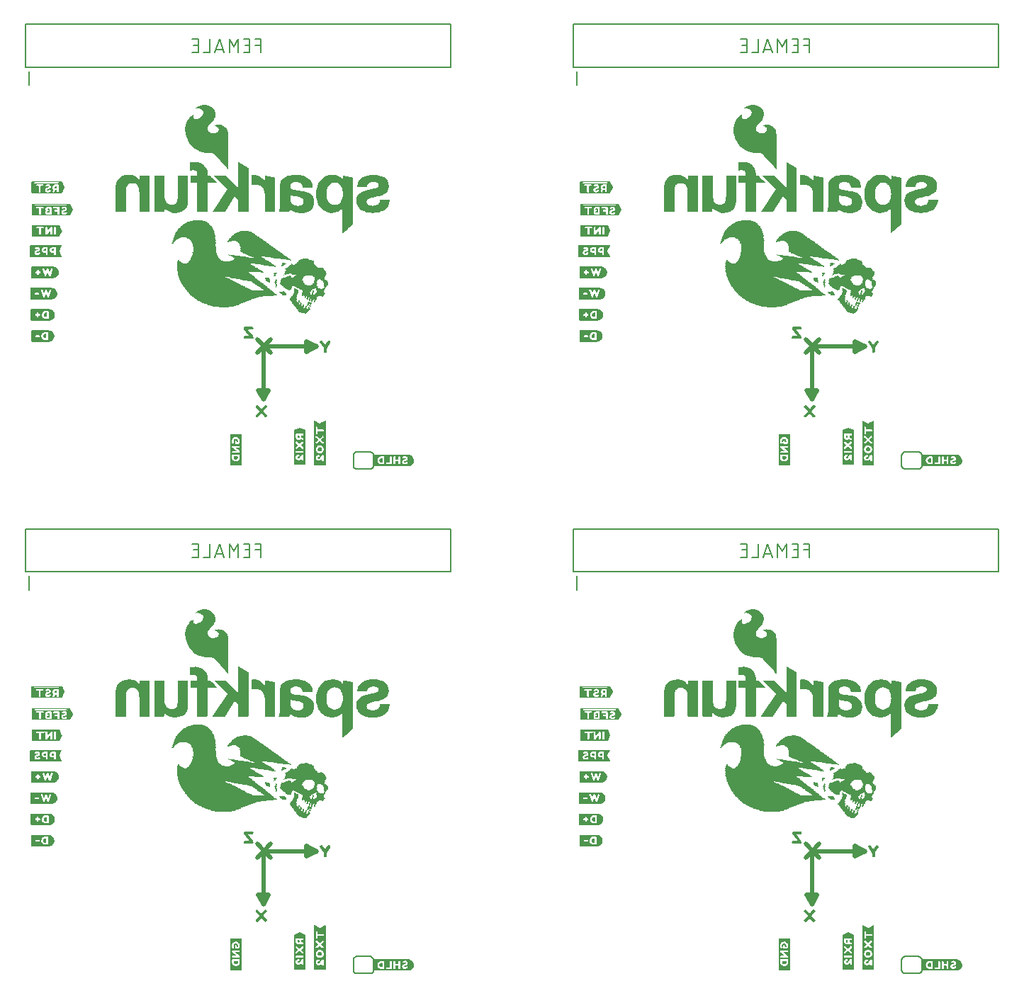
<source format=gbo>
G04 EAGLE Gerber RS-274X export*
G75*
%MOMM*%
%FSLAX34Y34*%
%LPD*%
%INSilkscreen Bottom*%
%IPPOS*%
%AMOC8*
5,1,8,0,0,1.08239X$1,22.5*%
G01*
%ADD10C,0.508000*%
%ADD11C,0.203200*%
%ADD12C,0.152400*%
%ADD13R,0.790000X0.050000*%
%ADD14R,1.240000X0.050000*%
%ADD15R,1.630000X0.050000*%
%ADD16R,1.880000X0.050000*%
%ADD17R,2.120000X0.040000*%
%ADD18R,2.370000X0.050000*%
%ADD19R,2.570000X0.050000*%
%ADD20R,2.720000X0.050000*%
%ADD21R,2.820000X0.050000*%
%ADD22R,2.970000X0.050000*%
%ADD23R,3.120000X0.050000*%
%ADD24R,3.210000X0.050000*%
%ADD25R,3.350000X0.050000*%
%ADD26R,3.450000X0.050000*%
%ADD27R,3.550000X0.050000*%
%ADD28R,3.650000X0.050000*%
%ADD29R,3.750000X0.050000*%
%ADD30R,3.800000X0.050000*%
%ADD31R,3.900000X0.050000*%
%ADD32R,3.950000X0.050000*%
%ADD33R,4.050000X0.040000*%
%ADD34R,4.100000X0.050000*%
%ADD35R,4.200000X0.050000*%
%ADD36R,4.250000X0.050000*%
%ADD37R,4.300000X0.050000*%
%ADD38R,4.350000X0.050000*%
%ADD39R,0.540000X0.050000*%
%ADD40R,4.400000X0.050000*%
%ADD41R,1.040000X0.050000*%
%ADD42R,4.450000X0.050000*%
%ADD43R,1.280000X0.050000*%
%ADD44R,4.500000X0.050000*%
%ADD45R,1.580000X0.050000*%
%ADD46R,4.550000X0.050000*%
%ADD47R,1.830000X0.050000*%
%ADD48R,4.590000X0.050000*%
%ADD49R,2.020000X0.050000*%
%ADD50R,4.640000X0.050000*%
%ADD51R,2.170000X0.050000*%
%ADD52R,4.690000X0.050000*%
%ADD53R,2.320000X0.050000*%
%ADD54R,4.740000X0.050000*%
%ADD55R,2.470000X0.050000*%
%ADD56R,2.620000X0.050000*%
%ADD57R,4.790000X0.050000*%
%ADD58R,2.770000X0.050000*%
%ADD59R,4.840000X0.050000*%
%ADD60R,2.860000X0.040000*%
%ADD61R,4.840000X0.040000*%
%ADD62R,3.010000X0.050000*%
%ADD63R,4.890000X0.050000*%
%ADD64R,3.110000X0.050000*%
%ADD65R,3.260000X0.050000*%
%ADD66R,4.940000X0.050000*%
%ADD67R,3.360000X0.050000*%
%ADD68R,3.460000X0.050000*%
%ADD69R,0.840000X0.050000*%
%ADD70R,3.610000X0.050000*%
%ADD71R,3.310000X0.050000*%
%ADD72R,0.740000X0.050000*%
%ADD73R,3.710000X0.050000*%
%ADD74R,0.590000X0.050000*%
%ADD75R,3.850000X0.050000*%
%ADD76R,0.490000X0.050000*%
%ADD77R,4.000000X0.050000*%
%ADD78R,3.070000X0.050000*%
%ADD79R,0.390000X0.050000*%
%ADD80R,4.140000X0.050000*%
%ADD81R,3.020000X0.050000*%
%ADD82R,0.350000X0.050000*%
%ADD83R,4.190000X0.050000*%
%ADD84R,0.300000X0.050000*%
%ADD85R,3.400000X0.050000*%
%ADD86R,0.440000X0.050000*%
%ADD87R,2.920000X0.050000*%
%ADD88R,0.240000X0.050000*%
%ADD89R,0.250000X0.050000*%
%ADD90R,0.100000X0.050000*%
%ADD91R,2.870000X0.050000*%
%ADD92R,0.200000X0.050000*%
%ADD93R,3.310000X0.040000*%
%ADD94R,2.870000X0.040000*%
%ADD95R,0.150000X0.040000*%
%ADD96R,0.150000X0.050000*%
%ADD97R,3.410000X0.050000*%
%ADD98R,0.050000X0.050000*%
%ADD99R,3.510000X0.050000*%
%ADD100R,3.600000X0.050000*%
%ADD101R,3.700000X0.050000*%
%ADD102R,4.050000X0.050000*%
%ADD103R,4.150000X0.040000*%
%ADD104R,2.770000X0.040000*%
%ADD105R,4.340000X0.050000*%
%ADD106R,4.440000X0.050000*%
%ADD107R,4.490000X0.050000*%
%ADD108R,4.540000X0.050000*%
%ADD109R,2.860000X0.050000*%
%ADD110R,2.910000X0.050000*%
%ADD111R,2.960000X0.050000*%
%ADD112R,4.290000X0.050000*%
%ADD113R,0.290000X0.050000*%
%ADD114R,4.190000X0.040000*%
%ADD115R,0.550000X0.040000*%
%ADD116R,3.010000X0.040000*%
%ADD117R,4.150000X0.050000*%
%ADD118R,1.090000X0.050000*%
%ADD119R,3.060000X0.050000*%
%ADD120R,1.140000X0.050000*%
%ADD121R,1.380000X0.050000*%
%ADD122R,1.530000X0.050000*%
%ADD123R,3.160000X0.050000*%
%ADD124R,1.980000X0.050000*%
%ADD125R,1.780000X0.050000*%
%ADD126R,1.680000X0.050000*%
%ADD127R,1.080000X0.050000*%
%ADD128R,2.070000X0.050000*%
%ADD129R,1.390000X0.050000*%
%ADD130R,0.690000X0.050000*%
%ADD131R,3.560000X0.050000*%
%ADD132R,0.140000X0.050000*%
%ADD133R,3.760000X0.050000*%
%ADD134R,3.860000X0.050000*%
%ADD135R,1.930000X0.040000*%
%ADD136R,9.630000X0.040000*%
%ADD137R,0.400000X0.040000*%
%ADD138R,9.770000X0.050000*%
%ADD139R,0.450000X0.050000*%
%ADD140R,9.870000X0.050000*%
%ADD141R,0.550000X0.050000*%
%ADD142R,2.030000X0.050000*%
%ADD143R,7.460000X0.050000*%
%ADD144R,0.650000X0.050000*%
%ADD145R,2.080000X0.050000*%
%ADD146R,7.600000X0.050000*%
%ADD147R,1.730000X0.050000*%
%ADD148R,8.740000X0.050000*%
%ADD149R,1.480000X0.050000*%
%ADD150R,8.840000X0.050000*%
%ADD151R,1.190000X0.050000*%
%ADD152R,8.940000X0.050000*%
%ADD153R,0.190000X0.050000*%
%ADD154R,0.990000X0.050000*%
%ADD155R,8.990000X0.050000*%
%ADD156R,9.090000X0.050000*%
%ADD157R,0.500000X0.050000*%
%ADD158R,9.140000X0.050000*%
%ADD159R,9.240000X0.050000*%
%ADD160R,9.340000X0.050000*%
%ADD161R,9.390000X0.050000*%
%ADD162R,9.480000X0.050000*%
%ADD163R,9.580000X0.050000*%
%ADD164R,9.630000X0.050000*%
%ADD165R,4.540000X0.040000*%
%ADD166R,9.730000X0.040000*%
%ADD167R,9.830000X0.050000*%
%ADD168R,9.880000X0.050000*%
%ADD169R,9.980000X0.050000*%
%ADD170R,10.080000X0.050000*%
%ADD171R,10.130000X0.050000*%
%ADD172R,10.180000X0.050000*%
%ADD173R,8.450000X0.050000*%
%ADD174R,4.990000X0.050000*%
%ADD175R,8.550000X0.050000*%
%ADD176R,0.340000X0.050000*%
%ADD177R,8.590000X0.050000*%
%ADD178R,0.400000X0.050000*%
%ADD179R,8.640000X0.050000*%
%ADD180R,1.290000X0.050000*%
%ADD181R,8.790000X0.050000*%
%ADD182R,1.530000X0.040000*%
%ADD183R,1.130000X0.040000*%
%ADD184R,0.100000X0.040000*%
%ADD185R,8.840000X0.040000*%
%ADD186R,1.130000X0.050000*%
%ADD187R,0.090000X0.050000*%
%ADD188R,1.330000X0.050000*%
%ADD189R,1.180000X0.050000*%
%ADD190R,5.530000X0.050000*%
%ADD191R,5.580000X0.050000*%
%ADD192R,0.890000X0.050000*%
%ADD193R,5.630000X0.050000*%
%ADD194R,5.780000X0.050000*%
%ADD195R,2.420000X0.050000*%
%ADD196R,5.830000X0.050000*%
%ADD197R,2.270000X0.050000*%
%ADD198R,5.930000X0.050000*%
%ADD199R,0.040000X0.050000*%
%ADD200R,6.020000X0.050000*%
%ADD201R,1.820000X0.050000*%
%ADD202R,6.070000X0.050000*%
%ADD203R,6.170000X0.050000*%
%ADD204R,1.430000X0.050000*%
%ADD205R,6.220000X0.050000*%
%ADD206R,2.670000X0.050000*%
%ADD207R,1.230000X0.050000*%
%ADD208R,6.320000X0.050000*%
%ADD209R,6.370000X0.050000*%
%ADD210R,6.470000X0.050000*%
%ADD211R,0.500000X0.040000*%
%ADD212R,0.340000X0.040000*%
%ADD213R,2.760000X0.040000*%
%ADD214R,0.290000X0.040000*%
%ADD215R,1.040000X0.040000*%
%ADD216R,6.520000X0.040000*%
%ADD217R,2.810000X0.050000*%
%ADD218R,6.610000X0.050000*%
%ADD219R,6.660000X0.050000*%
%ADD220R,6.760000X0.050000*%
%ADD221R,0.980000X0.050000*%
%ADD222R,6.810000X0.050000*%
%ADD223R,6.910000X0.050000*%
%ADD224R,0.930000X0.050000*%
%ADD225R,7.010000X0.050000*%
%ADD226R,0.940000X0.050000*%
%ADD227R,7.070000X0.050000*%
%ADD228R,2.760000X0.050000*%
%ADD229R,7.160000X0.050000*%
%ADD230R,2.660000X0.050000*%
%ADD231R,7.260000X0.050000*%
%ADD232R,7.310000X0.050000*%
%ADD233R,2.560000X0.050000*%
%ADD234R,2.520000X0.050000*%
%ADD235R,7.360000X0.050000*%
%ADD236R,7.510000X0.050000*%
%ADD237R,0.440000X0.040000*%
%ADD238R,1.680000X0.040000*%
%ADD239R,0.200000X0.040000*%
%ADD240R,0.640000X0.040000*%
%ADD241R,0.840000X0.040000*%
%ADD242R,7.560000X0.040000*%
%ADD243R,7.660000X0.050000*%
%ADD244R,7.700000X0.050000*%
%ADD245R,7.750000X0.050000*%
%ADD246R,7.800000X0.050000*%
%ADD247R,1.030000X0.050000*%
%ADD248R,10.170000X0.050000*%
%ADD249R,10.220000X0.050000*%
%ADD250R,0.640000X0.050000*%
%ADD251R,10.230000X0.050000*%
%ADD252R,10.280000X0.050000*%
%ADD253R,10.270000X0.050000*%
%ADD254R,1.780000X0.040000*%
%ADD255R,0.590000X0.040000*%
%ADD256R,9.780000X0.040000*%
%ADD257R,8.890000X0.050000*%
%ADD258R,8.440000X0.050000*%
%ADD259R,8.100000X0.050000*%
%ADD260R,7.500000X0.050000*%
%ADD261R,0.880000X0.050000*%
%ADD262R,7.060000X0.050000*%
%ADD263R,6.860000X0.050000*%
%ADD264R,0.600000X0.050000*%
%ADD265R,0.830000X0.050000*%
%ADD266R,6.620000X0.050000*%
%ADD267R,6.420000X0.050000*%
%ADD268R,6.180000X0.050000*%
%ADD269R,6.030000X0.050000*%
%ADD270R,5.330000X0.050000*%
%ADD271R,5.180000X0.050000*%
%ADD272R,0.890000X0.040000*%
%ADD273R,4.930000X0.040000*%
%ADD274R,1.970000X0.050000*%
%ADD275R,0.300000X0.040000*%
%ADD276R,1.090000X0.040000*%
%ADD277R,1.440000X0.050000*%
%ADD278R,1.340000X0.050000*%

G36*
X968276Y980350D02*
X968276Y980350D01*
X968302Y980351D01*
X968356Y980380D01*
X968414Y980402D01*
X968432Y980421D01*
X968454Y980434D01*
X968490Y980484D01*
X968532Y980530D01*
X968539Y980554D01*
X968554Y980575D01*
X968570Y980660D01*
X968581Y980696D01*
X968579Y980706D01*
X968582Y980718D01*
X968582Y1022018D01*
X968576Y1022043D01*
X968577Y1022078D01*
X968177Y1024578D01*
X968169Y1024596D01*
X968167Y1024622D01*
X967567Y1026722D01*
X967551Y1026751D01*
X967537Y1026796D01*
X966638Y1028495D01*
X966616Y1028521D01*
X966592Y1028563D01*
X965492Y1029863D01*
X965475Y1029876D01*
X965458Y1029898D01*
X964258Y1030998D01*
X964234Y1031011D01*
X964207Y1031037D01*
X962807Y1031938D01*
X962790Y1031944D01*
X962771Y1031958D01*
X961372Y1032658D01*
X961346Y1032664D01*
X961315Y1032681D01*
X959715Y1033181D01*
X959686Y1033183D01*
X959648Y1033195D01*
X958048Y1033395D01*
X958039Y1033394D01*
X958028Y1033397D01*
X956629Y1033497D01*
X956604Y1033493D01*
X956570Y1033497D01*
X955370Y1033397D01*
X955352Y1033391D01*
X955327Y1033390D01*
X954327Y1033190D01*
X954319Y1033187D01*
X954309Y1033186D01*
X953661Y1033024D01*
X953638Y1033013D01*
X953527Y1032990D01*
X953519Y1032987D01*
X953509Y1032986D01*
X953403Y1032960D01*
X953373Y1032960D01*
X953027Y1032890D01*
X952992Y1032875D01*
X952931Y1032858D01*
X952731Y1032758D01*
X952693Y1032726D01*
X952649Y1032702D01*
X952628Y1032672D01*
X952600Y1032649D01*
X952599Y1032648D01*
X952598Y1032647D01*
X952578Y1032601D01*
X952549Y1032560D01*
X952541Y1032519D01*
X952528Y1032491D01*
X952528Y1032490D01*
X952528Y1032489D01*
X952529Y1032459D01*
X952521Y1032418D01*
X952533Y1032369D01*
X952534Y1032318D01*
X952535Y1032317D01*
X952535Y1032316D01*
X952552Y1032284D01*
X952561Y1032249D01*
X952593Y1032210D01*
X952617Y1032166D01*
X952618Y1032165D01*
X952618Y1032164D01*
X952628Y1032157D01*
X952651Y1032139D01*
X952671Y1032115D01*
X952698Y1032103D01*
X952731Y1032077D01*
X952931Y1031978D01*
X952964Y1031970D01*
X953009Y1031949D01*
X953262Y1031886D01*
X953282Y1031885D01*
X953301Y1031878D01*
X953342Y1031880D01*
X953343Y1031880D01*
X953383Y1031861D01*
X953406Y1031841D01*
X953426Y1031819D01*
X953431Y1031818D01*
X953436Y1031813D01*
X953806Y1031592D01*
X953827Y1031585D01*
X953852Y1031568D01*
X954411Y1031328D01*
X954446Y1031322D01*
X954479Y1031307D01*
X954485Y1031306D01*
X954511Y1031295D01*
X954552Y1031268D01*
X954558Y1031265D01*
X954572Y1031246D01*
X954588Y1031237D01*
X954605Y1031219D01*
X955755Y1030397D01*
X955797Y1030380D01*
X955810Y1030371D01*
X955832Y1030349D01*
X955855Y1030335D01*
X955880Y1030308D01*
X955898Y1030296D01*
X955902Y1030287D01*
X955921Y1030269D01*
X955941Y1030240D01*
X956324Y1029857D01*
X956362Y1029833D01*
X956373Y1029823D01*
X956392Y1029797D01*
X956412Y1029779D01*
X956433Y1029749D01*
X956448Y1029734D01*
X956450Y1029724D01*
X956467Y1029704D01*
X956481Y1029672D01*
X956804Y1029220D01*
X956819Y1029207D01*
X956828Y1029189D01*
X956861Y1029164D01*
X956879Y1029124D01*
X956884Y1029091D01*
X956886Y1029063D01*
X956888Y1029059D01*
X956889Y1029053D01*
X957093Y1028441D01*
X957101Y1028428D01*
X957103Y1028413D01*
X957131Y1028372D01*
X957135Y1028339D01*
X957135Y1028336D01*
X957128Y1028321D01*
X957129Y1028305D01*
X957123Y1028274D01*
X957121Y1028267D01*
X957121Y1028266D01*
X957121Y1027570D01*
X957126Y1027549D01*
X957123Y1027528D01*
X957135Y1027491D01*
X957135Y1027488D01*
X957126Y1027444D01*
X957114Y1027420D01*
X957098Y1027394D01*
X957097Y1027388D01*
X957094Y1027381D01*
X956881Y1026673D01*
X956879Y1026644D01*
X956869Y1026616D01*
X956870Y1026596D01*
X956864Y1026578D01*
X956839Y1026530D01*
X956813Y1026507D01*
X956808Y1026495D01*
X956797Y1026483D01*
X956354Y1025745D01*
X956342Y1025705D01*
X956326Y1025680D01*
X956317Y1025670D01*
X956303Y1025644D01*
X956275Y1025613D01*
X956267Y1025600D01*
X956253Y1025593D01*
X956240Y1025574D01*
X956215Y1025556D01*
X955619Y1024884D01*
X955602Y1024853D01*
X955577Y1024827D01*
X955575Y1024822D01*
X955556Y1024800D01*
X955517Y1024770D01*
X955512Y1024765D01*
X955489Y1024758D01*
X955476Y1024745D01*
X955454Y1024735D01*
X954602Y1024115D01*
X954576Y1024085D01*
X954545Y1024064D01*
X954542Y1024063D01*
X954518Y1024044D01*
X954478Y1024025D01*
X954468Y1024018D01*
X954449Y1024016D01*
X954430Y1024005D01*
X954403Y1023999D01*
X953381Y1023527D01*
X953349Y1023502D01*
X953321Y1023489D01*
X953309Y1023487D01*
X953282Y1023473D01*
X953242Y1023463D01*
X953228Y1023457D01*
X953212Y1023459D01*
X953191Y1023451D01*
X953161Y1023449D01*
X951857Y1023123D01*
X951830Y1023110D01*
X951801Y1023105D01*
X951785Y1023094D01*
X951766Y1023090D01*
X951711Y1023087D01*
X951680Y1023097D01*
X951666Y1023095D01*
X951649Y1023098D01*
X949553Y1023098D01*
X949536Y1023094D01*
X949518Y1023096D01*
X949475Y1023084D01*
X949436Y1023091D01*
X949397Y1023112D01*
X949378Y1023124D01*
X949375Y1023124D01*
X949372Y1023126D01*
X947462Y1023734D01*
X947431Y1023736D01*
X947402Y1023748D01*
X947385Y1023747D01*
X947365Y1023753D01*
X947317Y1023780D01*
X947297Y1023803D01*
X947283Y1023809D01*
X947270Y1023822D01*
X945729Y1024763D01*
X945712Y1024769D01*
X945698Y1024780D01*
X945655Y1024792D01*
X945626Y1024818D01*
X945604Y1024857D01*
X945594Y1024876D01*
X945591Y1024878D01*
X945589Y1024881D01*
X944488Y1026152D01*
X944480Y1026158D01*
X944427Y1026200D01*
X944418Y1026277D01*
X943910Y1027888D01*
X943905Y1027896D01*
X943904Y1027905D01*
X943873Y1027956D01*
X943870Y1027977D01*
X943888Y1028051D01*
X943974Y1029848D01*
X943971Y1029862D01*
X943974Y1029877D01*
X943963Y1029926D01*
X943971Y1029957D01*
X944010Y1030019D01*
X944011Y1030020D01*
X944800Y1032038D01*
X944802Y1032049D01*
X944808Y1032059D01*
X944815Y1032115D01*
X944828Y1032136D01*
X944888Y1032183D01*
X946686Y1034251D01*
X946702Y1034280D01*
X946770Y1034349D01*
X946777Y1034359D01*
X946788Y1034368D01*
X946849Y1034437D01*
X946880Y1034459D01*
X949270Y1036849D01*
X949282Y1036867D01*
X949303Y1036886D01*
X951303Y1039486D01*
X951314Y1039510D01*
X951336Y1039537D01*
X952736Y1042137D01*
X952746Y1042172D01*
X952770Y1042222D01*
X953470Y1044922D01*
X953470Y1044960D01*
X953482Y1045018D01*
X953482Y1047518D01*
X953473Y1047555D01*
X953464Y1047633D01*
X952664Y1050133D01*
X952644Y1050167D01*
X952612Y1050237D01*
X950912Y1052637D01*
X950884Y1052662D01*
X950847Y1052708D01*
X948247Y1054908D01*
X948215Y1054924D01*
X948171Y1054958D01*
X944772Y1056658D01*
X944735Y1056666D01*
X944680Y1056690D01*
X941380Y1057390D01*
X941344Y1057389D01*
X941289Y1057398D01*
X938289Y1057298D01*
X938256Y1057289D01*
X938206Y1057286D01*
X935506Y1056586D01*
X935488Y1056576D01*
X935463Y1056572D01*
X933163Y1055672D01*
X933144Y1055659D01*
X933117Y1055650D01*
X931317Y1054650D01*
X931302Y1054636D01*
X931278Y1054625D01*
X930178Y1053826D01*
X930177Y1053824D01*
X930174Y1053822D01*
X929773Y1053522D01*
X929740Y1053482D01*
X929699Y1053448D01*
X929685Y1053416D01*
X929662Y1053389D01*
X929650Y1053338D01*
X929628Y1053290D01*
X929630Y1053255D01*
X929621Y1053221D01*
X929633Y1053169D01*
X929635Y1053117D01*
X929652Y1053086D01*
X929659Y1053052D01*
X929692Y1053011D01*
X929718Y1052965D01*
X929746Y1052944D01*
X929769Y1052917D01*
X929816Y1052895D01*
X929859Y1052865D01*
X929899Y1052857D01*
X929926Y1052845D01*
X929958Y1052846D01*
X930001Y1052837D01*
X930201Y1052837D01*
X930228Y1052844D01*
X930264Y1052843D01*
X930710Y1052917D01*
X930736Y1052928D01*
X930844Y1052940D01*
X930853Y1052943D01*
X930864Y1052943D01*
X930966Y1052960D01*
X930999Y1052957D01*
X931589Y1053023D01*
X931631Y1053037D01*
X931701Y1053037D01*
X931719Y1053042D01*
X931743Y1053040D01*
X931805Y1053047D01*
X931808Y1053047D01*
X931856Y1053037D01*
X932648Y1053037D01*
X932692Y1053048D01*
X932708Y1053048D01*
X932739Y1053043D01*
X932766Y1053044D01*
X932801Y1053037D01*
X932823Y1053037D01*
X932831Y1053032D01*
X932857Y1053030D01*
X932890Y1053017D01*
X933785Y1052868D01*
X933816Y1052870D01*
X933916Y1052847D01*
X933926Y1052847D01*
X933939Y1052843D01*
X934035Y1052826D01*
X934068Y1052812D01*
X935068Y1052581D01*
X935087Y1052581D01*
X935106Y1052575D01*
X935148Y1052577D01*
X935187Y1052560D01*
X935214Y1052536D01*
X935233Y1052517D01*
X935237Y1052516D01*
X935241Y1052513D01*
X936178Y1051966D01*
X936213Y1051955D01*
X936244Y1051936D01*
X936248Y1051935D01*
X936274Y1051920D01*
X936310Y1051889D01*
X936317Y1051885D01*
X936328Y1051865D01*
X936344Y1051853D01*
X936359Y1051833D01*
X937230Y1051042D01*
X937252Y1051029D01*
X937332Y1050949D01*
X937339Y1050944D01*
X937346Y1050936D01*
X937426Y1050863D01*
X937443Y1050838D01*
X937925Y1050356D01*
X937938Y1050348D01*
X937948Y1050335D01*
X937990Y1050311D01*
X938009Y1050283D01*
X938027Y1050220D01*
X938029Y1050213D01*
X938029Y1050212D01*
X938292Y1049685D01*
X938324Y1049647D01*
X938341Y1049597D01*
X938353Y1049577D01*
X938361Y1049547D01*
X938374Y1049523D01*
X938374Y1049519D01*
X938384Y1049492D01*
X938389Y1049451D01*
X938592Y1048842D01*
X938612Y1048811D01*
X938622Y1048776D01*
X938625Y1048773D01*
X938635Y1048745D01*
X938641Y1048697D01*
X938643Y1048689D01*
X938638Y1048667D01*
X938642Y1048648D01*
X938640Y1048624D01*
X938707Y1048027D01*
X938718Y1047995D01*
X938720Y1047960D01*
X938724Y1047953D01*
X938728Y1047926D01*
X938723Y1047876D01*
X938724Y1047870D01*
X938713Y1047847D01*
X938713Y1047829D01*
X938707Y1047808D01*
X938640Y1047212D01*
X938645Y1047170D01*
X938642Y1047144D01*
X938637Y1047127D01*
X938635Y1047098D01*
X938624Y1047060D01*
X938622Y1047043D01*
X938613Y1047032D01*
X938608Y1047008D01*
X938593Y1046980D01*
X938381Y1046274D01*
X938379Y1046230D01*
X938373Y1046211D01*
X938361Y1046188D01*
X938355Y1046161D01*
X938337Y1046127D01*
X938332Y1046108D01*
X938323Y1046100D01*
X938313Y1046077D01*
X938293Y1046050D01*
X937930Y1045324D01*
X937921Y1045289D01*
X937904Y1045257D01*
X937903Y1045252D01*
X937890Y1045225D01*
X937861Y1045188D01*
X937858Y1045180D01*
X937838Y1045168D01*
X937828Y1045152D01*
X937809Y1045136D01*
X937202Y1044377D01*
X937190Y1044353D01*
X937117Y1044270D01*
X937113Y1044263D01*
X937105Y1044255D01*
X937039Y1044173D01*
X937014Y1044154D01*
X936420Y1043486D01*
X936399Y1043447D01*
X936347Y1043400D01*
X936336Y1043385D01*
X936317Y1043370D01*
X936277Y1043324D01*
X936274Y1043322D01*
X936232Y1043297D01*
X935463Y1042605D01*
X935446Y1042580D01*
X935364Y1042514D01*
X935357Y1042506D01*
X935347Y1042500D01*
X935272Y1042433D01*
X935242Y1042417D01*
X934484Y1041811D01*
X934454Y1041772D01*
X934452Y1041770D01*
X934410Y1041746D01*
X934392Y1041729D01*
X934364Y1041715D01*
X934343Y1041698D01*
X934338Y1041697D01*
X934314Y1041682D01*
X934277Y1041668D01*
X933344Y1041124D01*
X933313Y1041095D01*
X933244Y1041064D01*
X933230Y1041053D01*
X933210Y1041046D01*
X933149Y1041011D01*
X933103Y1041000D01*
X932286Y1040628D01*
X932257Y1040606D01*
X932172Y1040575D01*
X932161Y1040568D01*
X932144Y1040564D01*
X932066Y1040528D01*
X932025Y1040522D01*
X931216Y1040227D01*
X931178Y1040203D01*
X931161Y1040197D01*
X931133Y1040192D01*
X931108Y1040181D01*
X931071Y1040175D01*
X931052Y1040168D01*
X931041Y1040170D01*
X931016Y1040164D01*
X930982Y1040164D01*
X930184Y1040019D01*
X930145Y1040002D01*
X930120Y1039998D01*
X930101Y1039998D01*
X930073Y1039991D01*
X930033Y1039992D01*
X930017Y1039989D01*
X930003Y1039994D01*
X929979Y1039992D01*
X929948Y1039998D01*
X929353Y1039998D01*
X929343Y1039996D01*
X929333Y1039997D01*
X929277Y1039983D01*
X929254Y1039988D01*
X929189Y1040027D01*
X928374Y1040323D01*
X928368Y1040324D01*
X928362Y1040327D01*
X928297Y1040335D01*
X928285Y1040343D01*
X928238Y1040404D01*
X927666Y1040904D01*
X927664Y1040905D01*
X927662Y1040907D01*
X927599Y1040943D01*
X927594Y1040949D01*
X927574Y1041023D01*
X927310Y1041551D01*
X927290Y1041574D01*
X927279Y1041602D01*
X927265Y1041615D01*
X927257Y1041633D01*
X927242Y1041686D01*
X927245Y1041719D01*
X927240Y1041732D01*
X927240Y1041749D01*
X927106Y1042349D01*
X927087Y1042389D01*
X927079Y1042460D01*
X927073Y1042477D01*
X927073Y1042500D01*
X927058Y1042565D01*
X927062Y1042614D01*
X926996Y1043206D01*
X926982Y1043247D01*
X926982Y1043317D01*
X926977Y1043336D01*
X926979Y1043359D01*
X926972Y1043421D01*
X926972Y1043425D01*
X926982Y1043472D01*
X926982Y1043965D01*
X926973Y1044003D01*
X926974Y1044040D01*
X926974Y1044043D01*
X926973Y1044074D01*
X926982Y1044118D01*
X926982Y1044130D01*
X926992Y1044146D01*
X926994Y1044167D01*
X927004Y1044193D01*
X927044Y1044394D01*
X927044Y1044420D01*
X927051Y1044445D01*
X927047Y1044473D01*
X927050Y1044485D01*
X927070Y1044532D01*
X927073Y1044536D01*
X927099Y1044564D01*
X927102Y1044574D01*
X927110Y1044584D01*
X927142Y1044648D01*
X927145Y1044663D01*
X927154Y1044675D01*
X927180Y1044810D01*
X927182Y1044816D01*
X927182Y1044817D01*
X927182Y1044818D01*
X927182Y1044918D01*
X927167Y1044979D01*
X927161Y1045041D01*
X927148Y1045062D01*
X927142Y1045086D01*
X927102Y1045135D01*
X927069Y1045188D01*
X927048Y1045201D01*
X927032Y1045220D01*
X926975Y1045246D01*
X926921Y1045279D01*
X926896Y1045281D01*
X926874Y1045291D01*
X926811Y1045288D01*
X926748Y1045294D01*
X926722Y1045285D01*
X926701Y1045284D01*
X926668Y1045266D01*
X926611Y1045247D01*
X924011Y1043747D01*
X923983Y1043720D01*
X923922Y1043676D01*
X921522Y1041076D01*
X921505Y1041045D01*
X921496Y1041034D01*
X921487Y1041028D01*
X921485Y1041022D01*
X921471Y1041006D01*
X919471Y1037506D01*
X919464Y1037481D01*
X919445Y1037450D01*
X917845Y1033150D01*
X917841Y1033118D01*
X917825Y1033073D01*
X917125Y1028272D01*
X917128Y1028241D01*
X917122Y1028196D01*
X917422Y1022896D01*
X917431Y1022865D01*
X917435Y1022818D01*
X918935Y1017318D01*
X918951Y1017288D01*
X918965Y1017240D01*
X921865Y1011740D01*
X921885Y1011717D01*
X921906Y1011679D01*
X924006Y1009079D01*
X924017Y1009070D01*
X924027Y1009054D01*
X926327Y1006654D01*
X926342Y1006645D01*
X926357Y1006626D01*
X928857Y1004526D01*
X928879Y1004515D01*
X928904Y1004493D01*
X931704Y1002793D01*
X931723Y1002786D01*
X931745Y1002771D01*
X934845Y1001371D01*
X934870Y1001366D01*
X934901Y1001351D01*
X938201Y1000451D01*
X938226Y1000450D01*
X938258Y1000440D01*
X941758Y1000040D01*
X941777Y1000042D01*
X941802Y1000037D01*
X945545Y1000037D01*
X945572Y1000044D01*
X945682Y1000038D01*
X945691Y1000039D01*
X945702Y1000037D01*
X945807Y1000037D01*
X945837Y1000030D01*
X947428Y999946D01*
X947472Y999954D01*
X947489Y999953D01*
X947519Y999946D01*
X947546Y999947D01*
X947581Y999938D01*
X947602Y999937D01*
X947611Y999931D01*
X947637Y999927D01*
X947669Y999913D01*
X949169Y999580D01*
X949209Y999580D01*
X949243Y999572D01*
X949249Y999569D01*
X949279Y999564D01*
X949319Y999546D01*
X949332Y999543D01*
X949345Y999531D01*
X949366Y999524D01*
X949389Y999508D01*
X950709Y998930D01*
X950743Y998924D01*
X950775Y998909D01*
X950783Y998908D01*
X950808Y998898D01*
X950849Y998869D01*
X950854Y998867D01*
X950869Y998846D01*
X950884Y998837D01*
X950900Y998821D01*
X952152Y997902D01*
X952194Y997885D01*
X952242Y997840D01*
X952259Y997830D01*
X952277Y997811D01*
X952317Y997781D01*
X952328Y997772D01*
X952355Y997734D01*
X953628Y996546D01*
X953656Y996530D01*
X953724Y996457D01*
X953734Y996451D01*
X953742Y996440D01*
X953812Y996374D01*
X953831Y996343D01*
X955217Y994872D01*
X955229Y994863D01*
X955318Y994764D01*
X955321Y994762D01*
X955324Y994757D01*
X955413Y994663D01*
X955422Y994647D01*
X957015Y992867D01*
X957016Y992867D01*
X957017Y992866D01*
X958919Y990763D01*
X958923Y990760D01*
X958925Y990756D01*
X960617Y988970D01*
X960631Y988961D01*
X960718Y988864D01*
X960722Y988861D01*
X960725Y988856D01*
X960813Y988764D01*
X960823Y988747D01*
X962314Y987081D01*
X962318Y987078D01*
X962418Y986964D01*
X962419Y986963D01*
X962420Y986962D01*
X962519Y986852D01*
X962521Y986847D01*
X963813Y985383D01*
X963831Y985370D01*
X963907Y985278D01*
X963912Y985273D01*
X963917Y985266D01*
X963993Y985180D01*
X964005Y985156D01*
X965207Y983678D01*
X965215Y983671D01*
X965222Y983659D01*
X966317Y982474D01*
X966345Y982455D01*
X966405Y982380D01*
X966412Y982374D01*
X966417Y982366D01*
X966419Y982364D01*
X966422Y982360D01*
X966484Y982292D01*
X966502Y982258D01*
X967107Y981502D01*
X967129Y981485D01*
X967192Y981397D01*
X967199Y981390D01*
X967204Y981380D01*
X967269Y981299D01*
X967283Y981270D01*
X967692Y980697D01*
X967712Y980679D01*
X967732Y980649D01*
X967933Y980449D01*
X967954Y980435D01*
X967971Y980415D01*
X968027Y980390D01*
X968080Y980357D01*
X968105Y980355D01*
X968129Y980344D01*
X968191Y980347D01*
X968252Y980341D01*
X968276Y980350D01*
G37*
G36*
X313185Y980350D02*
X313185Y980350D01*
X313211Y980351D01*
X313265Y980380D01*
X313323Y980402D01*
X313340Y980421D01*
X313363Y980434D01*
X313398Y980484D01*
X313440Y980530D01*
X313448Y980554D01*
X313463Y980575D01*
X313479Y980660D01*
X313490Y980696D01*
X313488Y980706D01*
X313490Y980718D01*
X313490Y1022018D01*
X313484Y1022043D01*
X313485Y1022078D01*
X313085Y1024578D01*
X313078Y1024596D01*
X313076Y1024622D01*
X312476Y1026722D01*
X312460Y1026751D01*
X312446Y1026796D01*
X311546Y1028495D01*
X311524Y1028521D01*
X311500Y1028563D01*
X310400Y1029863D01*
X310383Y1029876D01*
X310367Y1029898D01*
X309167Y1030998D01*
X309143Y1031011D01*
X309116Y1031037D01*
X307715Y1031938D01*
X307698Y1031944D01*
X307680Y1031958D01*
X306280Y1032658D01*
X306255Y1032664D01*
X306223Y1032681D01*
X304623Y1033181D01*
X304595Y1033183D01*
X304557Y1033195D01*
X302957Y1033395D01*
X302948Y1033394D01*
X302937Y1033397D01*
X301537Y1033497D01*
X301512Y1033493D01*
X301479Y1033497D01*
X300279Y1033397D01*
X300260Y1033391D01*
X300236Y1033390D01*
X299235Y1033190D01*
X299228Y1033187D01*
X299217Y1033186D01*
X298569Y1033024D01*
X298547Y1033013D01*
X298435Y1032990D01*
X298428Y1032987D01*
X298418Y1032986D01*
X298311Y1032960D01*
X298282Y1032960D01*
X297935Y1032890D01*
X297901Y1032875D01*
X297840Y1032858D01*
X297640Y1032758D01*
X297601Y1032726D01*
X297557Y1032702D01*
X297536Y1032672D01*
X297509Y1032649D01*
X297508Y1032648D01*
X297507Y1032647D01*
X297486Y1032601D01*
X297457Y1032560D01*
X297449Y1032519D01*
X297437Y1032491D01*
X297437Y1032490D01*
X297436Y1032489D01*
X297438Y1032459D01*
X297430Y1032418D01*
X297441Y1032369D01*
X297443Y1032318D01*
X297444Y1032317D01*
X297444Y1032316D01*
X297461Y1032284D01*
X297469Y1032249D01*
X297501Y1032210D01*
X297525Y1032166D01*
X297526Y1032165D01*
X297527Y1032164D01*
X297537Y1032157D01*
X297560Y1032139D01*
X297579Y1032115D01*
X297607Y1032103D01*
X297640Y1032077D01*
X297840Y1031978D01*
X297873Y1031970D01*
X297918Y1031949D01*
X298170Y1031886D01*
X298191Y1031885D01*
X298210Y1031878D01*
X298250Y1031880D01*
X298252Y1031880D01*
X298292Y1031861D01*
X298314Y1031841D01*
X298335Y1031819D01*
X298340Y1031818D01*
X298345Y1031813D01*
X298714Y1031592D01*
X298736Y1031585D01*
X298760Y1031568D01*
X299320Y1031328D01*
X299355Y1031322D01*
X299387Y1031307D01*
X299393Y1031306D01*
X299420Y1031295D01*
X299460Y1031268D01*
X299467Y1031265D01*
X299481Y1031246D01*
X299497Y1031237D01*
X299513Y1031219D01*
X300664Y1030397D01*
X300706Y1030380D01*
X300719Y1030371D01*
X300741Y1030349D01*
X300764Y1030335D01*
X300789Y1030308D01*
X300806Y1030296D01*
X300810Y1030287D01*
X300830Y1030269D01*
X300850Y1030240D01*
X301233Y1029857D01*
X301271Y1029833D01*
X301282Y1029823D01*
X301301Y1029797D01*
X301321Y1029779D01*
X301341Y1029749D01*
X301356Y1029734D01*
X301359Y1029724D01*
X301375Y1029704D01*
X301390Y1029672D01*
X301712Y1029220D01*
X301727Y1029207D01*
X301737Y1029189D01*
X301770Y1029164D01*
X301788Y1029124D01*
X301792Y1029091D01*
X301794Y1029063D01*
X301797Y1029059D01*
X301797Y1029053D01*
X302001Y1028441D01*
X302009Y1028428D01*
X302012Y1028413D01*
X302039Y1028372D01*
X302044Y1028339D01*
X302043Y1028336D01*
X302037Y1028321D01*
X302037Y1028305D01*
X302031Y1028274D01*
X302030Y1028267D01*
X302030Y1028266D01*
X302030Y1027570D01*
X302035Y1027549D01*
X302032Y1027528D01*
X302044Y1027491D01*
X302043Y1027488D01*
X302035Y1027444D01*
X302022Y1027420D01*
X302006Y1027394D01*
X302006Y1027388D01*
X302002Y1027381D01*
X301790Y1026673D01*
X301788Y1026644D01*
X301777Y1026616D01*
X301778Y1026596D01*
X301773Y1026578D01*
X301747Y1026530D01*
X301721Y1026507D01*
X301717Y1026495D01*
X301706Y1026483D01*
X301263Y1025745D01*
X301250Y1025705D01*
X301234Y1025680D01*
X301226Y1025670D01*
X301212Y1025644D01*
X301184Y1025613D01*
X301176Y1025600D01*
X301162Y1025593D01*
X301148Y1025574D01*
X301124Y1025556D01*
X300527Y1024884D01*
X300510Y1024853D01*
X300485Y1024827D01*
X300483Y1024822D01*
X300464Y1024800D01*
X300426Y1024770D01*
X300421Y1024765D01*
X300398Y1024758D01*
X300384Y1024745D01*
X300363Y1024735D01*
X299510Y1024115D01*
X299485Y1024085D01*
X299454Y1024064D01*
X299451Y1024063D01*
X299426Y1024044D01*
X299386Y1024025D01*
X299376Y1024018D01*
X299358Y1024016D01*
X299339Y1024005D01*
X299312Y1023999D01*
X298290Y1023527D01*
X298257Y1023502D01*
X298229Y1023489D01*
X298218Y1023487D01*
X298191Y1023473D01*
X298151Y1023463D01*
X298137Y1023457D01*
X298121Y1023459D01*
X298099Y1023451D01*
X298069Y1023449D01*
X296766Y1023123D01*
X296739Y1023110D01*
X296709Y1023105D01*
X296694Y1023094D01*
X296674Y1023090D01*
X296619Y1023087D01*
X296588Y1023097D01*
X296575Y1023095D01*
X296558Y1023098D01*
X294462Y1023098D01*
X294444Y1023094D01*
X294426Y1023096D01*
X294383Y1023084D01*
X294344Y1023091D01*
X294306Y1023112D01*
X294287Y1023124D01*
X294284Y1023124D01*
X294281Y1023126D01*
X292371Y1023734D01*
X292340Y1023736D01*
X292311Y1023748D01*
X292294Y1023747D01*
X292274Y1023753D01*
X292225Y1023780D01*
X292205Y1023803D01*
X292192Y1023809D01*
X292178Y1023822D01*
X290638Y1024763D01*
X290621Y1024769D01*
X290607Y1024780D01*
X290564Y1024792D01*
X290534Y1024818D01*
X290512Y1024857D01*
X290502Y1024876D01*
X290500Y1024878D01*
X290498Y1024881D01*
X289397Y1026152D01*
X289389Y1026158D01*
X289336Y1026200D01*
X289327Y1026277D01*
X288818Y1027888D01*
X288813Y1027896D01*
X288812Y1027905D01*
X288781Y1027956D01*
X288779Y1027977D01*
X288797Y1028051D01*
X288883Y1029848D01*
X288880Y1029862D01*
X288883Y1029877D01*
X288872Y1029926D01*
X288880Y1029957D01*
X288919Y1030019D01*
X288919Y1030020D01*
X289709Y1032038D01*
X289711Y1032049D01*
X289716Y1032059D01*
X289723Y1032115D01*
X289737Y1032136D01*
X289797Y1032183D01*
X291595Y1034251D01*
X291610Y1034280D01*
X291679Y1034349D01*
X291685Y1034359D01*
X291697Y1034368D01*
X291757Y1034437D01*
X291789Y1034459D01*
X294179Y1036849D01*
X294190Y1036867D01*
X294211Y1036886D01*
X296211Y1039486D01*
X296222Y1039510D01*
X296245Y1039537D01*
X297645Y1042137D01*
X297654Y1042172D01*
X297678Y1042222D01*
X298378Y1044922D01*
X298379Y1044960D01*
X298390Y1045018D01*
X298390Y1047518D01*
X298381Y1047555D01*
X298372Y1047633D01*
X297572Y1050133D01*
X297552Y1050167D01*
X297520Y1050237D01*
X295820Y1052637D01*
X295792Y1052662D01*
X295756Y1052708D01*
X293156Y1054908D01*
X293123Y1054924D01*
X293080Y1054958D01*
X289680Y1056658D01*
X289644Y1056666D01*
X289589Y1056690D01*
X286289Y1057390D01*
X286253Y1057389D01*
X286197Y1057398D01*
X283197Y1057298D01*
X283164Y1057289D01*
X283114Y1057286D01*
X280415Y1056586D01*
X280397Y1056576D01*
X280371Y1056572D01*
X278071Y1055672D01*
X278053Y1055659D01*
X278025Y1055650D01*
X276225Y1054650D01*
X276210Y1054636D01*
X276186Y1054625D01*
X275087Y1053826D01*
X275085Y1053824D01*
X275083Y1053822D01*
X274682Y1053522D01*
X274648Y1053482D01*
X274608Y1053448D01*
X274593Y1053416D01*
X274571Y1053389D01*
X274558Y1053338D01*
X274537Y1053290D01*
X274538Y1053255D01*
X274530Y1053221D01*
X274541Y1053169D01*
X274543Y1053117D01*
X274560Y1053086D01*
X274568Y1053052D01*
X274601Y1053011D01*
X274626Y1052965D01*
X274655Y1052944D01*
X274677Y1052917D01*
X274725Y1052895D01*
X274768Y1052865D01*
X274808Y1052857D01*
X274835Y1052845D01*
X274866Y1052846D01*
X274910Y1052837D01*
X275110Y1052837D01*
X275136Y1052844D01*
X275173Y1052843D01*
X275619Y1052917D01*
X275645Y1052928D01*
X275752Y1052940D01*
X275761Y1052943D01*
X275773Y1052943D01*
X275875Y1052960D01*
X275907Y1052957D01*
X276498Y1053023D01*
X276540Y1053037D01*
X276610Y1053037D01*
X276628Y1053042D01*
X276652Y1053040D01*
X276714Y1053047D01*
X276717Y1053047D01*
X276765Y1053037D01*
X277556Y1053037D01*
X277600Y1053048D01*
X277616Y1053048D01*
X277647Y1053043D01*
X277674Y1053044D01*
X277710Y1053037D01*
X277731Y1053037D01*
X277740Y1053032D01*
X277766Y1053030D01*
X277799Y1053017D01*
X278694Y1052868D01*
X278724Y1052870D01*
X278824Y1052847D01*
X278835Y1052847D01*
X278847Y1052843D01*
X278944Y1052826D01*
X278976Y1052812D01*
X279977Y1052581D01*
X279996Y1052581D01*
X280014Y1052575D01*
X280057Y1052577D01*
X280096Y1052560D01*
X280123Y1052536D01*
X280142Y1052517D01*
X280146Y1052516D01*
X280150Y1052513D01*
X281086Y1051966D01*
X281121Y1051955D01*
X281153Y1051936D01*
X281156Y1051935D01*
X281183Y1051920D01*
X281218Y1051889D01*
X281226Y1051885D01*
X281237Y1051865D01*
X281252Y1051853D01*
X281267Y1051833D01*
X282138Y1051042D01*
X282161Y1051029D01*
X282241Y1050949D01*
X282248Y1050944D01*
X282254Y1050936D01*
X282335Y1050863D01*
X282352Y1050838D01*
X282834Y1050356D01*
X282847Y1050348D01*
X282856Y1050335D01*
X282899Y1050311D01*
X282918Y1050283D01*
X282935Y1050220D01*
X282937Y1050213D01*
X282938Y1050213D01*
X282938Y1050212D01*
X283201Y1049685D01*
X283233Y1049647D01*
X283249Y1049597D01*
X283262Y1049577D01*
X283270Y1049547D01*
X283282Y1049523D01*
X283282Y1049519D01*
X283293Y1049492D01*
X283298Y1049451D01*
X283501Y1048842D01*
X283520Y1048811D01*
X283530Y1048776D01*
X283533Y1048773D01*
X283543Y1048745D01*
X283549Y1048697D01*
X283552Y1048689D01*
X283547Y1048667D01*
X283551Y1048648D01*
X283549Y1048624D01*
X283615Y1048027D01*
X283627Y1047995D01*
X283629Y1047960D01*
X283633Y1047953D01*
X283636Y1047926D01*
X283632Y1047876D01*
X283633Y1047870D01*
X283622Y1047847D01*
X283622Y1047829D01*
X283615Y1047808D01*
X283549Y1047212D01*
X283554Y1047170D01*
X283551Y1047144D01*
X283546Y1047127D01*
X283544Y1047098D01*
X283532Y1047060D01*
X283530Y1047043D01*
X283521Y1047032D01*
X283516Y1047008D01*
X283502Y1046980D01*
X283290Y1046274D01*
X283287Y1046230D01*
X283281Y1046211D01*
X283270Y1046188D01*
X283263Y1046161D01*
X283246Y1046127D01*
X283240Y1046108D01*
X283231Y1046100D01*
X283222Y1046077D01*
X283201Y1046050D01*
X282838Y1045324D01*
X282830Y1045289D01*
X282812Y1045257D01*
X282812Y1045252D01*
X282799Y1045225D01*
X282770Y1045188D01*
X282766Y1045180D01*
X282747Y1045168D01*
X282736Y1045152D01*
X282718Y1045136D01*
X282111Y1044377D01*
X282099Y1044353D01*
X282026Y1044270D01*
X282022Y1044263D01*
X282013Y1044255D01*
X281947Y1044173D01*
X281922Y1044154D01*
X281329Y1043486D01*
X281308Y1043447D01*
X281256Y1043400D01*
X281245Y1043385D01*
X281226Y1043370D01*
X281185Y1043324D01*
X281182Y1043322D01*
X281141Y1043297D01*
X280372Y1042605D01*
X280355Y1042580D01*
X280272Y1042514D01*
X280266Y1042506D01*
X280255Y1042500D01*
X280181Y1042433D01*
X280151Y1042417D01*
X279393Y1041811D01*
X279363Y1041772D01*
X279360Y1041770D01*
X279318Y1041746D01*
X279301Y1041729D01*
X279272Y1041715D01*
X279252Y1041698D01*
X279247Y1041697D01*
X279223Y1041682D01*
X279185Y1041668D01*
X278252Y1041124D01*
X278222Y1041095D01*
X278153Y1041064D01*
X278139Y1041053D01*
X278118Y1041046D01*
X278058Y1041011D01*
X278012Y1041000D01*
X277194Y1040628D01*
X277166Y1040606D01*
X277080Y1040575D01*
X277069Y1040568D01*
X277053Y1040564D01*
X276975Y1040528D01*
X276934Y1040522D01*
X276124Y1040227D01*
X276087Y1040203D01*
X276070Y1040197D01*
X276042Y1040192D01*
X276017Y1040181D01*
X275980Y1040175D01*
X275961Y1040168D01*
X275950Y1040170D01*
X275925Y1040164D01*
X275891Y1040164D01*
X275093Y1040019D01*
X275054Y1040002D01*
X275029Y1039998D01*
X275010Y1039998D01*
X274982Y1039991D01*
X274942Y1039992D01*
X274925Y1039989D01*
X274912Y1039994D01*
X274888Y1039992D01*
X274857Y1039998D01*
X274262Y1039998D01*
X274252Y1039996D01*
X274241Y1039997D01*
X274185Y1039983D01*
X274163Y1039988D01*
X274097Y1040027D01*
X273282Y1040323D01*
X273276Y1040324D01*
X273271Y1040327D01*
X273206Y1040335D01*
X273193Y1040343D01*
X273146Y1040404D01*
X272574Y1040904D01*
X272572Y1040905D01*
X272571Y1040907D01*
X272508Y1040943D01*
X272503Y1040949D01*
X272482Y1041023D01*
X272218Y1041551D01*
X272199Y1041574D01*
X272188Y1041602D01*
X272174Y1041615D01*
X272165Y1041633D01*
X272151Y1041686D01*
X272154Y1041719D01*
X272149Y1041732D01*
X272148Y1041749D01*
X272015Y1042349D01*
X271996Y1042389D01*
X271988Y1042460D01*
X271982Y1042477D01*
X271981Y1042500D01*
X271967Y1042565D01*
X271971Y1042614D01*
X271905Y1043206D01*
X271890Y1043247D01*
X271890Y1043317D01*
X271886Y1043336D01*
X271888Y1043359D01*
X271881Y1043421D01*
X271881Y1043425D01*
X271890Y1043472D01*
X271890Y1043965D01*
X271881Y1044003D01*
X271882Y1044040D01*
X271883Y1044043D01*
X271882Y1044074D01*
X271890Y1044118D01*
X271890Y1044130D01*
X271900Y1044146D01*
X271902Y1044167D01*
X271913Y1044193D01*
X271953Y1044394D01*
X271952Y1044420D01*
X271960Y1044445D01*
X271956Y1044473D01*
X271959Y1044485D01*
X271978Y1044532D01*
X271982Y1044536D01*
X272007Y1044564D01*
X272010Y1044574D01*
X272018Y1044584D01*
X272050Y1044648D01*
X272054Y1044663D01*
X272063Y1044675D01*
X272089Y1044810D01*
X272090Y1044816D01*
X272090Y1044817D01*
X272090Y1044818D01*
X272090Y1044918D01*
X272076Y1044979D01*
X272070Y1045041D01*
X272056Y1045062D01*
X272051Y1045086D01*
X272011Y1045135D01*
X271977Y1045188D01*
X271956Y1045201D01*
X271941Y1045220D01*
X271883Y1045246D01*
X271830Y1045279D01*
X271805Y1045281D01*
X271782Y1045291D01*
X271720Y1045288D01*
X271657Y1045294D01*
X271631Y1045285D01*
X271609Y1045284D01*
X271576Y1045266D01*
X271520Y1045247D01*
X268920Y1043747D01*
X268891Y1043720D01*
X268831Y1043676D01*
X266431Y1041076D01*
X266414Y1041045D01*
X266404Y1041034D01*
X266396Y1041028D01*
X266393Y1041022D01*
X266380Y1041006D01*
X264380Y1037506D01*
X264372Y1037481D01*
X264354Y1037450D01*
X262754Y1033150D01*
X262749Y1033118D01*
X262734Y1033073D01*
X262034Y1028272D01*
X262036Y1028241D01*
X262030Y1028196D01*
X262330Y1022896D01*
X262340Y1022865D01*
X262343Y1022818D01*
X263843Y1017318D01*
X263859Y1017288D01*
X263874Y1017240D01*
X266774Y1011740D01*
X266794Y1011717D01*
X266814Y1011679D01*
X268914Y1009079D01*
X268926Y1009070D01*
X268936Y1009054D01*
X271236Y1006654D01*
X271251Y1006645D01*
X271266Y1006626D01*
X273765Y1004526D01*
X273788Y1004515D01*
X273813Y1004493D01*
X276613Y1002793D01*
X276632Y1002786D01*
X276654Y1002771D01*
X279754Y1001371D01*
X279779Y1001366D01*
X279810Y1001351D01*
X283110Y1000451D01*
X283135Y1000450D01*
X283167Y1000440D01*
X286667Y1000040D01*
X286686Y1000042D01*
X286710Y1000037D01*
X290454Y1000037D01*
X290481Y1000044D01*
X290590Y1000038D01*
X290599Y1000039D01*
X290610Y1000037D01*
X290715Y1000037D01*
X290746Y1000030D01*
X292337Y999946D01*
X292381Y999954D01*
X292397Y999953D01*
X292427Y999946D01*
X292454Y999947D01*
X292490Y999938D01*
X292511Y999937D01*
X292519Y999931D01*
X292545Y999927D01*
X292577Y999913D01*
X294078Y999580D01*
X294118Y999580D01*
X294152Y999572D01*
X294158Y999569D01*
X294188Y999564D01*
X294228Y999546D01*
X294241Y999543D01*
X294253Y999531D01*
X294274Y999524D01*
X294298Y999508D01*
X295618Y998930D01*
X295652Y998924D01*
X295683Y998909D01*
X295691Y998908D01*
X295716Y998898D01*
X295758Y998869D01*
X295763Y998867D01*
X295777Y998846D01*
X295793Y998837D01*
X295808Y998821D01*
X297061Y997902D01*
X297103Y997885D01*
X297151Y997840D01*
X297168Y997830D01*
X297185Y997811D01*
X297226Y997781D01*
X297236Y997772D01*
X297264Y997734D01*
X298537Y996546D01*
X298564Y996530D01*
X298633Y996457D01*
X298642Y996451D01*
X298651Y996440D01*
X298720Y996374D01*
X298740Y996343D01*
X300125Y994872D01*
X300138Y994863D01*
X300226Y994764D01*
X300230Y994762D01*
X300233Y994757D01*
X300322Y994663D01*
X300331Y994647D01*
X301924Y992867D01*
X301925Y992866D01*
X303828Y990763D01*
X303831Y990760D01*
X303834Y990756D01*
X305526Y988970D01*
X305540Y988961D01*
X305627Y988864D01*
X305631Y988861D01*
X305634Y988856D01*
X305721Y988764D01*
X305731Y988747D01*
X307222Y987081D01*
X307226Y987078D01*
X307327Y986964D01*
X307328Y986963D01*
X307328Y986962D01*
X307427Y986852D01*
X307430Y986847D01*
X308721Y985383D01*
X308740Y985370D01*
X308815Y985278D01*
X308821Y985273D01*
X308825Y985266D01*
X308901Y985180D01*
X308914Y985156D01*
X310115Y983678D01*
X310124Y983671D01*
X310131Y983659D01*
X311225Y982474D01*
X311253Y982455D01*
X311313Y982380D01*
X311321Y982374D01*
X311325Y982366D01*
X311328Y982364D01*
X311331Y982360D01*
X311393Y982292D01*
X311411Y982258D01*
X312016Y981502D01*
X312038Y981485D01*
X312101Y981397D01*
X312108Y981390D01*
X312113Y981380D01*
X312178Y981299D01*
X312191Y981270D01*
X312600Y980697D01*
X312621Y980679D01*
X312641Y980649D01*
X312841Y980449D01*
X312863Y980435D01*
X312879Y980415D01*
X312936Y980390D01*
X312988Y980357D01*
X313014Y980355D01*
X313038Y980344D01*
X313099Y980347D01*
X313161Y980341D01*
X313185Y980350D01*
G37*
G36*
X968276Y377252D02*
X968276Y377252D01*
X968302Y377253D01*
X968356Y377283D01*
X968414Y377305D01*
X968432Y377324D01*
X968454Y377336D01*
X968490Y377387D01*
X968532Y377432D01*
X968539Y377457D01*
X968554Y377478D01*
X968570Y377562D01*
X968581Y377598D01*
X968579Y377608D01*
X968582Y377620D01*
X968582Y418920D01*
X968576Y418945D01*
X968577Y418980D01*
X968177Y421480D01*
X968169Y421499D01*
X968167Y421525D01*
X967567Y423624D01*
X967551Y423653D01*
X967537Y423698D01*
X966638Y425398D01*
X966616Y425423D01*
X966592Y425466D01*
X965492Y426766D01*
X965475Y426778D01*
X965458Y426800D01*
X964258Y427900D01*
X964234Y427914D01*
X964207Y427940D01*
X962807Y428840D01*
X962790Y428846D01*
X962771Y428860D01*
X961372Y429560D01*
X961346Y429566D01*
X961315Y429583D01*
X959715Y430083D01*
X959686Y430085D01*
X959648Y430097D01*
X958048Y430297D01*
X958039Y430296D01*
X958028Y430299D01*
X956629Y430399D01*
X956604Y430395D01*
X956570Y430399D01*
X955370Y430299D01*
X955352Y430293D01*
X955327Y430293D01*
X954327Y430093D01*
X954319Y430089D01*
X954309Y430089D01*
X953661Y429927D01*
X953638Y429915D01*
X953527Y429893D01*
X953519Y429889D01*
X953509Y429889D01*
X953403Y429862D01*
X953373Y429862D01*
X953027Y429793D01*
X952992Y429777D01*
X952931Y429760D01*
X952731Y429660D01*
X952693Y429628D01*
X952649Y429604D01*
X952628Y429575D01*
X952600Y429552D01*
X952599Y429550D01*
X952598Y429549D01*
X952578Y429503D01*
X952549Y429462D01*
X952541Y429421D01*
X952528Y429394D01*
X952528Y429392D01*
X952528Y429391D01*
X952529Y429361D01*
X952521Y429320D01*
X952533Y429271D01*
X952534Y429221D01*
X952535Y429219D01*
X952535Y429218D01*
X952552Y429186D01*
X952561Y429151D01*
X952593Y429112D01*
X952617Y429068D01*
X952618Y429067D01*
X952618Y429066D01*
X952628Y429059D01*
X952651Y429042D01*
X952671Y429018D01*
X952698Y429005D01*
X952731Y428980D01*
X952931Y428880D01*
X952964Y428872D01*
X953009Y428851D01*
X953262Y428788D01*
X953282Y428788D01*
X953301Y428780D01*
X953342Y428782D01*
X953343Y428782D01*
X953383Y428763D01*
X953406Y428743D01*
X953426Y428722D01*
X953431Y428720D01*
X953436Y428716D01*
X953806Y428494D01*
X953827Y428487D01*
X953852Y428471D01*
X954411Y428231D01*
X954446Y428224D01*
X954479Y428209D01*
X954485Y428209D01*
X954511Y428198D01*
X954552Y428171D01*
X954558Y428168D01*
X954572Y428148D01*
X954588Y428139D01*
X954605Y428122D01*
X955755Y427300D01*
X955797Y427283D01*
X955810Y427274D01*
X955832Y427251D01*
X955855Y427237D01*
X955880Y427211D01*
X955898Y427198D01*
X955902Y427189D01*
X955921Y427172D01*
X955941Y427143D01*
X956324Y426760D01*
X956362Y426736D01*
X956373Y426725D01*
X956392Y426699D01*
X956412Y426681D01*
X956433Y426651D01*
X956448Y426636D01*
X956450Y426626D01*
X956467Y426606D01*
X956481Y426574D01*
X956804Y426123D01*
X956819Y426109D01*
X956828Y426092D01*
X956861Y426067D01*
X956861Y426066D01*
X956879Y426026D01*
X956884Y425993D01*
X956886Y425965D01*
X956888Y425961D01*
X956889Y425956D01*
X957093Y425344D01*
X957101Y425331D01*
X957103Y425315D01*
X957131Y425275D01*
X957135Y425241D01*
X957135Y425239D01*
X957128Y425224D01*
X957129Y425207D01*
X957123Y425176D01*
X957121Y425170D01*
X957121Y425169D01*
X957121Y425168D01*
X957121Y424472D01*
X957126Y424451D01*
X957123Y424430D01*
X957135Y424393D01*
X957135Y424390D01*
X957126Y424346D01*
X957114Y424323D01*
X957098Y424296D01*
X957097Y424290D01*
X957094Y424284D01*
X956881Y423575D01*
X956879Y423546D01*
X956869Y423518D01*
X956870Y423498D01*
X956864Y423481D01*
X956839Y423432D01*
X956813Y423409D01*
X956808Y423397D01*
X956797Y423385D01*
X956354Y422647D01*
X956342Y422608D01*
X956326Y422582D01*
X956317Y422573D01*
X956303Y422546D01*
X956275Y422516D01*
X956267Y422502D01*
X956253Y422495D01*
X956240Y422476D01*
X956215Y422458D01*
X955619Y421787D01*
X955602Y421756D01*
X955577Y421730D01*
X955575Y421724D01*
X955556Y421702D01*
X955517Y421673D01*
X955512Y421667D01*
X955489Y421660D01*
X955476Y421648D01*
X955454Y421638D01*
X954602Y421018D01*
X954576Y420988D01*
X954545Y420967D01*
X954542Y420965D01*
X954518Y420946D01*
X954478Y420928D01*
X954468Y420920D01*
X954449Y420919D01*
X954430Y420908D01*
X954403Y420901D01*
X953381Y420429D01*
X953349Y420404D01*
X953321Y420392D01*
X953309Y420389D01*
X953282Y420375D01*
X953242Y420365D01*
X953228Y420359D01*
X953212Y420361D01*
X953191Y420353D01*
X953161Y420352D01*
X951857Y420026D01*
X951830Y420012D01*
X951801Y420007D01*
X951785Y419996D01*
X951766Y419992D01*
X951711Y419989D01*
X951680Y419999D01*
X951666Y419997D01*
X951649Y420000D01*
X949553Y420000D01*
X949536Y419996D01*
X949518Y419999D01*
X949475Y419986D01*
X949436Y419994D01*
X949397Y420015D01*
X949378Y420026D01*
X949375Y420027D01*
X949372Y420028D01*
X947462Y420636D01*
X947431Y420639D01*
X947402Y420650D01*
X947385Y420649D01*
X947365Y420656D01*
X947317Y420682D01*
X947297Y420706D01*
X947283Y420712D01*
X947270Y420724D01*
X945729Y421665D01*
X945712Y421671D01*
X945698Y421682D01*
X945655Y421694D01*
X945626Y421721D01*
X945604Y421759D01*
X945594Y421779D01*
X945591Y421781D01*
X945589Y421784D01*
X944488Y423055D01*
X944480Y423060D01*
X944427Y423102D01*
X944418Y423179D01*
X943910Y424790D01*
X943905Y424798D01*
X943904Y424808D01*
X943873Y424858D01*
X943870Y424879D01*
X943888Y424953D01*
X943974Y426750D01*
X943971Y426765D01*
X943974Y426779D01*
X943963Y426828D01*
X943971Y426860D01*
X944010Y426922D01*
X944011Y426923D01*
X944800Y428940D01*
X944802Y428952D01*
X944808Y428961D01*
X944815Y429017D01*
X944828Y429038D01*
X944888Y429085D01*
X946686Y431153D01*
X946702Y431183D01*
X946770Y431251D01*
X946777Y431261D01*
X946788Y431271D01*
X946849Y431340D01*
X946880Y431361D01*
X949270Y433751D01*
X949282Y433769D01*
X949303Y433788D01*
X951303Y436388D01*
X951314Y436412D01*
X951336Y436440D01*
X952736Y439040D01*
X952746Y439075D01*
X952770Y439125D01*
X953470Y441825D01*
X953470Y441862D01*
X953482Y441920D01*
X953482Y444420D01*
X953473Y444458D01*
X953464Y444536D01*
X952664Y447036D01*
X952644Y447069D01*
X952612Y447140D01*
X950912Y449540D01*
X950884Y449564D01*
X950847Y449610D01*
X948247Y451810D01*
X948215Y451827D01*
X948171Y451860D01*
X944772Y453560D01*
X944735Y453569D01*
X944680Y453592D01*
X941380Y454292D01*
X941344Y454291D01*
X941289Y454300D01*
X938289Y454200D01*
X938256Y454191D01*
X938206Y454188D01*
X935506Y453488D01*
X935488Y453479D01*
X935463Y453474D01*
X933163Y452574D01*
X933144Y452561D01*
X933117Y452552D01*
X931317Y451552D01*
X931302Y451539D01*
X931278Y451528D01*
X930178Y450728D01*
X930177Y450726D01*
X930174Y450725D01*
X929773Y450424D01*
X929740Y450384D01*
X929699Y450351D01*
X929685Y450318D01*
X929662Y450291D01*
X929650Y450240D01*
X929628Y450192D01*
X929630Y450157D01*
X929621Y450123D01*
X929633Y450072D01*
X929635Y450019D01*
X929652Y449988D01*
X929659Y449954D01*
X929692Y449913D01*
X929718Y449867D01*
X929746Y449847D01*
X929769Y449819D01*
X929816Y449798D01*
X929859Y449767D01*
X929899Y449760D01*
X929926Y449747D01*
X929958Y449748D01*
X930001Y449740D01*
X930201Y449740D01*
X930228Y449746D01*
X930264Y449745D01*
X930710Y449819D01*
X930736Y449830D01*
X930844Y449842D01*
X930853Y449845D01*
X930864Y449845D01*
X930966Y449862D01*
X930999Y449859D01*
X931589Y449925D01*
X931631Y449940D01*
X931701Y449940D01*
X931719Y449944D01*
X931743Y449942D01*
X931805Y449949D01*
X931808Y449949D01*
X931856Y449940D01*
X932648Y449940D01*
X932692Y449950D01*
X932708Y449950D01*
X932739Y449945D01*
X932766Y449947D01*
X932801Y449940D01*
X932823Y449940D01*
X932831Y449935D01*
X932857Y449932D01*
X932890Y449920D01*
X933785Y449771D01*
X933816Y449773D01*
X933916Y449750D01*
X933926Y449750D01*
X933939Y449745D01*
X934035Y449729D01*
X934068Y449714D01*
X935068Y449484D01*
X935087Y449484D01*
X935106Y449477D01*
X935148Y449480D01*
X935187Y449462D01*
X935214Y449439D01*
X935233Y449420D01*
X935237Y449418D01*
X935241Y449415D01*
X936178Y448869D01*
X936213Y448858D01*
X936244Y448838D01*
X936248Y448838D01*
X936274Y448823D01*
X936310Y448792D01*
X936317Y448787D01*
X936328Y448767D01*
X936344Y448756D01*
X936359Y448736D01*
X937230Y447944D01*
X937252Y447932D01*
X937332Y447851D01*
X937339Y447847D01*
X937346Y447839D01*
X937426Y447765D01*
X937443Y447741D01*
X937925Y447258D01*
X937938Y447250D01*
X937948Y447238D01*
X937990Y447214D01*
X938009Y447186D01*
X938027Y447122D01*
X938029Y447116D01*
X938029Y447115D01*
X938029Y447114D01*
X938292Y446588D01*
X938324Y446550D01*
X938341Y446500D01*
X938353Y446480D01*
X938361Y446450D01*
X938374Y446425D01*
X938374Y446422D01*
X938384Y446394D01*
X938389Y446354D01*
X938592Y445745D01*
X938612Y445714D01*
X938622Y445678D01*
X938625Y445675D01*
X938635Y445647D01*
X938641Y445600D01*
X938643Y445592D01*
X938638Y445570D01*
X938642Y445551D01*
X938640Y445526D01*
X938707Y444930D01*
X938718Y444897D01*
X938720Y444863D01*
X938724Y444855D01*
X938728Y444828D01*
X938723Y444778D01*
X938724Y444773D01*
X938713Y444749D01*
X938713Y444732D01*
X938707Y444710D01*
X938640Y444115D01*
X938645Y444072D01*
X938642Y444047D01*
X938637Y444029D01*
X938635Y444000D01*
X938624Y443962D01*
X938622Y443945D01*
X938613Y443934D01*
X938608Y443910D01*
X938593Y443882D01*
X938381Y443176D01*
X938379Y443132D01*
X938373Y443113D01*
X938361Y443090D01*
X938355Y443063D01*
X938337Y443029D01*
X938332Y443011D01*
X938323Y443003D01*
X938313Y442979D01*
X938293Y442953D01*
X937930Y442227D01*
X937921Y442191D01*
X937904Y442159D01*
X937903Y442155D01*
X937890Y442128D01*
X937861Y442090D01*
X937858Y442083D01*
X937838Y442071D01*
X937828Y442054D01*
X937809Y442038D01*
X937202Y441280D01*
X937190Y441255D01*
X937117Y441173D01*
X937113Y441165D01*
X937105Y441158D01*
X937039Y441075D01*
X937014Y441056D01*
X936420Y440388D01*
X936399Y440349D01*
X936347Y440303D01*
X936336Y440287D01*
X936317Y440272D01*
X936277Y440227D01*
X936274Y440224D01*
X936232Y440199D01*
X935463Y439507D01*
X935446Y439483D01*
X935364Y439417D01*
X935357Y439409D01*
X935347Y439402D01*
X935272Y439335D01*
X935242Y439319D01*
X934484Y438713D01*
X934454Y438675D01*
X934452Y438673D01*
X934410Y438648D01*
X934392Y438632D01*
X934364Y438617D01*
X934343Y438600D01*
X934338Y438600D01*
X934314Y438584D01*
X934277Y438571D01*
X933344Y438027D01*
X933313Y437997D01*
X933244Y437966D01*
X933230Y437956D01*
X933210Y437948D01*
X933149Y437913D01*
X933103Y437902D01*
X932286Y437531D01*
X932257Y437509D01*
X932172Y437477D01*
X932161Y437470D01*
X932144Y437466D01*
X932066Y437431D01*
X932025Y437424D01*
X931216Y437130D01*
X931178Y437106D01*
X931161Y437099D01*
X931133Y437094D01*
X931108Y437083D01*
X931071Y437077D01*
X931052Y437070D01*
X931041Y437073D01*
X931016Y437066D01*
X930982Y437067D01*
X930184Y436922D01*
X930145Y436905D01*
X930120Y436900D01*
X930101Y436900D01*
X930073Y436894D01*
X930033Y436894D01*
X930017Y436891D01*
X930003Y436896D01*
X929979Y436894D01*
X929948Y436900D01*
X929353Y436900D01*
X929343Y436898D01*
X929333Y436900D01*
X929277Y436886D01*
X929254Y436890D01*
X929189Y436929D01*
X928374Y437226D01*
X928368Y437226D01*
X928362Y437230D01*
X928297Y437238D01*
X928285Y437245D01*
X928238Y437306D01*
X927666Y437806D01*
X927664Y437808D01*
X927662Y437810D01*
X927599Y437845D01*
X927594Y437851D01*
X927574Y437926D01*
X927310Y438454D01*
X927290Y438477D01*
X927279Y438505D01*
X927265Y438518D01*
X927257Y438535D01*
X927242Y438588D01*
X927245Y438621D01*
X927240Y438634D01*
X927240Y438651D01*
X927106Y439252D01*
X927087Y439291D01*
X927079Y439362D01*
X927073Y439380D01*
X927073Y439403D01*
X927058Y439467D01*
X927062Y439516D01*
X926996Y440108D01*
X926982Y440150D01*
X926982Y440220D01*
X926977Y440238D01*
X926979Y440262D01*
X926972Y440324D01*
X926972Y440327D01*
X926982Y440375D01*
X926982Y440867D01*
X926973Y440905D01*
X926974Y440943D01*
X926974Y440946D01*
X926973Y440977D01*
X926982Y441020D01*
X926982Y441032D01*
X926992Y441049D01*
X926994Y441070D01*
X927004Y441096D01*
X927044Y441296D01*
X927044Y441322D01*
X927051Y441347D01*
X927047Y441375D01*
X927050Y441387D01*
X927070Y441434D01*
X927073Y441439D01*
X927099Y441466D01*
X927102Y441476D01*
X927110Y441486D01*
X927142Y441550D01*
X927145Y441565D01*
X927154Y441578D01*
X927180Y441712D01*
X927182Y441719D01*
X927182Y441720D01*
X927182Y441820D01*
X927167Y441881D01*
X927161Y441944D01*
X927148Y441965D01*
X927142Y441989D01*
X927102Y442037D01*
X927069Y442090D01*
X927048Y442103D01*
X927032Y442122D01*
X926975Y442148D01*
X926921Y442181D01*
X926896Y442183D01*
X926874Y442193D01*
X926811Y442191D01*
X926748Y442197D01*
X926722Y442188D01*
X926701Y442187D01*
X926668Y442169D01*
X926611Y442149D01*
X924011Y440649D01*
X923983Y440623D01*
X923922Y440578D01*
X921522Y437978D01*
X921505Y437948D01*
X921496Y437937D01*
X921487Y437930D01*
X921485Y437924D01*
X921471Y437909D01*
X919471Y434409D01*
X919464Y434383D01*
X919445Y434353D01*
X917845Y430053D01*
X917841Y430020D01*
X917825Y429975D01*
X917125Y425175D01*
X917128Y425143D01*
X917122Y425098D01*
X917422Y419799D01*
X917431Y419767D01*
X917435Y419720D01*
X918935Y414220D01*
X918951Y414190D01*
X918965Y414143D01*
X921865Y408643D01*
X921885Y408619D01*
X921906Y408581D01*
X924006Y405981D01*
X924017Y405972D01*
X924027Y405957D01*
X926327Y403557D01*
X926342Y403547D01*
X926357Y403529D01*
X928857Y401429D01*
X928879Y401417D01*
X928904Y401395D01*
X931704Y399695D01*
X931723Y399689D01*
X931745Y399673D01*
X934845Y398273D01*
X934870Y398268D01*
X934901Y398253D01*
X938201Y397353D01*
X938226Y397352D01*
X938258Y397342D01*
X941758Y396942D01*
X941777Y396944D01*
X941802Y396940D01*
X945545Y396940D01*
X945572Y396946D01*
X945682Y396940D01*
X945691Y396942D01*
X945702Y396940D01*
X945807Y396940D01*
X945837Y396932D01*
X947428Y396848D01*
X947472Y396856D01*
X947489Y396856D01*
X947519Y396849D01*
X947546Y396849D01*
X947581Y396840D01*
X947602Y396839D01*
X947611Y396833D01*
X947637Y396829D01*
X947669Y396815D01*
X949169Y396482D01*
X949209Y396482D01*
X949243Y396474D01*
X949249Y396472D01*
X949279Y396466D01*
X949319Y396449D01*
X949332Y396446D01*
X949345Y396433D01*
X949366Y396427D01*
X949389Y396410D01*
X950709Y395833D01*
X950743Y395827D01*
X950775Y395811D01*
X950783Y395811D01*
X950808Y395800D01*
X950849Y395772D01*
X950854Y395769D01*
X950869Y395748D01*
X950884Y395740D01*
X950900Y395723D01*
X952152Y394805D01*
X952194Y394787D01*
X952242Y394742D01*
X952259Y394732D01*
X952277Y394713D01*
X952317Y394683D01*
X952328Y394674D01*
X952355Y394637D01*
X953628Y393448D01*
X953656Y393432D01*
X953724Y393359D01*
X953734Y393353D01*
X953742Y393342D01*
X953812Y393277D01*
X953831Y393246D01*
X955217Y391774D01*
X955229Y391766D01*
X955318Y391667D01*
X955321Y391664D01*
X955324Y391660D01*
X955413Y391565D01*
X955422Y391550D01*
X957015Y389770D01*
X957016Y389769D01*
X957017Y389768D01*
X958919Y387665D01*
X958923Y387663D01*
X958925Y387659D01*
X960617Y385873D01*
X960631Y385863D01*
X960718Y385767D01*
X960722Y385764D01*
X960725Y385759D01*
X960813Y385667D01*
X960823Y385650D01*
X962314Y383983D01*
X962318Y383980D01*
X962418Y383867D01*
X962419Y383866D01*
X962420Y383865D01*
X962519Y383754D01*
X962521Y383749D01*
X963813Y382286D01*
X963831Y382273D01*
X963907Y382180D01*
X963912Y382176D01*
X963917Y382168D01*
X963993Y382082D01*
X964005Y382059D01*
X965207Y380580D01*
X965215Y380573D01*
X965222Y380562D01*
X966317Y379376D01*
X966345Y379357D01*
X966405Y379282D01*
X966412Y379276D01*
X966417Y379268D01*
X966419Y379266D01*
X966422Y379262D01*
X966484Y379195D01*
X966502Y379161D01*
X967107Y378405D01*
X967129Y378387D01*
X967192Y378299D01*
X967199Y378293D01*
X967204Y378283D01*
X967269Y378202D01*
X967283Y378172D01*
X967692Y377599D01*
X967712Y377581D01*
X967732Y377551D01*
X967933Y377351D01*
X967954Y377338D01*
X967971Y377318D01*
X968027Y377292D01*
X968080Y377260D01*
X968105Y377257D01*
X968129Y377247D01*
X968191Y377249D01*
X968252Y377243D01*
X968276Y377252D01*
G37*
G36*
X313185Y377252D02*
X313185Y377252D01*
X313211Y377253D01*
X313265Y377283D01*
X313323Y377305D01*
X313340Y377324D01*
X313363Y377336D01*
X313398Y377387D01*
X313440Y377432D01*
X313448Y377457D01*
X313463Y377478D01*
X313479Y377562D01*
X313490Y377598D01*
X313488Y377608D01*
X313490Y377620D01*
X313490Y418920D01*
X313484Y418945D01*
X313485Y418980D01*
X313085Y421480D01*
X313078Y421499D01*
X313076Y421525D01*
X312476Y423624D01*
X312460Y423653D01*
X312446Y423698D01*
X311546Y425398D01*
X311524Y425423D01*
X311500Y425466D01*
X310400Y426766D01*
X310383Y426778D01*
X310367Y426800D01*
X309167Y427900D01*
X309143Y427914D01*
X309116Y427940D01*
X307715Y428840D01*
X307698Y428846D01*
X307680Y428860D01*
X306280Y429560D01*
X306255Y429566D01*
X306223Y429583D01*
X304623Y430083D01*
X304595Y430085D01*
X304557Y430097D01*
X302957Y430297D01*
X302948Y430296D01*
X302937Y430299D01*
X301537Y430399D01*
X301512Y430395D01*
X301479Y430399D01*
X300279Y430299D01*
X300260Y430293D01*
X300236Y430293D01*
X299235Y430093D01*
X299228Y430089D01*
X299217Y430089D01*
X298569Y429927D01*
X298547Y429915D01*
X298435Y429893D01*
X298428Y429889D01*
X298418Y429889D01*
X298311Y429862D01*
X298282Y429862D01*
X297935Y429793D01*
X297901Y429777D01*
X297840Y429760D01*
X297640Y429660D01*
X297601Y429628D01*
X297557Y429604D01*
X297536Y429575D01*
X297509Y429552D01*
X297508Y429550D01*
X297507Y429549D01*
X297486Y429503D01*
X297457Y429462D01*
X297449Y429421D01*
X297437Y429394D01*
X297437Y429392D01*
X297436Y429391D01*
X297438Y429361D01*
X297430Y429320D01*
X297441Y429271D01*
X297443Y429221D01*
X297444Y429219D01*
X297444Y429218D01*
X297461Y429186D01*
X297469Y429151D01*
X297501Y429112D01*
X297525Y429068D01*
X297526Y429067D01*
X297527Y429066D01*
X297537Y429059D01*
X297560Y429042D01*
X297579Y429018D01*
X297607Y429005D01*
X297640Y428980D01*
X297840Y428880D01*
X297873Y428872D01*
X297918Y428851D01*
X298170Y428788D01*
X298191Y428788D01*
X298210Y428780D01*
X298250Y428782D01*
X298252Y428782D01*
X298292Y428763D01*
X298314Y428743D01*
X298335Y428722D01*
X298340Y428720D01*
X298345Y428716D01*
X298714Y428494D01*
X298736Y428487D01*
X298760Y428471D01*
X299320Y428231D01*
X299355Y428224D01*
X299387Y428209D01*
X299393Y428209D01*
X299420Y428198D01*
X299460Y428171D01*
X299467Y428168D01*
X299481Y428148D01*
X299497Y428139D01*
X299513Y428122D01*
X300664Y427300D01*
X300706Y427283D01*
X300719Y427274D01*
X300741Y427251D01*
X300764Y427237D01*
X300789Y427211D01*
X300806Y427198D01*
X300810Y427189D01*
X300830Y427172D01*
X300850Y427143D01*
X301233Y426760D01*
X301271Y426736D01*
X301282Y426725D01*
X301301Y426699D01*
X301321Y426681D01*
X301341Y426651D01*
X301356Y426636D01*
X301359Y426626D01*
X301375Y426606D01*
X301390Y426574D01*
X301712Y426123D01*
X301727Y426109D01*
X301737Y426092D01*
X301770Y426067D01*
X301770Y426066D01*
X301788Y426026D01*
X301792Y425993D01*
X301794Y425965D01*
X301797Y425961D01*
X301797Y425956D01*
X302001Y425344D01*
X302009Y425331D01*
X302012Y425315D01*
X302039Y425275D01*
X302044Y425241D01*
X302043Y425239D01*
X302037Y425224D01*
X302037Y425207D01*
X302031Y425176D01*
X302030Y425170D01*
X302030Y425169D01*
X302030Y425168D01*
X302030Y424472D01*
X302035Y424451D01*
X302032Y424430D01*
X302044Y424393D01*
X302043Y424390D01*
X302035Y424346D01*
X302022Y424323D01*
X302006Y424296D01*
X302006Y424290D01*
X302002Y424284D01*
X301790Y423575D01*
X301788Y423546D01*
X301777Y423518D01*
X301778Y423498D01*
X301773Y423481D01*
X301747Y423432D01*
X301721Y423409D01*
X301717Y423397D01*
X301706Y423385D01*
X301263Y422647D01*
X301250Y422608D01*
X301234Y422582D01*
X301226Y422573D01*
X301212Y422546D01*
X301184Y422516D01*
X301176Y422502D01*
X301162Y422495D01*
X301148Y422476D01*
X301124Y422458D01*
X300527Y421787D01*
X300510Y421756D01*
X300485Y421730D01*
X300483Y421724D01*
X300464Y421702D01*
X300426Y421673D01*
X300421Y421667D01*
X300398Y421660D01*
X300384Y421648D01*
X300363Y421638D01*
X299510Y421018D01*
X299485Y420988D01*
X299454Y420967D01*
X299451Y420965D01*
X299426Y420946D01*
X299386Y420928D01*
X299376Y420920D01*
X299358Y420919D01*
X299339Y420908D01*
X299312Y420901D01*
X298290Y420429D01*
X298257Y420404D01*
X298229Y420392D01*
X298218Y420389D01*
X298191Y420375D01*
X298151Y420365D01*
X298137Y420359D01*
X298121Y420361D01*
X298099Y420353D01*
X298069Y420352D01*
X296766Y420026D01*
X296739Y420012D01*
X296709Y420007D01*
X296694Y419996D01*
X296674Y419992D01*
X296619Y419989D01*
X296588Y419999D01*
X296575Y419997D01*
X296558Y420000D01*
X294462Y420000D01*
X294444Y419996D01*
X294426Y419999D01*
X294383Y419986D01*
X294344Y419994D01*
X294306Y420015D01*
X294287Y420026D01*
X294284Y420027D01*
X294281Y420028D01*
X292371Y420636D01*
X292340Y420639D01*
X292311Y420650D01*
X292294Y420649D01*
X292274Y420656D01*
X292225Y420682D01*
X292205Y420706D01*
X292192Y420712D01*
X292178Y420724D01*
X290638Y421665D01*
X290621Y421671D01*
X290607Y421682D01*
X290564Y421694D01*
X290534Y421721D01*
X290512Y421759D01*
X290502Y421779D01*
X290500Y421781D01*
X290498Y421784D01*
X289397Y423055D01*
X289389Y423060D01*
X289336Y423102D01*
X289327Y423179D01*
X288818Y424790D01*
X288813Y424798D01*
X288812Y424808D01*
X288781Y424858D01*
X288779Y424879D01*
X288797Y424953D01*
X288883Y426750D01*
X288880Y426765D01*
X288883Y426779D01*
X288872Y426828D01*
X288880Y426860D01*
X288919Y426922D01*
X288919Y426923D01*
X289709Y428940D01*
X289711Y428952D01*
X289716Y428961D01*
X289723Y429017D01*
X289737Y429038D01*
X289797Y429085D01*
X291595Y431153D01*
X291610Y431183D01*
X291679Y431251D01*
X291685Y431261D01*
X291697Y431271D01*
X291757Y431340D01*
X291789Y431361D01*
X294179Y433751D01*
X294190Y433769D01*
X294211Y433788D01*
X296211Y436388D01*
X296222Y436412D01*
X296245Y436440D01*
X297645Y439040D01*
X297654Y439075D01*
X297678Y439125D01*
X298378Y441825D01*
X298379Y441862D01*
X298390Y441920D01*
X298390Y444420D01*
X298381Y444458D01*
X298372Y444536D01*
X297572Y447036D01*
X297552Y447069D01*
X297520Y447140D01*
X295820Y449540D01*
X295792Y449564D01*
X295756Y449610D01*
X293156Y451810D01*
X293123Y451827D01*
X293080Y451860D01*
X289680Y453560D01*
X289644Y453569D01*
X289589Y453592D01*
X286289Y454292D01*
X286253Y454291D01*
X286197Y454300D01*
X283197Y454200D01*
X283164Y454191D01*
X283114Y454188D01*
X280415Y453488D01*
X280397Y453479D01*
X280371Y453474D01*
X278071Y452574D01*
X278053Y452561D01*
X278025Y452552D01*
X276225Y451552D01*
X276210Y451539D01*
X276186Y451528D01*
X275087Y450728D01*
X275085Y450726D01*
X275083Y450725D01*
X274682Y450424D01*
X274648Y450384D01*
X274608Y450351D01*
X274593Y450318D01*
X274571Y450291D01*
X274558Y450240D01*
X274537Y450192D01*
X274538Y450157D01*
X274530Y450123D01*
X274541Y450072D01*
X274543Y450019D01*
X274560Y449988D01*
X274568Y449954D01*
X274601Y449913D01*
X274626Y449867D01*
X274655Y449847D01*
X274677Y449819D01*
X274725Y449798D01*
X274768Y449767D01*
X274808Y449760D01*
X274835Y449747D01*
X274866Y449748D01*
X274910Y449740D01*
X275110Y449740D01*
X275136Y449746D01*
X275173Y449745D01*
X275619Y449819D01*
X275645Y449830D01*
X275752Y449842D01*
X275761Y449845D01*
X275773Y449845D01*
X275875Y449862D01*
X275907Y449859D01*
X276498Y449925D01*
X276540Y449940D01*
X276610Y449940D01*
X276628Y449944D01*
X276652Y449942D01*
X276714Y449949D01*
X276717Y449949D01*
X276765Y449940D01*
X277556Y449940D01*
X277600Y449950D01*
X277616Y449950D01*
X277647Y449945D01*
X277674Y449947D01*
X277710Y449940D01*
X277731Y449940D01*
X277740Y449935D01*
X277766Y449932D01*
X277799Y449920D01*
X278694Y449771D01*
X278724Y449773D01*
X278824Y449750D01*
X278835Y449750D01*
X278847Y449745D01*
X278944Y449729D01*
X278976Y449714D01*
X279977Y449484D01*
X279996Y449484D01*
X280014Y449477D01*
X280057Y449480D01*
X280096Y449462D01*
X280123Y449439D01*
X280142Y449420D01*
X280146Y449418D01*
X280150Y449415D01*
X281086Y448869D01*
X281121Y448858D01*
X281153Y448838D01*
X281156Y448838D01*
X281183Y448823D01*
X281218Y448792D01*
X281226Y448787D01*
X281237Y448767D01*
X281252Y448756D01*
X281267Y448736D01*
X282138Y447944D01*
X282161Y447932D01*
X282241Y447851D01*
X282248Y447847D01*
X282254Y447839D01*
X282335Y447765D01*
X282352Y447741D01*
X282834Y447258D01*
X282847Y447250D01*
X282856Y447238D01*
X282899Y447214D01*
X282918Y447186D01*
X282935Y447122D01*
X282937Y447116D01*
X282938Y447115D01*
X282938Y447114D01*
X283201Y446588D01*
X283233Y446550D01*
X283249Y446500D01*
X283262Y446480D01*
X283270Y446450D01*
X283282Y446425D01*
X283282Y446422D01*
X283293Y446394D01*
X283298Y446354D01*
X283501Y445745D01*
X283520Y445714D01*
X283530Y445678D01*
X283533Y445675D01*
X283543Y445647D01*
X283549Y445600D01*
X283552Y445592D01*
X283547Y445570D01*
X283551Y445551D01*
X283549Y445526D01*
X283615Y444930D01*
X283627Y444897D01*
X283629Y444863D01*
X283633Y444855D01*
X283636Y444828D01*
X283632Y444778D01*
X283633Y444773D01*
X283622Y444749D01*
X283622Y444732D01*
X283615Y444710D01*
X283549Y444115D01*
X283554Y444072D01*
X283551Y444047D01*
X283546Y444029D01*
X283544Y444000D01*
X283532Y443962D01*
X283530Y443945D01*
X283521Y443934D01*
X283516Y443910D01*
X283502Y443882D01*
X283290Y443176D01*
X283287Y443132D01*
X283281Y443113D01*
X283270Y443090D01*
X283263Y443063D01*
X283246Y443029D01*
X283240Y443011D01*
X283231Y443003D01*
X283222Y442979D01*
X283201Y442953D01*
X282838Y442227D01*
X282830Y442191D01*
X282812Y442159D01*
X282812Y442155D01*
X282799Y442128D01*
X282770Y442090D01*
X282766Y442083D01*
X282747Y442071D01*
X282736Y442054D01*
X282718Y442038D01*
X282111Y441280D01*
X282099Y441255D01*
X282026Y441173D01*
X282022Y441165D01*
X282013Y441158D01*
X281947Y441075D01*
X281922Y441056D01*
X281329Y440388D01*
X281308Y440349D01*
X281256Y440303D01*
X281245Y440287D01*
X281226Y440272D01*
X281185Y440227D01*
X281182Y440224D01*
X281141Y440199D01*
X280372Y439507D01*
X280355Y439483D01*
X280272Y439417D01*
X280266Y439409D01*
X280255Y439402D01*
X280181Y439335D01*
X280151Y439319D01*
X279393Y438713D01*
X279363Y438675D01*
X279360Y438673D01*
X279318Y438648D01*
X279301Y438632D01*
X279272Y438617D01*
X279252Y438600D01*
X279247Y438600D01*
X279223Y438584D01*
X279185Y438571D01*
X278252Y438027D01*
X278222Y437997D01*
X278153Y437966D01*
X278139Y437956D01*
X278118Y437948D01*
X278058Y437913D01*
X278012Y437902D01*
X277194Y437531D01*
X277166Y437509D01*
X277080Y437477D01*
X277069Y437470D01*
X277053Y437466D01*
X276975Y437431D01*
X276934Y437424D01*
X276124Y437130D01*
X276087Y437106D01*
X276070Y437099D01*
X276042Y437094D01*
X276017Y437083D01*
X275980Y437077D01*
X275961Y437070D01*
X275950Y437073D01*
X275925Y437066D01*
X275891Y437067D01*
X275093Y436922D01*
X275054Y436905D01*
X275029Y436900D01*
X275010Y436900D01*
X274982Y436894D01*
X274942Y436894D01*
X274925Y436891D01*
X274912Y436896D01*
X274888Y436894D01*
X274857Y436900D01*
X274262Y436900D01*
X274252Y436898D01*
X274241Y436900D01*
X274185Y436886D01*
X274163Y436890D01*
X274097Y436929D01*
X273282Y437226D01*
X273276Y437226D01*
X273271Y437230D01*
X273206Y437238D01*
X273193Y437245D01*
X273146Y437306D01*
X272574Y437806D01*
X272572Y437808D01*
X272571Y437810D01*
X272508Y437845D01*
X272503Y437851D01*
X272482Y437926D01*
X272218Y438454D01*
X272199Y438477D01*
X272188Y438505D01*
X272174Y438518D01*
X272165Y438535D01*
X272151Y438588D01*
X272154Y438621D01*
X272149Y438634D01*
X272148Y438651D01*
X272015Y439252D01*
X271996Y439291D01*
X271988Y439362D01*
X271982Y439380D01*
X271981Y439403D01*
X271967Y439467D01*
X271971Y439516D01*
X271905Y440108D01*
X271890Y440150D01*
X271890Y440220D01*
X271886Y440238D01*
X271888Y440262D01*
X271881Y440324D01*
X271881Y440327D01*
X271890Y440375D01*
X271890Y440867D01*
X271881Y440905D01*
X271882Y440943D01*
X271883Y440946D01*
X271882Y440977D01*
X271890Y441020D01*
X271890Y441032D01*
X271900Y441049D01*
X271902Y441070D01*
X271913Y441096D01*
X271953Y441296D01*
X271952Y441322D01*
X271960Y441347D01*
X271956Y441375D01*
X271959Y441387D01*
X271978Y441434D01*
X271982Y441439D01*
X272007Y441466D01*
X272010Y441476D01*
X272018Y441486D01*
X272050Y441550D01*
X272054Y441565D01*
X272063Y441578D01*
X272089Y441712D01*
X272090Y441719D01*
X272090Y441720D01*
X272090Y441820D01*
X272076Y441881D01*
X272070Y441944D01*
X272056Y441965D01*
X272051Y441989D01*
X272011Y442037D01*
X271977Y442090D01*
X271956Y442103D01*
X271941Y442122D01*
X271883Y442148D01*
X271830Y442181D01*
X271805Y442183D01*
X271782Y442193D01*
X271720Y442191D01*
X271657Y442197D01*
X271631Y442188D01*
X271609Y442187D01*
X271576Y442169D01*
X271520Y442149D01*
X268920Y440649D01*
X268891Y440623D01*
X268831Y440578D01*
X266431Y437978D01*
X266414Y437948D01*
X266404Y437937D01*
X266396Y437930D01*
X266393Y437924D01*
X266380Y437909D01*
X264380Y434409D01*
X264372Y434383D01*
X264354Y434353D01*
X262754Y430053D01*
X262749Y430020D01*
X262734Y429975D01*
X262034Y425175D01*
X262036Y425143D01*
X262030Y425098D01*
X262330Y419799D01*
X262340Y419767D01*
X262343Y419720D01*
X263843Y414220D01*
X263859Y414190D01*
X263874Y414143D01*
X266774Y408643D01*
X266794Y408619D01*
X266814Y408581D01*
X268914Y405981D01*
X268926Y405972D01*
X268936Y405957D01*
X271236Y403557D01*
X271251Y403547D01*
X271266Y403529D01*
X273765Y401429D01*
X273788Y401417D01*
X273813Y401395D01*
X276613Y399695D01*
X276632Y399689D01*
X276654Y399673D01*
X279754Y398273D01*
X279779Y398268D01*
X279810Y398253D01*
X283110Y397353D01*
X283135Y397352D01*
X283167Y397342D01*
X286667Y396942D01*
X286686Y396944D01*
X286710Y396940D01*
X290454Y396940D01*
X290481Y396946D01*
X290590Y396940D01*
X290599Y396942D01*
X290610Y396940D01*
X290715Y396940D01*
X290746Y396932D01*
X292337Y396848D01*
X292381Y396856D01*
X292397Y396856D01*
X292427Y396849D01*
X292454Y396849D01*
X292490Y396840D01*
X292511Y396839D01*
X292519Y396833D01*
X292545Y396829D01*
X292577Y396815D01*
X294078Y396482D01*
X294118Y396482D01*
X294152Y396474D01*
X294158Y396472D01*
X294188Y396466D01*
X294228Y396449D01*
X294241Y396446D01*
X294253Y396433D01*
X294274Y396427D01*
X294298Y396410D01*
X295618Y395833D01*
X295652Y395827D01*
X295683Y395811D01*
X295691Y395811D01*
X295716Y395800D01*
X295758Y395772D01*
X295763Y395769D01*
X295777Y395748D01*
X295793Y395740D01*
X295808Y395723D01*
X297061Y394805D01*
X297103Y394787D01*
X297151Y394742D01*
X297168Y394732D01*
X297185Y394713D01*
X297226Y394683D01*
X297236Y394674D01*
X297264Y394637D01*
X298537Y393448D01*
X298564Y393432D01*
X298633Y393359D01*
X298642Y393353D01*
X298651Y393342D01*
X298720Y393277D01*
X298740Y393246D01*
X300125Y391774D01*
X300138Y391766D01*
X300226Y391667D01*
X300230Y391664D01*
X300233Y391660D01*
X300322Y391565D01*
X300331Y391550D01*
X301924Y389770D01*
X301924Y389769D01*
X301925Y389768D01*
X303828Y387665D01*
X303831Y387663D01*
X303834Y387659D01*
X305526Y385873D01*
X305540Y385863D01*
X305627Y385767D01*
X305631Y385764D01*
X305634Y385759D01*
X305721Y385667D01*
X305731Y385650D01*
X307222Y383983D01*
X307226Y383980D01*
X307327Y383867D01*
X307328Y383866D01*
X307328Y383865D01*
X307427Y383754D01*
X307430Y383749D01*
X308721Y382286D01*
X308740Y382273D01*
X308815Y382180D01*
X308821Y382176D01*
X308825Y382168D01*
X308901Y382082D01*
X308914Y382059D01*
X310115Y380580D01*
X310124Y380573D01*
X310131Y380562D01*
X311225Y379376D01*
X311253Y379357D01*
X311313Y379282D01*
X311321Y379276D01*
X311325Y379268D01*
X311328Y379266D01*
X311331Y379262D01*
X311393Y379195D01*
X311411Y379161D01*
X312016Y378405D01*
X312038Y378387D01*
X312101Y378299D01*
X312108Y378293D01*
X312113Y378283D01*
X312178Y378202D01*
X312191Y378172D01*
X312600Y377599D01*
X312621Y377581D01*
X312641Y377551D01*
X312841Y377351D01*
X312863Y377338D01*
X312879Y377318D01*
X312936Y377292D01*
X312988Y377260D01*
X313014Y377257D01*
X313038Y377247D01*
X313099Y377249D01*
X313161Y377243D01*
X313185Y377252D01*
G37*
G36*
X1105327Y300850D02*
X1105327Y300850D01*
X1105402Y300853D01*
X1105413Y300859D01*
X1105425Y300860D01*
X1105550Y300933D01*
X1107051Y302233D01*
X1107054Y302238D01*
X1107060Y302241D01*
X1108345Y303435D01*
X1108356Y303451D01*
X1108450Y303533D01*
X1108454Y303537D01*
X1108460Y303541D01*
X1108549Y303624D01*
X1108569Y303635D01*
X1111451Y306133D01*
X1111454Y306138D01*
X1111460Y306141D01*
X1112745Y307335D01*
X1112756Y307351D01*
X1112850Y307433D01*
X1112854Y307437D01*
X1112860Y307441D01*
X1112949Y307524D01*
X1112969Y307535D01*
X1114351Y308733D01*
X1114354Y308738D01*
X1114360Y308741D01*
X1115645Y309935D01*
X1115656Y309951D01*
X1115750Y310033D01*
X1115754Y310037D01*
X1115760Y310041D01*
X1115849Y310124D01*
X1115869Y310135D01*
X1117250Y311333D01*
X1117252Y311335D01*
X1117254Y311336D01*
X1117302Y311404D01*
X1117352Y311473D01*
X1117353Y311476D01*
X1117354Y311478D01*
X1117382Y311620D01*
X1117382Y366920D01*
X1117379Y366931D01*
X1117381Y366942D01*
X1117360Y367014D01*
X1117342Y367089D01*
X1117335Y367097D01*
X1117332Y367108D01*
X1117280Y367164D01*
X1117232Y367222D01*
X1117222Y367227D01*
X1117214Y367235D01*
X1117081Y367292D01*
X1115681Y367592D01*
X1115669Y367592D01*
X1115655Y367596D01*
X1114410Y367774D01*
X1114376Y367771D01*
X1114281Y367792D01*
X1114269Y367792D01*
X1114255Y367796D01*
X1114164Y367809D01*
X1114129Y367824D01*
X1112881Y368092D01*
X1112869Y368092D01*
X1112855Y368096D01*
X1111609Y368274D01*
X1111571Y368271D01*
X1111487Y368291D01*
X1111473Y368290D01*
X1111455Y368296D01*
X1111375Y368308D01*
X1111336Y368325D01*
X1110187Y368590D01*
X1110173Y368590D01*
X1110155Y368596D01*
X1108910Y368774D01*
X1108876Y368771D01*
X1108781Y368792D01*
X1108769Y368792D01*
X1108755Y368796D01*
X1108664Y368809D01*
X1108629Y368824D01*
X1107381Y369092D01*
X1107369Y369092D01*
X1107355Y369096D01*
X1105955Y369296D01*
X1105878Y369290D01*
X1105801Y369287D01*
X1105792Y369282D01*
X1105783Y369281D01*
X1105716Y369241D01*
X1105649Y369204D01*
X1105643Y369196D01*
X1105635Y369191D01*
X1105600Y369136D01*
X1105599Y369135D01*
X1105598Y369134D01*
X1105593Y369125D01*
X1105549Y369062D01*
X1105547Y369052D01*
X1105542Y369045D01*
X1105538Y369009D01*
X1105535Y368993D01*
X1105528Y368977D01*
X1105529Y368959D01*
X1105521Y368920D01*
X1105521Y364720D01*
X1105531Y364679D01*
X1105530Y364651D01*
X1105528Y364635D01*
X1105529Y364606D01*
X1105527Y364597D01*
X1105522Y364593D01*
X1105521Y364594D01*
X1105512Y364600D01*
X1105495Y364626D01*
X1105484Y364637D01*
X1105480Y364652D01*
X1105465Y364670D01*
X1105453Y364698D01*
X1105015Y365335D01*
X1105002Y365347D01*
X1104998Y365355D01*
X1104993Y365358D01*
X1104980Y365379D01*
X1103680Y366779D01*
X1103659Y366793D01*
X1103636Y366819D01*
X1102236Y367919D01*
X1102213Y367930D01*
X1102188Y367951D01*
X1100588Y368851D01*
X1100568Y368857D01*
X1100546Y368872D01*
X1098846Y369572D01*
X1098829Y369574D01*
X1098809Y369585D01*
X1097109Y370085D01*
X1097087Y370086D01*
X1097061Y370096D01*
X1095161Y370396D01*
X1095143Y370394D01*
X1095122Y370400D01*
X1093221Y370500D01*
X1093196Y370495D01*
X1093161Y370498D01*
X1088461Y369998D01*
X1088427Y369986D01*
X1088373Y369978D01*
X1084473Y368578D01*
X1084442Y368558D01*
X1084391Y368536D01*
X1081090Y366336D01*
X1081068Y366312D01*
X1081028Y366284D01*
X1078328Y363484D01*
X1078311Y363455D01*
X1078293Y363436D01*
X1078287Y363431D01*
X1078286Y363428D01*
X1078278Y363420D01*
X1076178Y360020D01*
X1076167Y359989D01*
X1076144Y359948D01*
X1074743Y356048D01*
X1074741Y356026D01*
X1074730Y356000D01*
X1073830Y351800D01*
X1073830Y351776D01*
X1073822Y351746D01*
X1073522Y347346D01*
X1073526Y347323D01*
X1073522Y347293D01*
X1073822Y343093D01*
X1073829Y343069D01*
X1073830Y343037D01*
X1074730Y339037D01*
X1074734Y339029D01*
X1074734Y339022D01*
X1074741Y339009D01*
X1074745Y338989D01*
X1076145Y335189D01*
X1076164Y335159D01*
X1076183Y335111D01*
X1078283Y331911D01*
X1078303Y331893D01*
X1078323Y331861D01*
X1080923Y329061D01*
X1080953Y329041D01*
X1080993Y329002D01*
X1084193Y326902D01*
X1084225Y326890D01*
X1084270Y326863D01*
X1088070Y325463D01*
X1088106Y325459D01*
X1088157Y325442D01*
X1092457Y324942D01*
X1092491Y324946D01*
X1092539Y324942D01*
X1094539Y325142D01*
X1094550Y325145D01*
X1094564Y325145D01*
X1096364Y325445D01*
X1096380Y325452D01*
X1096403Y325454D01*
X1098203Y325954D01*
X1098221Y325963D01*
X1098246Y325968D01*
X1099946Y326668D01*
X1099966Y326683D01*
X1099997Y326694D01*
X1101497Y327594D01*
X1101508Y327605D01*
X1101526Y327613D01*
X1103026Y328713D01*
X1103043Y328733D01*
X1103070Y328751D01*
X1104370Y330051D01*
X1104377Y330062D01*
X1104390Y330073D01*
X1104828Y330584D01*
X1104845Y330615D01*
X1104910Y330680D01*
X1104916Y330691D01*
X1104919Y330694D01*
X1104922Y330693D01*
X1104924Y330691D01*
X1104922Y330676D01*
X1104929Y330589D01*
X1104921Y330549D01*
X1104921Y301220D01*
X1104924Y301208D01*
X1104922Y301196D01*
X1104944Y301125D01*
X1104961Y301051D01*
X1104968Y301042D01*
X1104972Y301030D01*
X1105023Y300976D01*
X1105071Y300918D01*
X1105082Y300913D01*
X1105090Y300904D01*
X1105160Y300877D01*
X1105229Y300847D01*
X1105241Y300847D01*
X1105252Y300843D01*
X1105327Y300850D01*
G37*
G36*
X450236Y300850D02*
X450236Y300850D01*
X450311Y300853D01*
X450321Y300859D01*
X450333Y300860D01*
X450459Y300933D01*
X451959Y302233D01*
X451963Y302238D01*
X451969Y302241D01*
X453254Y303435D01*
X453265Y303451D01*
X453359Y303533D01*
X453363Y303537D01*
X453369Y303541D01*
X453458Y303624D01*
X453478Y303635D01*
X456359Y306133D01*
X456363Y306138D01*
X456369Y306141D01*
X457654Y307335D01*
X457665Y307351D01*
X457759Y307433D01*
X457762Y307437D01*
X457769Y307441D01*
X457858Y307524D01*
X457878Y307535D01*
X459259Y308733D01*
X459263Y308738D01*
X459269Y308741D01*
X460554Y309935D01*
X460565Y309951D01*
X460659Y310033D01*
X460662Y310037D01*
X460669Y310041D01*
X460758Y310124D01*
X460778Y310135D01*
X462159Y311333D01*
X462161Y311335D01*
X462163Y311336D01*
X462211Y311404D01*
X462261Y311473D01*
X462261Y311476D01*
X462263Y311478D01*
X462290Y311620D01*
X462290Y366920D01*
X462288Y366931D01*
X462290Y366942D01*
X462268Y367014D01*
X462251Y367089D01*
X462244Y367097D01*
X462241Y367108D01*
X462189Y367164D01*
X462141Y367222D01*
X462131Y367227D01*
X462123Y367235D01*
X461990Y367292D01*
X460590Y367592D01*
X460578Y367592D01*
X460564Y367596D01*
X459318Y367774D01*
X459285Y367771D01*
X459189Y367792D01*
X459178Y367792D01*
X459164Y367796D01*
X459073Y367809D01*
X459038Y367824D01*
X457790Y368092D01*
X457778Y368092D01*
X457764Y368096D01*
X456518Y368274D01*
X456480Y368271D01*
X456396Y368291D01*
X456381Y368290D01*
X456364Y368296D01*
X456284Y368308D01*
X456244Y368325D01*
X455096Y368590D01*
X455081Y368590D01*
X455064Y368596D01*
X453818Y368774D01*
X453785Y368771D01*
X453690Y368792D01*
X453678Y368792D01*
X453664Y368796D01*
X453573Y368809D01*
X453537Y368824D01*
X452290Y369092D01*
X452278Y369092D01*
X452264Y369096D01*
X450864Y369296D01*
X450787Y369290D01*
X450709Y369287D01*
X450701Y369282D01*
X450691Y369281D01*
X450625Y369241D01*
X450557Y369204D01*
X450552Y369196D01*
X450543Y369191D01*
X450508Y369136D01*
X450508Y369135D01*
X450507Y369134D01*
X450502Y369125D01*
X450457Y369062D01*
X450455Y369052D01*
X450451Y369045D01*
X450447Y369009D01*
X450444Y368993D01*
X450437Y368977D01*
X450437Y368959D01*
X450430Y368920D01*
X450430Y364720D01*
X450439Y364679D01*
X450439Y364651D01*
X450436Y364635D01*
X450437Y364606D01*
X450436Y364597D01*
X450431Y364593D01*
X450430Y364594D01*
X450429Y364594D01*
X450421Y364600D01*
X450404Y364626D01*
X450392Y364637D01*
X450389Y364652D01*
X450374Y364670D01*
X450361Y364698D01*
X449923Y365335D01*
X449911Y365347D01*
X449906Y365355D01*
X449901Y365358D01*
X449889Y365379D01*
X448589Y366779D01*
X448567Y366793D01*
X448545Y366819D01*
X447145Y367919D01*
X447122Y367930D01*
X447096Y367951D01*
X445496Y368851D01*
X445477Y368857D01*
X445455Y368872D01*
X443755Y369572D01*
X443737Y369574D01*
X443717Y369585D01*
X442017Y370085D01*
X441995Y370086D01*
X441969Y370096D01*
X440070Y370396D01*
X440052Y370394D01*
X440030Y370400D01*
X438130Y370500D01*
X438104Y370495D01*
X438070Y370498D01*
X433370Y369998D01*
X433336Y369986D01*
X433282Y369978D01*
X429382Y368578D01*
X429351Y368558D01*
X429299Y368536D01*
X425999Y366336D01*
X425976Y366312D01*
X425936Y366284D01*
X423236Y363484D01*
X423219Y363455D01*
X423201Y363436D01*
X423196Y363431D01*
X423194Y363428D01*
X423187Y363420D01*
X421086Y360020D01*
X421076Y359989D01*
X421052Y359948D01*
X419652Y356048D01*
X419650Y356026D01*
X419638Y356000D01*
X418738Y351800D01*
X418739Y351776D01*
X418731Y351746D01*
X418431Y347346D01*
X418434Y347323D01*
X418431Y347293D01*
X418731Y343093D01*
X418738Y343069D01*
X418739Y343037D01*
X419639Y339037D01*
X419642Y339029D01*
X419643Y339022D01*
X419650Y339009D01*
X419653Y338989D01*
X421053Y335189D01*
X421072Y335159D01*
X421092Y335111D01*
X423192Y331911D01*
X423212Y331893D01*
X423231Y331861D01*
X425831Y329061D01*
X425862Y329041D01*
X425901Y329002D01*
X429101Y326902D01*
X429134Y326890D01*
X429179Y326863D01*
X432978Y325463D01*
X433014Y325459D01*
X433066Y325442D01*
X437366Y324942D01*
X437399Y324946D01*
X437448Y324942D01*
X439448Y325142D01*
X439459Y325145D01*
X439472Y325145D01*
X441272Y325445D01*
X441289Y325452D01*
X441312Y325454D01*
X443112Y325954D01*
X443129Y325963D01*
X443155Y325968D01*
X444855Y326668D01*
X444875Y326683D01*
X444906Y326694D01*
X446406Y327594D01*
X446417Y327605D01*
X446435Y327613D01*
X447935Y328713D01*
X447951Y328733D01*
X447979Y328751D01*
X449279Y330051D01*
X449286Y330062D01*
X449299Y330073D01*
X449737Y330584D01*
X449753Y330615D01*
X449818Y330680D01*
X449825Y330691D01*
X449828Y330694D01*
X449831Y330693D01*
X449833Y330691D01*
X449831Y330676D01*
X449838Y330589D01*
X449830Y330549D01*
X449830Y301220D01*
X449833Y301208D01*
X449831Y301196D01*
X449852Y301125D01*
X449869Y301051D01*
X449877Y301042D01*
X449880Y301030D01*
X449932Y300976D01*
X449979Y300918D01*
X449991Y300913D01*
X449999Y300904D01*
X450069Y300877D01*
X450138Y300847D01*
X450150Y300847D01*
X450161Y300843D01*
X450236Y300850D01*
G37*
G36*
X450236Y903948D02*
X450236Y903948D01*
X450311Y903951D01*
X450321Y903957D01*
X450333Y903958D01*
X450459Y904030D01*
X451959Y905330D01*
X451963Y905335D01*
X451969Y905339D01*
X453254Y906532D01*
X453265Y906549D01*
X453359Y906630D01*
X453363Y906635D01*
X453369Y906639D01*
X453458Y906721D01*
X453478Y906733D01*
X456359Y909230D01*
X456363Y909235D01*
X456369Y909239D01*
X457654Y910432D01*
X457665Y910449D01*
X457759Y910530D01*
X457762Y910535D01*
X457769Y910539D01*
X457858Y910621D01*
X457878Y910633D01*
X459259Y911830D01*
X459263Y911835D01*
X459269Y911839D01*
X460554Y913032D01*
X460565Y913049D01*
X460659Y913130D01*
X460662Y913135D01*
X460669Y913139D01*
X460758Y913221D01*
X460778Y913233D01*
X462159Y914430D01*
X462161Y914432D01*
X462163Y914434D01*
X462211Y914502D01*
X462261Y914571D01*
X462261Y914573D01*
X462263Y914575D01*
X462290Y914718D01*
X462290Y970018D01*
X462288Y970028D01*
X462290Y970039D01*
X462268Y970112D01*
X462251Y970186D01*
X462244Y970195D01*
X462241Y970205D01*
X462189Y970261D01*
X462141Y970320D01*
X462131Y970324D01*
X462123Y970333D01*
X461990Y970389D01*
X460590Y970689D01*
X460578Y970689D01*
X460564Y970694D01*
X459318Y970872D01*
X459285Y970869D01*
X459189Y970889D01*
X459178Y970889D01*
X459164Y970894D01*
X459073Y970907D01*
X459038Y970922D01*
X457790Y971189D01*
X457778Y971189D01*
X457764Y971194D01*
X456518Y971372D01*
X456480Y971369D01*
X456396Y971388D01*
X456381Y971388D01*
X456364Y971394D01*
X456284Y971405D01*
X456244Y971423D01*
X455096Y971688D01*
X455081Y971688D01*
X455064Y971694D01*
X453818Y971872D01*
X453785Y971869D01*
X453690Y971889D01*
X453678Y971889D01*
X453664Y971894D01*
X453573Y971907D01*
X453537Y971922D01*
X452290Y972189D01*
X452278Y972189D01*
X452264Y972194D01*
X450864Y972394D01*
X450787Y972387D01*
X450709Y972384D01*
X450701Y972380D01*
X450691Y972379D01*
X450625Y972338D01*
X450557Y972302D01*
X450552Y972294D01*
X450543Y972289D01*
X450508Y972233D01*
X450507Y972231D01*
X450502Y972223D01*
X450457Y972160D01*
X450455Y972149D01*
X450451Y972142D01*
X450447Y972106D01*
X450444Y972091D01*
X450437Y972075D01*
X450437Y972057D01*
X450430Y972018D01*
X450430Y967817D01*
X450439Y967776D01*
X450439Y967749D01*
X450436Y967733D01*
X450437Y967704D01*
X450436Y967694D01*
X450431Y967691D01*
X450430Y967691D01*
X450429Y967692D01*
X450421Y967698D01*
X450404Y967723D01*
X450392Y967735D01*
X450389Y967749D01*
X450374Y967767D01*
X450361Y967796D01*
X449923Y968433D01*
X449911Y968445D01*
X449906Y968453D01*
X449901Y968456D01*
X449889Y968476D01*
X448589Y969876D01*
X448567Y969891D01*
X448545Y969917D01*
X447145Y971017D01*
X447122Y971027D01*
X447096Y971049D01*
X445496Y971949D01*
X445477Y971955D01*
X445455Y971969D01*
X443755Y972669D01*
X443737Y972672D01*
X443717Y972682D01*
X442017Y973182D01*
X441995Y973184D01*
X441969Y973193D01*
X440070Y973493D01*
X440052Y973492D01*
X440030Y973497D01*
X438130Y973597D01*
X438104Y973593D01*
X438070Y973596D01*
X433370Y973096D01*
X433336Y973084D01*
X433282Y973075D01*
X429382Y971675D01*
X429351Y971656D01*
X429299Y971634D01*
X425999Y969434D01*
X425976Y969410D01*
X425936Y969382D01*
X423236Y966582D01*
X423219Y966553D01*
X423201Y966534D01*
X423196Y966529D01*
X423194Y966526D01*
X423187Y966517D01*
X421086Y963117D01*
X421076Y963086D01*
X421052Y963046D01*
X419652Y959146D01*
X419650Y959124D01*
X419638Y959097D01*
X418738Y954897D01*
X418739Y954874D01*
X418731Y954843D01*
X418431Y950444D01*
X418434Y950421D01*
X418431Y950391D01*
X418731Y946190D01*
X418738Y946167D01*
X418739Y946134D01*
X419639Y942134D01*
X419642Y942127D01*
X419643Y942119D01*
X419650Y942106D01*
X419653Y942086D01*
X421053Y938286D01*
X421072Y938257D01*
X421092Y938209D01*
X423192Y935009D01*
X423212Y934990D01*
X423231Y934959D01*
X425831Y932159D01*
X425862Y932139D01*
X425901Y932100D01*
X429101Y930000D01*
X429134Y929988D01*
X429179Y929961D01*
X432978Y928561D01*
X433014Y928556D01*
X433066Y928540D01*
X437366Y928040D01*
X437399Y928044D01*
X437448Y928039D01*
X439448Y928239D01*
X439459Y928243D01*
X439472Y928243D01*
X441272Y928543D01*
X441289Y928549D01*
X441312Y928551D01*
X443112Y929051D01*
X443129Y929061D01*
X443155Y929066D01*
X444855Y929766D01*
X444875Y929780D01*
X444906Y929792D01*
X446406Y930692D01*
X446417Y930703D01*
X446435Y930711D01*
X447935Y931811D01*
X447951Y931830D01*
X447979Y931849D01*
X449279Y933149D01*
X449286Y933160D01*
X449299Y933170D01*
X449737Y933681D01*
X449753Y933713D01*
X449818Y933778D01*
X449825Y933789D01*
X449828Y933791D01*
X449831Y933791D01*
X449833Y933789D01*
X449831Y933773D01*
X449838Y933687D01*
X449830Y933647D01*
X449830Y904318D01*
X449833Y904306D01*
X449831Y904294D01*
X449852Y904222D01*
X449869Y904149D01*
X449877Y904139D01*
X449880Y904128D01*
X449932Y904073D01*
X449979Y904015D01*
X449991Y904010D01*
X449999Y904001D01*
X450069Y903975D01*
X450138Y903944D01*
X450150Y903945D01*
X450161Y903941D01*
X450236Y903948D01*
G37*
G36*
X1105327Y903948D02*
X1105327Y903948D01*
X1105402Y903951D01*
X1105413Y903957D01*
X1105425Y903958D01*
X1105550Y904030D01*
X1107051Y905330D01*
X1107054Y905335D01*
X1107060Y905339D01*
X1108345Y906532D01*
X1108356Y906549D01*
X1108450Y906630D01*
X1108454Y906635D01*
X1108460Y906639D01*
X1108549Y906721D01*
X1108569Y906733D01*
X1111451Y909230D01*
X1111454Y909235D01*
X1111460Y909239D01*
X1112745Y910432D01*
X1112756Y910449D01*
X1112850Y910530D01*
X1112854Y910535D01*
X1112860Y910539D01*
X1112949Y910621D01*
X1112969Y910633D01*
X1114351Y911830D01*
X1114354Y911835D01*
X1114360Y911839D01*
X1115645Y913032D01*
X1115656Y913049D01*
X1115750Y913130D01*
X1115754Y913135D01*
X1115760Y913139D01*
X1115849Y913221D01*
X1115869Y913233D01*
X1117250Y914430D01*
X1117252Y914432D01*
X1117254Y914434D01*
X1117302Y914502D01*
X1117352Y914571D01*
X1117353Y914573D01*
X1117354Y914575D01*
X1117382Y914718D01*
X1117382Y970018D01*
X1117379Y970028D01*
X1117381Y970039D01*
X1117360Y970112D01*
X1117342Y970186D01*
X1117335Y970195D01*
X1117332Y970205D01*
X1117280Y970261D01*
X1117232Y970320D01*
X1117222Y970324D01*
X1117214Y970333D01*
X1117081Y970389D01*
X1115681Y970689D01*
X1115669Y970689D01*
X1115655Y970694D01*
X1114410Y970872D01*
X1114376Y970869D01*
X1114281Y970889D01*
X1114269Y970889D01*
X1114255Y970894D01*
X1114164Y970907D01*
X1114129Y970922D01*
X1112881Y971189D01*
X1112869Y971189D01*
X1112855Y971194D01*
X1111609Y971372D01*
X1111571Y971369D01*
X1111487Y971388D01*
X1111473Y971388D01*
X1111455Y971394D01*
X1111375Y971405D01*
X1111336Y971423D01*
X1110187Y971688D01*
X1110173Y971688D01*
X1110155Y971694D01*
X1108910Y971872D01*
X1108876Y971869D01*
X1108781Y971889D01*
X1108769Y971889D01*
X1108755Y971894D01*
X1108664Y971907D01*
X1108629Y971922D01*
X1107381Y972189D01*
X1107369Y972189D01*
X1107355Y972194D01*
X1105955Y972394D01*
X1105878Y972387D01*
X1105801Y972384D01*
X1105792Y972380D01*
X1105783Y972379D01*
X1105716Y972338D01*
X1105649Y972302D01*
X1105643Y972294D01*
X1105635Y972289D01*
X1105600Y972233D01*
X1105599Y972233D01*
X1105598Y972231D01*
X1105593Y972223D01*
X1105549Y972160D01*
X1105547Y972149D01*
X1105542Y972142D01*
X1105538Y972106D01*
X1105535Y972091D01*
X1105528Y972075D01*
X1105529Y972057D01*
X1105521Y972018D01*
X1105521Y967817D01*
X1105531Y967776D01*
X1105530Y967749D01*
X1105528Y967733D01*
X1105529Y967704D01*
X1105527Y967694D01*
X1105522Y967691D01*
X1105521Y967691D01*
X1105521Y967692D01*
X1105512Y967698D01*
X1105495Y967723D01*
X1105484Y967735D01*
X1105480Y967749D01*
X1105465Y967767D01*
X1105453Y967796D01*
X1105015Y968433D01*
X1105002Y968445D01*
X1104998Y968453D01*
X1104993Y968456D01*
X1104980Y968476D01*
X1103680Y969876D01*
X1103659Y969891D01*
X1103636Y969917D01*
X1102236Y971017D01*
X1102213Y971027D01*
X1102188Y971049D01*
X1100588Y971949D01*
X1100568Y971955D01*
X1100546Y971969D01*
X1098846Y972669D01*
X1098829Y972672D01*
X1098809Y972682D01*
X1097109Y973182D01*
X1097087Y973184D01*
X1097061Y973193D01*
X1095161Y973493D01*
X1095143Y973492D01*
X1095122Y973497D01*
X1093221Y973597D01*
X1093196Y973593D01*
X1093161Y973596D01*
X1088461Y973096D01*
X1088427Y973084D01*
X1088373Y973075D01*
X1084473Y971675D01*
X1084442Y971656D01*
X1084391Y971634D01*
X1081090Y969434D01*
X1081068Y969410D01*
X1081028Y969382D01*
X1078328Y966582D01*
X1078311Y966553D01*
X1078293Y966534D01*
X1078287Y966529D01*
X1078286Y966526D01*
X1078278Y966517D01*
X1076178Y963117D01*
X1076167Y963086D01*
X1076144Y963046D01*
X1074743Y959146D01*
X1074741Y959124D01*
X1074730Y959097D01*
X1073830Y954897D01*
X1073830Y954874D01*
X1073822Y954843D01*
X1073522Y950444D01*
X1073526Y950421D01*
X1073522Y950391D01*
X1073822Y946190D01*
X1073829Y946167D01*
X1073830Y946134D01*
X1074730Y942134D01*
X1074734Y942127D01*
X1074734Y942119D01*
X1074741Y942106D01*
X1074745Y942086D01*
X1076145Y938286D01*
X1076164Y938257D01*
X1076183Y938209D01*
X1078283Y935009D01*
X1078303Y934990D01*
X1078323Y934959D01*
X1080923Y932159D01*
X1080953Y932139D01*
X1080993Y932100D01*
X1084193Y930000D01*
X1084225Y929988D01*
X1084270Y929961D01*
X1088070Y928561D01*
X1088106Y928556D01*
X1088157Y928540D01*
X1092457Y928040D01*
X1092491Y928044D01*
X1092539Y928039D01*
X1094539Y928239D01*
X1094550Y928243D01*
X1094564Y928243D01*
X1096364Y928543D01*
X1096380Y928549D01*
X1096403Y928551D01*
X1098203Y929051D01*
X1098221Y929061D01*
X1098246Y929066D01*
X1099946Y929766D01*
X1099966Y929780D01*
X1099997Y929792D01*
X1101497Y930692D01*
X1101508Y930703D01*
X1101526Y930711D01*
X1103026Y931811D01*
X1103043Y931830D01*
X1103070Y931849D01*
X1104370Y933149D01*
X1104377Y933160D01*
X1104390Y933170D01*
X1104828Y933681D01*
X1104845Y933713D01*
X1104910Y933778D01*
X1104916Y933789D01*
X1104919Y933791D01*
X1104922Y933791D01*
X1104924Y933789D01*
X1104922Y933773D01*
X1104929Y933687D01*
X1104921Y933647D01*
X1104921Y904318D01*
X1104924Y904306D01*
X1104922Y904294D01*
X1104944Y904222D01*
X1104961Y904149D01*
X1104968Y904139D01*
X1104972Y904128D01*
X1105023Y904073D01*
X1105071Y904015D01*
X1105082Y904010D01*
X1105090Y904001D01*
X1105160Y903975D01*
X1105229Y903944D01*
X1105241Y903945D01*
X1105252Y903941D01*
X1105327Y903948D01*
G37*
G36*
X401021Y927940D02*
X401021Y927940D01*
X401035Y927938D01*
X404035Y928138D01*
X404050Y928143D01*
X404068Y928142D01*
X405368Y928342D01*
X405387Y928350D01*
X405415Y928352D01*
X406815Y928752D01*
X406821Y928756D01*
X406830Y928757D01*
X408030Y929157D01*
X408050Y929169D01*
X408080Y929177D01*
X408721Y929498D01*
X409280Y929777D01*
X409284Y929781D01*
X409292Y929784D01*
X410393Y930384D01*
X410401Y930392D01*
X410415Y930397D01*
X411514Y931097D01*
X411538Y931121D01*
X411579Y931149D01*
X412479Y932049D01*
X412484Y932057D01*
X412494Y932065D01*
X413294Y932965D01*
X413303Y932982D01*
X413321Y932999D01*
X414022Y934000D01*
X414031Y934022D01*
X414050Y934048D01*
X414650Y935247D01*
X414653Y935259D01*
X414661Y935271D01*
X415161Y936471D01*
X415166Y936500D01*
X415182Y936538D01*
X415482Y937937D01*
X415482Y937939D01*
X415483Y937942D01*
X415783Y939443D01*
X415782Y939474D01*
X415790Y939518D01*
X415790Y941018D01*
X415787Y941033D01*
X415789Y941052D01*
X415489Y944352D01*
X415480Y944379D01*
X415479Y944389D01*
X415476Y944394D01*
X415471Y944438D01*
X414571Y947138D01*
X414550Y947171D01*
X414519Y947239D01*
X413019Y949339D01*
X412994Y949361D01*
X412963Y949402D01*
X411163Y951002D01*
X411132Y951018D01*
X411092Y951051D01*
X408892Y952251D01*
X408870Y952258D01*
X408843Y952274D01*
X406443Y953174D01*
X406429Y953176D01*
X406412Y953184D01*
X403912Y953884D01*
X403891Y953885D01*
X403866Y953894D01*
X401166Y954294D01*
X398569Y954693D01*
X398562Y954693D01*
X398554Y954695D01*
X396109Y954977D01*
X396103Y954977D01*
X395958Y954995D01*
X395957Y954995D01*
X395955Y954995D01*
X395807Y955012D01*
X395800Y955015D01*
X393578Y955292D01*
X391649Y955752D01*
X391606Y955752D01*
X391537Y955776D01*
X391519Y955778D01*
X391498Y955787D01*
X391432Y955803D01*
X391391Y955828D01*
X389981Y956325D01*
X389939Y956330D01*
X389915Y956338D01*
X389899Y956348D01*
X389871Y956356D01*
X389837Y956376D01*
X389820Y956382D01*
X389811Y956393D01*
X389790Y956403D01*
X389766Y956424D01*
X388630Y957072D01*
X388594Y957083D01*
X388568Y957094D01*
X388542Y957155D01*
X387911Y958102D01*
X387883Y958128D01*
X387864Y958150D01*
X387869Y958215D01*
X387706Y959512D01*
X387690Y959555D01*
X387690Y959618D01*
X387686Y959638D01*
X387687Y959665D01*
X387682Y959705D01*
X387682Y959728D01*
X387690Y959772D01*
X387690Y960364D01*
X387679Y960412D01*
X387686Y960464D01*
X387684Y960487D01*
X387690Y960518D01*
X387690Y960546D01*
X387692Y960549D01*
X387695Y960578D01*
X387708Y960616D01*
X387765Y961011D01*
X387760Y961060D01*
X387776Y961113D01*
X387777Y961136D01*
X387786Y961164D01*
X387791Y961193D01*
X387792Y961194D01*
X387799Y961224D01*
X387818Y961261D01*
X388134Y962367D01*
X388134Y962369D01*
X388135Y962369D01*
X388141Y962444D01*
X388143Y962448D01*
X388202Y962498D01*
X388507Y962880D01*
X388517Y962900D01*
X388536Y962922D01*
X388758Y963292D01*
X388761Y963301D01*
X388767Y963307D01*
X388785Y963365D01*
X388798Y963380D01*
X388866Y963415D01*
X389127Y963624D01*
X389157Y963662D01*
X389205Y963691D01*
X389221Y963707D01*
X389247Y963721D01*
X389271Y963739D01*
X389272Y963740D01*
X389298Y963756D01*
X389338Y963771D01*
X390075Y964213D01*
X390100Y964238D01*
X390131Y964254D01*
X390136Y964260D01*
X390159Y964275D01*
X390206Y964292D01*
X390211Y964295D01*
X390236Y964294D01*
X390252Y964302D01*
X390275Y964305D01*
X391185Y964608D01*
X391221Y964631D01*
X391245Y964639D01*
X391264Y964641D01*
X391291Y964652D01*
X391330Y964657D01*
X391347Y964662D01*
X391360Y964659D01*
X391384Y964664D01*
X391416Y964663D01*
X393211Y964919D01*
X393257Y964937D01*
X393310Y964937D01*
X393333Y964943D01*
X393364Y964941D01*
X393391Y964945D01*
X393394Y964944D01*
X393424Y964945D01*
X393464Y964937D01*
X395456Y964937D01*
X395501Y964948D01*
X395563Y964940D01*
X395583Y964942D01*
X395610Y964937D01*
X395650Y964937D01*
X395673Y964935D01*
X395716Y964921D01*
X396208Y964860D01*
X396219Y964861D01*
X396359Y964841D01*
X396362Y964841D01*
X396365Y964840D01*
X396501Y964823D01*
X396513Y964819D01*
X396904Y964763D01*
X396952Y964767D01*
X397006Y964752D01*
X397028Y964751D01*
X397056Y964741D01*
X397085Y964737D01*
X397087Y964736D01*
X397116Y964729D01*
X397154Y964710D01*
X398255Y964395D01*
X398279Y964394D01*
X398390Y964357D01*
X398397Y964356D01*
X398405Y964352D01*
X398514Y964321D01*
X398539Y964307D01*
X398844Y964206D01*
X398893Y964201D01*
X398940Y964178D01*
X398963Y964172D01*
X398990Y964157D01*
X399016Y964148D01*
X399018Y964145D01*
X399045Y964133D01*
X399078Y964109D01*
X399403Y963946D01*
X399439Y963937D01*
X399471Y963920D01*
X399475Y963919D01*
X399502Y963906D01*
X399540Y963877D01*
X399547Y963874D01*
X399559Y963854D01*
X399576Y963844D01*
X399592Y963825D01*
X400353Y963216D01*
X400385Y963201D01*
X400411Y963178D01*
X400419Y963176D01*
X400440Y963159D01*
X400472Y963121D01*
X400477Y963117D01*
X400485Y963093D01*
X400498Y963081D01*
X400509Y963061D01*
X400717Y962801D01*
X400755Y962771D01*
X400784Y962722D01*
X400799Y962706D01*
X400813Y962680D01*
X400832Y962657D01*
X400832Y962655D01*
X400849Y962630D01*
X400863Y962590D01*
X401084Y962222D01*
X401090Y962216D01*
X401094Y962207D01*
X401409Y961733D01*
X401428Y961715D01*
X401441Y961693D01*
X401463Y961676D01*
X401469Y961665D01*
X401489Y961618D01*
X401490Y961612D01*
X401491Y961575D01*
X401496Y961565D01*
X401497Y961553D01*
X401600Y961246D01*
X401612Y961226D01*
X401644Y961113D01*
X401648Y961106D01*
X401649Y961097D01*
X401685Y960990D01*
X401687Y960963D01*
X401801Y960564D01*
X401811Y960547D01*
X401841Y960425D01*
X401844Y960420D01*
X401844Y960413D01*
X401878Y960296D01*
X401879Y960273D01*
X402004Y959775D01*
X402025Y959734D01*
X402033Y959671D01*
X402040Y959652D01*
X402041Y959626D01*
X402052Y959581D01*
X402055Y959563D01*
X402052Y959517D01*
X402133Y958870D01*
X402142Y958845D01*
X402143Y958817D01*
X402172Y958764D01*
X402193Y958708D01*
X402213Y958689D01*
X402226Y958665D01*
X402275Y958630D01*
X402319Y958589D01*
X402345Y958581D01*
X402368Y958565D01*
X402448Y958549D01*
X402484Y958538D01*
X402496Y958540D01*
X402510Y958537D01*
X414110Y958537D01*
X414179Y958553D01*
X414249Y958563D01*
X414262Y958573D01*
X414279Y958577D01*
X414333Y958622D01*
X414391Y958662D01*
X414399Y958676D01*
X414412Y958687D01*
X414441Y958751D01*
X414476Y958813D01*
X414477Y958832D01*
X414483Y958845D01*
X414482Y958884D01*
X414488Y958957D01*
X414288Y960858D01*
X414282Y960876D01*
X414281Y960900D01*
X413881Y962700D01*
X413871Y962721D01*
X413866Y962751D01*
X413266Y964351D01*
X413254Y964369D01*
X413246Y964397D01*
X412446Y965897D01*
X412428Y965917D01*
X412411Y965949D01*
X411411Y967250D01*
X411395Y967263D01*
X411379Y967287D01*
X410279Y968386D01*
X410273Y968390D01*
X410267Y968398D01*
X409067Y969498D01*
X409040Y969513D01*
X409009Y969541D01*
X407709Y970342D01*
X407699Y970345D01*
X407689Y970353D01*
X406189Y971153D01*
X406171Y971158D01*
X406151Y971171D01*
X404652Y971771D01*
X404648Y971771D01*
X404644Y971773D01*
X403044Y972374D01*
X403022Y972376D01*
X402997Y972388D01*
X401297Y972788D01*
X401287Y972788D01*
X401276Y972792D01*
X399576Y973092D01*
X399566Y973091D01*
X399555Y973095D01*
X397854Y973295D01*
X397844Y973294D01*
X397831Y973297D01*
X394231Y973497D01*
X394222Y973496D01*
X394210Y973498D01*
X392610Y973498D01*
X392599Y973495D01*
X392586Y973497D01*
X390986Y973397D01*
X390977Y973394D01*
X390966Y973395D01*
X389266Y973195D01*
X389264Y973195D01*
X389263Y973195D01*
X387663Y972995D01*
X387653Y972991D01*
X387640Y972991D01*
X386040Y972691D01*
X386028Y972686D01*
X386012Y972685D01*
X384512Y972285D01*
X384502Y972280D01*
X384489Y972278D01*
X382990Y971778D01*
X382978Y971771D01*
X382961Y971767D01*
X381560Y971167D01*
X381548Y971158D01*
X381530Y971152D01*
X380230Y970452D01*
X380218Y970442D01*
X380199Y970434D01*
X378999Y969634D01*
X378978Y969611D01*
X378941Y969586D01*
X377941Y968587D01*
X377932Y968572D01*
X377916Y968558D01*
X377016Y967458D01*
X377002Y967431D01*
X376975Y967398D01*
X376275Y966098D01*
X376270Y966080D01*
X376257Y966059D01*
X375657Y964559D01*
X375652Y964528D01*
X375650Y964521D01*
X375646Y964514D01*
X375646Y964513D01*
X375636Y964488D01*
X375336Y962888D01*
X375337Y962866D01*
X375330Y962839D01*
X375230Y961039D01*
X375232Y961029D01*
X375230Y961018D01*
X375230Y938372D01*
X375241Y938323D01*
X375234Y938271D01*
X375236Y938248D01*
X375230Y938217D01*
X375230Y938190D01*
X375228Y938187D01*
X375225Y938157D01*
X375212Y938119D01*
X375134Y937571D01*
X375136Y937548D01*
X375130Y937518D01*
X375130Y935572D01*
X375141Y935523D01*
X375134Y935471D01*
X375136Y935448D01*
X375130Y935417D01*
X375130Y935390D01*
X375128Y935387D01*
X375125Y935357D01*
X375112Y935319D01*
X374956Y934227D01*
X374957Y934213D01*
X374935Y934081D01*
X374935Y934077D01*
X374934Y934072D01*
X374915Y933941D01*
X374909Y933926D01*
X374661Y932435D01*
X374662Y932416D01*
X374637Y932292D01*
X374637Y932286D01*
X374635Y932280D01*
X374615Y932159D01*
X374606Y932138D01*
X374467Y931443D01*
X374469Y931401D01*
X374463Y931374D01*
X374457Y931359D01*
X374453Y931330D01*
X374437Y931292D01*
X374434Y931276D01*
X374424Y931265D01*
X374417Y931243D01*
X374400Y931217D01*
X374257Y930859D01*
X374253Y930830D01*
X374237Y930792D01*
X374167Y930441D01*
X374168Y930415D01*
X374160Y930390D01*
X374164Y930363D01*
X374161Y930351D01*
X374142Y930304D01*
X374138Y930299D01*
X374113Y930271D01*
X374110Y930262D01*
X374102Y930251D01*
X374039Y930126D01*
X374028Y930080D01*
X373994Y930028D01*
X373986Y930009D01*
X373970Y929987D01*
X373952Y929952D01*
X373940Y929932D01*
X373908Y929900D01*
X373794Y929729D01*
X373767Y929658D01*
X373737Y929590D01*
X373737Y929578D01*
X373733Y929566D01*
X373741Y929492D01*
X373743Y929417D01*
X373749Y929406D01*
X373750Y929394D01*
X373790Y929330D01*
X373826Y929265D01*
X373836Y929258D01*
X373843Y929247D01*
X373907Y929208D01*
X373968Y929165D01*
X373981Y929162D01*
X373990Y929157D01*
X374028Y929153D01*
X374110Y929137D01*
X385910Y929137D01*
X385959Y929149D01*
X386009Y929151D01*
X386042Y929168D01*
X386079Y929177D01*
X386118Y929209D01*
X386162Y929233D01*
X386188Y929267D01*
X386212Y929287D01*
X386225Y929314D01*
X386250Y929348D01*
X386350Y929548D01*
X386356Y929571D01*
X386371Y929597D01*
X386422Y929751D01*
X386423Y929765D01*
X386424Y929766D01*
X386424Y929768D01*
X386427Y929800D01*
X386450Y929848D01*
X386456Y929870D01*
X386471Y929897D01*
X386480Y929924D01*
X386482Y929926D01*
X386494Y929953D01*
X386519Y929985D01*
X386550Y930048D01*
X386556Y930070D01*
X386571Y930097D01*
X386771Y930697D01*
X386774Y930735D01*
X386790Y930818D01*
X386790Y930866D01*
X386787Y930881D01*
X386789Y930896D01*
X386776Y930944D01*
X386782Y930977D01*
X386815Y931035D01*
X386818Y931040D01*
X386818Y931041D01*
X386819Y931041D01*
X386871Y931197D01*
X386874Y931235D01*
X386890Y931318D01*
X386890Y931366D01*
X386887Y931381D01*
X386889Y931396D01*
X386878Y931438D01*
X386877Y931450D01*
X386882Y931477D01*
X386915Y931535D01*
X386918Y931540D01*
X386918Y931541D01*
X386919Y931541D01*
X386971Y931697D01*
X386974Y931735D01*
X386990Y931818D01*
X386990Y932166D01*
X386987Y932181D01*
X386989Y932196D01*
X386976Y932244D01*
X386982Y932277D01*
X387015Y932335D01*
X387018Y932340D01*
X387018Y932341D01*
X387019Y932341D01*
X387071Y932497D01*
X387074Y932535D01*
X387090Y932618D01*
X387090Y932698D01*
X387091Y932699D01*
X387141Y932649D01*
X387161Y932636D01*
X387182Y932613D01*
X388782Y931413D01*
X388795Y931407D01*
X388809Y931395D01*
X390409Y930395D01*
X390417Y930392D01*
X390425Y930385D01*
X391325Y929885D01*
X391348Y929879D01*
X391366Y929866D01*
X391377Y929864D01*
X391390Y929857D01*
X392143Y929606D01*
X392184Y929602D01*
X392255Y929570D01*
X392271Y929567D01*
X392290Y929557D01*
X392359Y929534D01*
X392397Y929507D01*
X393156Y929170D01*
X393172Y929167D01*
X393190Y929157D01*
X394090Y928857D01*
X394107Y928855D01*
X394127Y928846D01*
X395027Y928647D01*
X395031Y928647D01*
X395035Y928645D01*
X397036Y928245D01*
X397050Y928245D01*
X397068Y928240D01*
X397969Y928140D01*
X397971Y928140D01*
X397973Y928139D01*
X399972Y927939D01*
X399989Y927941D01*
X400010Y927937D01*
X401010Y927937D01*
X401021Y927940D01*
G37*
G36*
X1056113Y927940D02*
X1056113Y927940D01*
X1056127Y927938D01*
X1059127Y928138D01*
X1059141Y928143D01*
X1059159Y928142D01*
X1060459Y928342D01*
X1060479Y928350D01*
X1060506Y928352D01*
X1061906Y928752D01*
X1061913Y928756D01*
X1061922Y928757D01*
X1063122Y929157D01*
X1063142Y929169D01*
X1063171Y929177D01*
X1063812Y929498D01*
X1064371Y929777D01*
X1064376Y929781D01*
X1064383Y929784D01*
X1065484Y930384D01*
X1065493Y930392D01*
X1065506Y930397D01*
X1066606Y931097D01*
X1066629Y931121D01*
X1066670Y931149D01*
X1067570Y932049D01*
X1067576Y932057D01*
X1067586Y932065D01*
X1068386Y932965D01*
X1068395Y932982D01*
X1068413Y932999D01*
X1069113Y934000D01*
X1069122Y934022D01*
X1069142Y934048D01*
X1069741Y935247D01*
X1069744Y935259D01*
X1069752Y935271D01*
X1070252Y936471D01*
X1070257Y936500D01*
X1070273Y936538D01*
X1070573Y937937D01*
X1070573Y937939D01*
X1070574Y937942D01*
X1070874Y939443D01*
X1070873Y939474D01*
X1070882Y939518D01*
X1070882Y941018D01*
X1070878Y941033D01*
X1070880Y941052D01*
X1070580Y944352D01*
X1070571Y944379D01*
X1070571Y944389D01*
X1070568Y944394D01*
X1070562Y944438D01*
X1069662Y947138D01*
X1069642Y947171D01*
X1069611Y947239D01*
X1068111Y949339D01*
X1068085Y949361D01*
X1068054Y949402D01*
X1066254Y951002D01*
X1066224Y951018D01*
X1066184Y951051D01*
X1063983Y952251D01*
X1063961Y952258D01*
X1063935Y952274D01*
X1061535Y953174D01*
X1061520Y953176D01*
X1061504Y953184D01*
X1059004Y953884D01*
X1058983Y953885D01*
X1058957Y953894D01*
X1056257Y954294D01*
X1053660Y954693D01*
X1053653Y954693D01*
X1053646Y954695D01*
X1051201Y954977D01*
X1051195Y954977D01*
X1051050Y954995D01*
X1051048Y954995D01*
X1051046Y954995D01*
X1050899Y955012D01*
X1050892Y955015D01*
X1048669Y955292D01*
X1046740Y955752D01*
X1046697Y955752D01*
X1046628Y955776D01*
X1046610Y955778D01*
X1046590Y955787D01*
X1046524Y955803D01*
X1046482Y955828D01*
X1045073Y956325D01*
X1045030Y956330D01*
X1045006Y956338D01*
X1044990Y956348D01*
X1044962Y956356D01*
X1044928Y956376D01*
X1044912Y956382D01*
X1044903Y956393D01*
X1044881Y956403D01*
X1044857Y956424D01*
X1043722Y957072D01*
X1043686Y957083D01*
X1043659Y957094D01*
X1043634Y957155D01*
X1043002Y958102D01*
X1042974Y958128D01*
X1042955Y958150D01*
X1042960Y958215D01*
X1042798Y959512D01*
X1042782Y959555D01*
X1042782Y959618D01*
X1042777Y959638D01*
X1042779Y959665D01*
X1042774Y959705D01*
X1042773Y959728D01*
X1042782Y959772D01*
X1042782Y960364D01*
X1042770Y960412D01*
X1042778Y960464D01*
X1042776Y960487D01*
X1042782Y960518D01*
X1042782Y960546D01*
X1042783Y960549D01*
X1042786Y960578D01*
X1042800Y960616D01*
X1042856Y961011D01*
X1042852Y961060D01*
X1042867Y961113D01*
X1042868Y961136D01*
X1042878Y961164D01*
X1042882Y961193D01*
X1042883Y961194D01*
X1042890Y961224D01*
X1042909Y961261D01*
X1043225Y962367D01*
X1043225Y962369D01*
X1043226Y962369D01*
X1043232Y962444D01*
X1043234Y962448D01*
X1043293Y962498D01*
X1043598Y962880D01*
X1043608Y962900D01*
X1043627Y962922D01*
X1043850Y963292D01*
X1043852Y963301D01*
X1043858Y963307D01*
X1043876Y963365D01*
X1043890Y963380D01*
X1043957Y963415D01*
X1044218Y963624D01*
X1044248Y963662D01*
X1044297Y963691D01*
X1044313Y963707D01*
X1044339Y963721D01*
X1044362Y963739D01*
X1044364Y963740D01*
X1044389Y963756D01*
X1044429Y963771D01*
X1045166Y964213D01*
X1045191Y964238D01*
X1045222Y964254D01*
X1045227Y964260D01*
X1045251Y964275D01*
X1045297Y964292D01*
X1045303Y964295D01*
X1045328Y964294D01*
X1045344Y964302D01*
X1045367Y964305D01*
X1046276Y964608D01*
X1046312Y964631D01*
X1046337Y964639D01*
X1046355Y964641D01*
X1046382Y964652D01*
X1046422Y964657D01*
X1046438Y964662D01*
X1046452Y964659D01*
X1046475Y964664D01*
X1046507Y964663D01*
X1048303Y964919D01*
X1048349Y964937D01*
X1048401Y964937D01*
X1048424Y964943D01*
X1048455Y964941D01*
X1048483Y964945D01*
X1048486Y964944D01*
X1048515Y964945D01*
X1048555Y964937D01*
X1050547Y964937D01*
X1050592Y964948D01*
X1050654Y964940D01*
X1050675Y964942D01*
X1050701Y964937D01*
X1050742Y964937D01*
X1050765Y964935D01*
X1050807Y964921D01*
X1051299Y964860D01*
X1051310Y964861D01*
X1051450Y964841D01*
X1051453Y964841D01*
X1051457Y964840D01*
X1051592Y964823D01*
X1051604Y964819D01*
X1051995Y964763D01*
X1052044Y964767D01*
X1052097Y964752D01*
X1052120Y964751D01*
X1052148Y964741D01*
X1052177Y964737D01*
X1052178Y964736D01*
X1052208Y964729D01*
X1052245Y964710D01*
X1053347Y964395D01*
X1053371Y964394D01*
X1053481Y964357D01*
X1053489Y964356D01*
X1053497Y964352D01*
X1053606Y964321D01*
X1053630Y964307D01*
X1053935Y964206D01*
X1053984Y964201D01*
X1054031Y964178D01*
X1054054Y964172D01*
X1054081Y964157D01*
X1054108Y964148D01*
X1054110Y964145D01*
X1054137Y964133D01*
X1054169Y964109D01*
X1054495Y963946D01*
X1054530Y963937D01*
X1054562Y963920D01*
X1054567Y963919D01*
X1054594Y963906D01*
X1054631Y963877D01*
X1054639Y963874D01*
X1054651Y963854D01*
X1054667Y963844D01*
X1054683Y963825D01*
X1055445Y963216D01*
X1055476Y963201D01*
X1055502Y963178D01*
X1055510Y963176D01*
X1055531Y963159D01*
X1055564Y963121D01*
X1055568Y963117D01*
X1055577Y963093D01*
X1055589Y963081D01*
X1055600Y963061D01*
X1055808Y962801D01*
X1055846Y962771D01*
X1055875Y962722D01*
X1055891Y962706D01*
X1055904Y962680D01*
X1055923Y962657D01*
X1055923Y962655D01*
X1055940Y962630D01*
X1055955Y962590D01*
X1056175Y962222D01*
X1056181Y962216D01*
X1056185Y962207D01*
X1056501Y961733D01*
X1056520Y961715D01*
X1056532Y961693D01*
X1056554Y961676D01*
X1056561Y961665D01*
X1056580Y961618D01*
X1056581Y961612D01*
X1056582Y961575D01*
X1056587Y961565D01*
X1056589Y961553D01*
X1056691Y961246D01*
X1056704Y961226D01*
X1056736Y961113D01*
X1056739Y961106D01*
X1056741Y961097D01*
X1056776Y960990D01*
X1056779Y960963D01*
X1056893Y960564D01*
X1056902Y960547D01*
X1056932Y960425D01*
X1056935Y960420D01*
X1056936Y960413D01*
X1056969Y960296D01*
X1056971Y960273D01*
X1057095Y959775D01*
X1057116Y959734D01*
X1057124Y959671D01*
X1057131Y959652D01*
X1057132Y959626D01*
X1057144Y959581D01*
X1057146Y959563D01*
X1057143Y959517D01*
X1057224Y958870D01*
X1057234Y958845D01*
X1057235Y958817D01*
X1057263Y958764D01*
X1057284Y958708D01*
X1057304Y958689D01*
X1057317Y958665D01*
X1057366Y958630D01*
X1057410Y958589D01*
X1057437Y958581D01*
X1057459Y958565D01*
X1057539Y958549D01*
X1057576Y958538D01*
X1057587Y958540D01*
X1057601Y958537D01*
X1069201Y958537D01*
X1069270Y958553D01*
X1069340Y958563D01*
X1069354Y958573D01*
X1069370Y958577D01*
X1069425Y958622D01*
X1069483Y958662D01*
X1069491Y958676D01*
X1069504Y958687D01*
X1069533Y958751D01*
X1069567Y958813D01*
X1069569Y958832D01*
X1069575Y958845D01*
X1069573Y958884D01*
X1069580Y958957D01*
X1069380Y960858D01*
X1069373Y960876D01*
X1069373Y960900D01*
X1068973Y962700D01*
X1068963Y962721D01*
X1068957Y962751D01*
X1068357Y964351D01*
X1068345Y964369D01*
X1068337Y964397D01*
X1067537Y965897D01*
X1067519Y965917D01*
X1067503Y965949D01*
X1066503Y967250D01*
X1066486Y967263D01*
X1066470Y967287D01*
X1065370Y968386D01*
X1065364Y968390D01*
X1065359Y968398D01*
X1064158Y969498D01*
X1064132Y969513D01*
X1064101Y969541D01*
X1062800Y970342D01*
X1062790Y970345D01*
X1062780Y970353D01*
X1061281Y971153D01*
X1061263Y971158D01*
X1061243Y971171D01*
X1059743Y971771D01*
X1059739Y971771D01*
X1059735Y971773D01*
X1058135Y972374D01*
X1058114Y972376D01*
X1058089Y972388D01*
X1056389Y972788D01*
X1056379Y972788D01*
X1056368Y972792D01*
X1054668Y973092D01*
X1054658Y973091D01*
X1054646Y973095D01*
X1052946Y973295D01*
X1052935Y973294D01*
X1052923Y973297D01*
X1049323Y973497D01*
X1049313Y973496D01*
X1049301Y973498D01*
X1047701Y973498D01*
X1047691Y973495D01*
X1047678Y973497D01*
X1046078Y973397D01*
X1046069Y973394D01*
X1046057Y973395D01*
X1044357Y973195D01*
X1044356Y973195D01*
X1044354Y973195D01*
X1042755Y972995D01*
X1042745Y972991D01*
X1042732Y972991D01*
X1041131Y972691D01*
X1041119Y972686D01*
X1041103Y972685D01*
X1039603Y972285D01*
X1039594Y972280D01*
X1039581Y972278D01*
X1038081Y971778D01*
X1038069Y971771D01*
X1038052Y971767D01*
X1036652Y971167D01*
X1036640Y971158D01*
X1036621Y971152D01*
X1035321Y970452D01*
X1035309Y970442D01*
X1035290Y970434D01*
X1034090Y969634D01*
X1034069Y969611D01*
X1034033Y969586D01*
X1033033Y968587D01*
X1033024Y968572D01*
X1033007Y968558D01*
X1032107Y967458D01*
X1032094Y967431D01*
X1032067Y967398D01*
X1031367Y966098D01*
X1031362Y966080D01*
X1031348Y966059D01*
X1030748Y964559D01*
X1030744Y964528D01*
X1030741Y964521D01*
X1030738Y964514D01*
X1030738Y964513D01*
X1030728Y964488D01*
X1030428Y962888D01*
X1030429Y962866D01*
X1030422Y962839D01*
X1030322Y961039D01*
X1030323Y961029D01*
X1030321Y961018D01*
X1030321Y938372D01*
X1030332Y938323D01*
X1030325Y938271D01*
X1030327Y938248D01*
X1030321Y938217D01*
X1030321Y938190D01*
X1030319Y938187D01*
X1030317Y938157D01*
X1030303Y938119D01*
X1030225Y937571D01*
X1030227Y937548D01*
X1030221Y937518D01*
X1030221Y935572D01*
X1030232Y935523D01*
X1030225Y935471D01*
X1030227Y935448D01*
X1030221Y935417D01*
X1030221Y935390D01*
X1030219Y935387D01*
X1030217Y935357D01*
X1030203Y935319D01*
X1030047Y934227D01*
X1030049Y934213D01*
X1030026Y934081D01*
X1030027Y934077D01*
X1030025Y934072D01*
X1030006Y933941D01*
X1030001Y933926D01*
X1029752Y932435D01*
X1029753Y932416D01*
X1029729Y932292D01*
X1029729Y932286D01*
X1029726Y932280D01*
X1029706Y932159D01*
X1029698Y932138D01*
X1029559Y931443D01*
X1029560Y931401D01*
X1029554Y931374D01*
X1029548Y931359D01*
X1029544Y931330D01*
X1029529Y931292D01*
X1029525Y931276D01*
X1029515Y931265D01*
X1029508Y931243D01*
X1029491Y931217D01*
X1029348Y930859D01*
X1029344Y930830D01*
X1029329Y930792D01*
X1029258Y930441D01*
X1029259Y930415D01*
X1029252Y930390D01*
X1029255Y930363D01*
X1029252Y930351D01*
X1029233Y930304D01*
X1029230Y930299D01*
X1029204Y930271D01*
X1029201Y930262D01*
X1029193Y930251D01*
X1029130Y930126D01*
X1029120Y930080D01*
X1029085Y930028D01*
X1029078Y930009D01*
X1029061Y929987D01*
X1029043Y929952D01*
X1029031Y929932D01*
X1028999Y929900D01*
X1028885Y929729D01*
X1028859Y929658D01*
X1028828Y929590D01*
X1028829Y929578D01*
X1028824Y929566D01*
X1028832Y929492D01*
X1028835Y929417D01*
X1028841Y929406D01*
X1028842Y929394D01*
X1028882Y929330D01*
X1028918Y929265D01*
X1028928Y929258D01*
X1028934Y929247D01*
X1028998Y929208D01*
X1029059Y929165D01*
X1029072Y929162D01*
X1029082Y929157D01*
X1029120Y929153D01*
X1029201Y929137D01*
X1041001Y929137D01*
X1041050Y929149D01*
X1041101Y929151D01*
X1041134Y929168D01*
X1041170Y929177D01*
X1041209Y929209D01*
X1041253Y929233D01*
X1041280Y929267D01*
X1041304Y929287D01*
X1041316Y929314D01*
X1041342Y929348D01*
X1041442Y929548D01*
X1041447Y929571D01*
X1041462Y929597D01*
X1041513Y929751D01*
X1041515Y929765D01*
X1041515Y929766D01*
X1041515Y929768D01*
X1041518Y929800D01*
X1041542Y929848D01*
X1041547Y929870D01*
X1041562Y929897D01*
X1041571Y929924D01*
X1041573Y929926D01*
X1041585Y929953D01*
X1041610Y929985D01*
X1041642Y930048D01*
X1041647Y930070D01*
X1041662Y930097D01*
X1041862Y930697D01*
X1041866Y930735D01*
X1041882Y930818D01*
X1041882Y930866D01*
X1041878Y930881D01*
X1041880Y930896D01*
X1041867Y930944D01*
X1041874Y930977D01*
X1041906Y931035D01*
X1041910Y931040D01*
X1041910Y931041D01*
X1041962Y931197D01*
X1041966Y931235D01*
X1041982Y931318D01*
X1041982Y931366D01*
X1041978Y931381D01*
X1041980Y931396D01*
X1041969Y931438D01*
X1041969Y931450D01*
X1041974Y931477D01*
X1042006Y931535D01*
X1042010Y931540D01*
X1042010Y931541D01*
X1042062Y931697D01*
X1042066Y931735D01*
X1042082Y931818D01*
X1042082Y932166D01*
X1042078Y932181D01*
X1042080Y932196D01*
X1042067Y932244D01*
X1042074Y932277D01*
X1042106Y932335D01*
X1042110Y932340D01*
X1042110Y932341D01*
X1042162Y932497D01*
X1042166Y932535D01*
X1042182Y932618D01*
X1042182Y932698D01*
X1042182Y932699D01*
X1042183Y932699D01*
X1042233Y932649D01*
X1042253Y932636D01*
X1042273Y932613D01*
X1043873Y931413D01*
X1043887Y931407D01*
X1043900Y931395D01*
X1045500Y930395D01*
X1045508Y930392D01*
X1045517Y930385D01*
X1046417Y929885D01*
X1046439Y929879D01*
X1046457Y929866D01*
X1046469Y929864D01*
X1046481Y929857D01*
X1047234Y929606D01*
X1047275Y929602D01*
X1047347Y929570D01*
X1047363Y929567D01*
X1047381Y929557D01*
X1047451Y929534D01*
X1047489Y929507D01*
X1048247Y929170D01*
X1048263Y929167D01*
X1048281Y929157D01*
X1049181Y928857D01*
X1049199Y928855D01*
X1049219Y928846D01*
X1050118Y928647D01*
X1050122Y928647D01*
X1050126Y928645D01*
X1052127Y928245D01*
X1052142Y928245D01*
X1052160Y928240D01*
X1053060Y928140D01*
X1053062Y928140D01*
X1053064Y928139D01*
X1055064Y927939D01*
X1055080Y927941D01*
X1055101Y927937D01*
X1056101Y927937D01*
X1056113Y927940D01*
G37*
G36*
X401021Y324842D02*
X401021Y324842D01*
X401035Y324841D01*
X404035Y325041D01*
X404050Y325045D01*
X404068Y325044D01*
X405368Y325244D01*
X405387Y325252D01*
X405415Y325254D01*
X406815Y325654D01*
X406821Y325658D01*
X406830Y325659D01*
X408030Y326059D01*
X408050Y326072D01*
X408080Y326080D01*
X408721Y326400D01*
X409280Y326680D01*
X409284Y326684D01*
X409292Y326686D01*
X410393Y327286D01*
X410401Y327294D01*
X410415Y327299D01*
X411514Y327999D01*
X411538Y328023D01*
X411579Y328051D01*
X412479Y328951D01*
X412484Y328960D01*
X412494Y328967D01*
X413294Y329867D01*
X413303Y329884D01*
X413321Y329902D01*
X414022Y330902D01*
X414031Y330925D01*
X414050Y330950D01*
X414650Y332150D01*
X414653Y332161D01*
X414661Y332174D01*
X415161Y333374D01*
X415166Y333403D01*
X415182Y333440D01*
X415482Y334839D01*
X415482Y334842D01*
X415483Y334845D01*
X415783Y336345D01*
X415782Y336377D01*
X415790Y336420D01*
X415790Y337920D01*
X415787Y337935D01*
X415789Y337954D01*
X415489Y341254D01*
X415480Y341282D01*
X415479Y341291D01*
X415476Y341296D01*
X415471Y341340D01*
X414571Y344040D01*
X414550Y344074D01*
X414519Y344141D01*
X413019Y346241D01*
X412994Y346264D01*
X412963Y346304D01*
X411163Y347904D01*
X411132Y347921D01*
X411092Y347954D01*
X408892Y349154D01*
X408870Y349160D01*
X408843Y349176D01*
X406443Y350076D01*
X406429Y350078D01*
X406412Y350086D01*
X403912Y350786D01*
X403891Y350787D01*
X403866Y350796D01*
X401166Y351196D01*
X398569Y351596D01*
X398562Y351595D01*
X398554Y351598D01*
X396109Y351880D01*
X396103Y351879D01*
X395958Y351897D01*
X395957Y351897D01*
X395955Y351898D01*
X395807Y351915D01*
X395800Y351917D01*
X393578Y352195D01*
X391649Y352654D01*
X391606Y352654D01*
X391537Y352679D01*
X391519Y352681D01*
X391498Y352690D01*
X391432Y352706D01*
X391391Y352730D01*
X389981Y353228D01*
X389939Y353232D01*
X389915Y353241D01*
X389899Y353250D01*
X389871Y353258D01*
X389837Y353279D01*
X389820Y353284D01*
X389811Y353295D01*
X389790Y353306D01*
X389766Y353326D01*
X388630Y353975D01*
X388594Y353986D01*
X388568Y353997D01*
X388542Y354057D01*
X387911Y355005D01*
X387883Y355030D01*
X387864Y355052D01*
X387869Y355118D01*
X387706Y356414D01*
X387690Y356458D01*
X387690Y356520D01*
X387686Y356540D01*
X387687Y356567D01*
X387682Y356607D01*
X387682Y356630D01*
X387690Y356674D01*
X387690Y357266D01*
X387679Y357314D01*
X387686Y357366D01*
X387684Y357390D01*
X387690Y357420D01*
X387690Y357448D01*
X387692Y357451D01*
X387695Y357480D01*
X387708Y357519D01*
X387765Y357913D01*
X387760Y357962D01*
X387776Y358015D01*
X387777Y358038D01*
X387786Y358066D01*
X387791Y358095D01*
X387792Y358097D01*
X387799Y358126D01*
X387818Y358164D01*
X388134Y359270D01*
X388134Y359271D01*
X388135Y359272D01*
X388141Y359347D01*
X388143Y359351D01*
X388202Y359401D01*
X388507Y359782D01*
X388517Y359803D01*
X388536Y359824D01*
X388758Y360194D01*
X388761Y360203D01*
X388767Y360210D01*
X388785Y360267D01*
X388798Y360282D01*
X388866Y360318D01*
X389127Y360527D01*
X389157Y360565D01*
X389205Y360594D01*
X389221Y360609D01*
X389247Y360623D01*
X389271Y360642D01*
X389272Y360642D01*
X389298Y360659D01*
X389338Y360673D01*
X390075Y361115D01*
X390100Y361140D01*
X390131Y361157D01*
X390136Y361163D01*
X390159Y361177D01*
X390206Y361194D01*
X390211Y361197D01*
X390236Y361197D01*
X390252Y361205D01*
X390275Y361208D01*
X391185Y361511D01*
X391221Y361533D01*
X391245Y361541D01*
X391264Y361544D01*
X391291Y361554D01*
X391330Y361559D01*
X391347Y361565D01*
X391360Y361561D01*
X391384Y361567D01*
X391416Y361565D01*
X393211Y361822D01*
X393257Y361840D01*
X393310Y361840D01*
X393333Y361845D01*
X393364Y361844D01*
X393391Y361848D01*
X393394Y361846D01*
X393424Y361848D01*
X393464Y361840D01*
X395456Y361840D01*
X395501Y361850D01*
X395563Y361843D01*
X395583Y361845D01*
X395610Y361840D01*
X395650Y361840D01*
X395673Y361838D01*
X395716Y361824D01*
X396208Y361762D01*
X396219Y361763D01*
X396359Y361743D01*
X396362Y361744D01*
X396365Y361742D01*
X396501Y361725D01*
X396513Y361721D01*
X396904Y361665D01*
X396952Y361670D01*
X397006Y361654D01*
X397028Y361653D01*
X397056Y361644D01*
X397085Y361639D01*
X397087Y361638D01*
X397116Y361631D01*
X397154Y361612D01*
X398255Y361297D01*
X398279Y361296D01*
X398390Y361259D01*
X398397Y361259D01*
X398405Y361254D01*
X398514Y361223D01*
X398539Y361210D01*
X398844Y361108D01*
X398893Y361103D01*
X398940Y361080D01*
X398963Y361075D01*
X398990Y361059D01*
X399016Y361050D01*
X399018Y361048D01*
X399045Y361036D01*
X399078Y361011D01*
X399403Y360848D01*
X399439Y360840D01*
X399471Y360822D01*
X399475Y360822D01*
X399502Y360809D01*
X399540Y360780D01*
X399547Y360776D01*
X399559Y360757D01*
X399576Y360746D01*
X399592Y360728D01*
X400353Y360118D01*
X400385Y360104D01*
X400411Y360081D01*
X400419Y360078D01*
X400440Y360061D01*
X400472Y360023D01*
X400477Y360020D01*
X400485Y359996D01*
X400498Y359983D01*
X400509Y359963D01*
X400717Y359703D01*
X400755Y359673D01*
X400784Y359625D01*
X400799Y359609D01*
X400813Y359583D01*
X400832Y359559D01*
X400832Y359558D01*
X400849Y359532D01*
X400863Y359492D01*
X401084Y359124D01*
X401090Y359118D01*
X401094Y359109D01*
X401409Y358636D01*
X401428Y358618D01*
X401441Y358595D01*
X401463Y358578D01*
X401469Y358567D01*
X401489Y358520D01*
X401490Y358515D01*
X401491Y358477D01*
X401496Y358468D01*
X401497Y358455D01*
X401600Y358149D01*
X401612Y358128D01*
X401644Y358015D01*
X401648Y358009D01*
X401649Y358000D01*
X401685Y357893D01*
X401687Y357865D01*
X401801Y357466D01*
X401811Y357450D01*
X401841Y357328D01*
X401844Y357323D01*
X401844Y357316D01*
X401878Y357198D01*
X401879Y357176D01*
X402004Y356678D01*
X402025Y356637D01*
X402033Y356573D01*
X402040Y356554D01*
X402041Y356528D01*
X402052Y356483D01*
X402055Y356465D01*
X402052Y356420D01*
X402133Y355773D01*
X402142Y355747D01*
X402143Y355719D01*
X402172Y355667D01*
X402193Y355610D01*
X402213Y355591D01*
X402226Y355567D01*
X402275Y355533D01*
X402319Y355491D01*
X402345Y355483D01*
X402368Y355467D01*
X402448Y355452D01*
X402484Y355441D01*
X402496Y355443D01*
X402510Y355440D01*
X414110Y355440D01*
X414179Y355456D01*
X414249Y355466D01*
X414262Y355475D01*
X414279Y355479D01*
X414333Y355524D01*
X414391Y355564D01*
X414399Y355579D01*
X414412Y355589D01*
X414441Y355654D01*
X414476Y355715D01*
X414477Y355734D01*
X414483Y355748D01*
X414482Y355787D01*
X414488Y355860D01*
X414288Y357760D01*
X414282Y357778D01*
X414281Y357803D01*
X413881Y359602D01*
X413871Y359623D01*
X413866Y359653D01*
X413266Y361254D01*
X413254Y361272D01*
X413246Y361299D01*
X412446Y362799D01*
X412428Y362819D01*
X412411Y362852D01*
X411411Y364152D01*
X411395Y364166D01*
X411379Y364189D01*
X410279Y365289D01*
X410273Y365293D01*
X410267Y365300D01*
X409067Y366400D01*
X409040Y366415D01*
X409009Y366444D01*
X407709Y367244D01*
X407699Y367247D01*
X407689Y367256D01*
X406189Y368055D01*
X406171Y368060D01*
X406151Y368073D01*
X404652Y368673D01*
X404648Y368674D01*
X404644Y368676D01*
X403044Y369276D01*
X403022Y369279D01*
X402997Y369290D01*
X401297Y369690D01*
X401287Y369690D01*
X401276Y369694D01*
X399576Y369994D01*
X399566Y369994D01*
X399555Y369998D01*
X397854Y370198D01*
X397844Y370196D01*
X397831Y370200D01*
X394231Y370400D01*
X394222Y370398D01*
X394210Y370400D01*
X392610Y370400D01*
X392599Y370398D01*
X392586Y370400D01*
X390986Y370300D01*
X390977Y370297D01*
X390966Y370298D01*
X389266Y370098D01*
X389264Y370097D01*
X389263Y370097D01*
X387663Y369897D01*
X387653Y369894D01*
X387640Y369894D01*
X386040Y369594D01*
X386028Y369589D01*
X386012Y369587D01*
X384512Y369187D01*
X384502Y369182D01*
X384489Y369181D01*
X382990Y368681D01*
X382978Y368673D01*
X382961Y368670D01*
X381560Y368070D01*
X381548Y368061D01*
X381530Y368055D01*
X380230Y367355D01*
X380218Y367344D01*
X380199Y367336D01*
X378999Y366536D01*
X378978Y366513D01*
X378941Y366489D01*
X377941Y365489D01*
X377932Y365475D01*
X377916Y365461D01*
X377016Y364361D01*
X377002Y364333D01*
X376975Y364300D01*
X376275Y363000D01*
X376270Y362982D01*
X376257Y362961D01*
X375657Y361461D01*
X375652Y361431D01*
X375650Y361424D01*
X375646Y361416D01*
X375646Y361415D01*
X375636Y361390D01*
X375336Y359790D01*
X375337Y359768D01*
X375330Y359741D01*
X375230Y357941D01*
X375232Y357932D01*
X375230Y357920D01*
X375230Y335274D01*
X375241Y335226D01*
X375234Y335174D01*
X375236Y335150D01*
X375230Y335120D01*
X375230Y335092D01*
X375228Y335089D01*
X375225Y335060D01*
X375212Y335021D01*
X375134Y334474D01*
X375136Y334450D01*
X375130Y334420D01*
X375130Y332474D01*
X375141Y332426D01*
X375134Y332374D01*
X375136Y332350D01*
X375130Y332320D01*
X375130Y332292D01*
X375128Y332289D01*
X375125Y332260D01*
X375112Y332221D01*
X374956Y331130D01*
X374957Y331116D01*
X374935Y330983D01*
X374935Y330979D01*
X374934Y330974D01*
X374915Y330843D01*
X374909Y330828D01*
X374661Y329337D01*
X374662Y329318D01*
X374637Y329194D01*
X374637Y329189D01*
X374635Y329182D01*
X374615Y329061D01*
X374606Y329041D01*
X374467Y328345D01*
X374469Y328303D01*
X374463Y328276D01*
X374457Y328261D01*
X374453Y328232D01*
X374437Y328195D01*
X374434Y328179D01*
X374424Y328168D01*
X374417Y328145D01*
X374400Y328119D01*
X374257Y327761D01*
X374253Y327732D01*
X374237Y327695D01*
X374167Y327344D01*
X374168Y327318D01*
X374160Y327293D01*
X374164Y327265D01*
X374161Y327253D01*
X374142Y327206D01*
X374138Y327201D01*
X374113Y327174D01*
X374110Y327164D01*
X374102Y327154D01*
X374039Y327028D01*
X374028Y326983D01*
X373994Y326931D01*
X373986Y326911D01*
X373970Y326890D01*
X373952Y326854D01*
X373940Y326834D01*
X373908Y326802D01*
X373794Y326631D01*
X373767Y326561D01*
X373737Y326492D01*
X373737Y326480D01*
X373733Y326469D01*
X373741Y326394D01*
X373743Y326319D01*
X373749Y326309D01*
X373750Y326296D01*
X373790Y326233D01*
X373826Y326167D01*
X373836Y326160D01*
X373843Y326150D01*
X373907Y326110D01*
X373968Y326067D01*
X373981Y326065D01*
X373990Y326059D01*
X374028Y326056D01*
X374110Y326040D01*
X385910Y326040D01*
X385959Y326051D01*
X386009Y326053D01*
X386042Y326071D01*
X386079Y326079D01*
X386118Y326111D01*
X386162Y326135D01*
X386188Y326170D01*
X386212Y326189D01*
X386225Y326217D01*
X386250Y326250D01*
X386350Y326450D01*
X386356Y326473D01*
X386371Y326500D01*
X386422Y326654D01*
X386423Y326668D01*
X386424Y326669D01*
X386424Y326670D01*
X386427Y326703D01*
X386450Y326750D01*
X386456Y326773D01*
X386471Y326800D01*
X386480Y326826D01*
X386482Y326828D01*
X386494Y326855D01*
X386519Y326888D01*
X386550Y326950D01*
X386556Y326973D01*
X386571Y327000D01*
X386771Y327600D01*
X386774Y327637D01*
X386790Y327720D01*
X386790Y327768D01*
X386787Y327783D01*
X386789Y327799D01*
X386776Y327846D01*
X386782Y327879D01*
X386815Y327937D01*
X386818Y327942D01*
X386818Y327943D01*
X386819Y327944D01*
X386871Y328100D01*
X386874Y328137D01*
X386890Y328220D01*
X386890Y328268D01*
X386887Y328283D01*
X386889Y328299D01*
X386878Y328340D01*
X386877Y328352D01*
X386882Y328379D01*
X386915Y328437D01*
X386918Y328442D01*
X386918Y328443D01*
X386919Y328444D01*
X386971Y328600D01*
X386974Y328637D01*
X386990Y328720D01*
X386990Y329068D01*
X386987Y329083D01*
X386989Y329099D01*
X386976Y329146D01*
X386982Y329179D01*
X387015Y329237D01*
X387018Y329242D01*
X387018Y329243D01*
X387019Y329244D01*
X387071Y329400D01*
X387074Y329437D01*
X387090Y329520D01*
X387090Y329601D01*
X387091Y329601D01*
X387141Y329551D01*
X387161Y329539D01*
X387182Y329516D01*
X388782Y328316D01*
X388795Y328310D01*
X388809Y328297D01*
X390409Y327298D01*
X390417Y327295D01*
X390425Y327288D01*
X391325Y326788D01*
X391348Y326781D01*
X391366Y326769D01*
X391377Y326766D01*
X391390Y326759D01*
X392143Y326508D01*
X392184Y326505D01*
X392255Y326473D01*
X392271Y326470D01*
X392290Y326459D01*
X392359Y326436D01*
X392397Y326410D01*
X393156Y326073D01*
X393172Y326069D01*
X393190Y326059D01*
X394090Y325759D01*
X394107Y325758D01*
X394127Y325749D01*
X395027Y325549D01*
X395031Y325549D01*
X395035Y325547D01*
X397036Y325147D01*
X397050Y325148D01*
X397068Y325142D01*
X397969Y325042D01*
X397971Y325042D01*
X397973Y325042D01*
X399972Y324842D01*
X399989Y324844D01*
X400010Y324840D01*
X401010Y324840D01*
X401021Y324842D01*
G37*
G36*
X1056113Y324842D02*
X1056113Y324842D01*
X1056127Y324841D01*
X1059127Y325041D01*
X1059141Y325045D01*
X1059159Y325044D01*
X1060459Y325244D01*
X1060479Y325252D01*
X1060506Y325254D01*
X1061906Y325654D01*
X1061913Y325658D01*
X1061922Y325659D01*
X1063122Y326059D01*
X1063142Y326072D01*
X1063171Y326080D01*
X1063812Y326400D01*
X1064371Y326680D01*
X1064376Y326684D01*
X1064383Y326686D01*
X1065484Y327286D01*
X1065493Y327294D01*
X1065506Y327299D01*
X1066606Y327999D01*
X1066629Y328023D01*
X1066670Y328051D01*
X1067570Y328951D01*
X1067576Y328960D01*
X1067586Y328967D01*
X1068386Y329867D01*
X1068395Y329884D01*
X1068413Y329902D01*
X1069113Y330902D01*
X1069122Y330925D01*
X1069142Y330950D01*
X1069741Y332150D01*
X1069744Y332161D01*
X1069752Y332174D01*
X1070252Y333374D01*
X1070257Y333403D01*
X1070273Y333440D01*
X1070573Y334839D01*
X1070573Y334842D01*
X1070574Y334845D01*
X1070874Y336345D01*
X1070873Y336377D01*
X1070882Y336420D01*
X1070882Y337920D01*
X1070878Y337935D01*
X1070880Y337954D01*
X1070580Y341254D01*
X1070571Y341282D01*
X1070571Y341291D01*
X1070568Y341296D01*
X1070562Y341340D01*
X1069662Y344040D01*
X1069642Y344074D01*
X1069611Y344141D01*
X1068111Y346241D01*
X1068085Y346264D01*
X1068054Y346304D01*
X1066254Y347904D01*
X1066224Y347921D01*
X1066184Y347954D01*
X1063983Y349154D01*
X1063961Y349160D01*
X1063935Y349176D01*
X1061535Y350076D01*
X1061520Y350078D01*
X1061504Y350086D01*
X1059004Y350786D01*
X1058983Y350787D01*
X1058957Y350796D01*
X1056257Y351196D01*
X1053660Y351596D01*
X1053653Y351595D01*
X1053646Y351598D01*
X1051201Y351880D01*
X1051195Y351879D01*
X1051050Y351897D01*
X1051048Y351897D01*
X1051046Y351898D01*
X1050899Y351915D01*
X1050892Y351917D01*
X1048669Y352195D01*
X1046740Y352654D01*
X1046697Y352654D01*
X1046628Y352679D01*
X1046610Y352681D01*
X1046590Y352690D01*
X1046524Y352706D01*
X1046482Y352730D01*
X1045073Y353228D01*
X1045030Y353232D01*
X1045006Y353241D01*
X1044990Y353250D01*
X1044962Y353258D01*
X1044928Y353279D01*
X1044912Y353284D01*
X1044903Y353295D01*
X1044881Y353306D01*
X1044857Y353326D01*
X1043722Y353975D01*
X1043686Y353986D01*
X1043659Y353997D01*
X1043634Y354057D01*
X1043002Y355005D01*
X1042974Y355030D01*
X1042955Y355052D01*
X1042960Y355118D01*
X1042798Y356414D01*
X1042782Y356458D01*
X1042782Y356520D01*
X1042777Y356540D01*
X1042779Y356567D01*
X1042774Y356607D01*
X1042773Y356630D01*
X1042782Y356674D01*
X1042782Y357266D01*
X1042770Y357314D01*
X1042778Y357366D01*
X1042776Y357390D01*
X1042782Y357420D01*
X1042782Y357448D01*
X1042783Y357451D01*
X1042786Y357480D01*
X1042800Y357519D01*
X1042856Y357913D01*
X1042852Y357962D01*
X1042867Y358015D01*
X1042868Y358038D01*
X1042878Y358066D01*
X1042882Y358095D01*
X1042883Y358097D01*
X1042890Y358126D01*
X1042909Y358164D01*
X1043225Y359270D01*
X1043225Y359271D01*
X1043226Y359272D01*
X1043232Y359347D01*
X1043234Y359351D01*
X1043293Y359401D01*
X1043598Y359782D01*
X1043608Y359803D01*
X1043627Y359824D01*
X1043850Y360194D01*
X1043852Y360203D01*
X1043858Y360210D01*
X1043876Y360267D01*
X1043890Y360282D01*
X1043957Y360318D01*
X1044218Y360527D01*
X1044248Y360565D01*
X1044297Y360594D01*
X1044313Y360609D01*
X1044339Y360623D01*
X1044362Y360642D01*
X1044364Y360642D01*
X1044389Y360659D01*
X1044429Y360673D01*
X1045166Y361115D01*
X1045191Y361140D01*
X1045222Y361157D01*
X1045227Y361163D01*
X1045251Y361177D01*
X1045297Y361194D01*
X1045303Y361197D01*
X1045328Y361197D01*
X1045344Y361205D01*
X1045367Y361208D01*
X1046276Y361511D01*
X1046312Y361533D01*
X1046337Y361541D01*
X1046355Y361544D01*
X1046382Y361554D01*
X1046422Y361559D01*
X1046438Y361565D01*
X1046452Y361561D01*
X1046475Y361567D01*
X1046507Y361565D01*
X1048303Y361822D01*
X1048349Y361840D01*
X1048401Y361840D01*
X1048424Y361845D01*
X1048455Y361844D01*
X1048483Y361848D01*
X1048486Y361846D01*
X1048515Y361848D01*
X1048555Y361840D01*
X1050547Y361840D01*
X1050592Y361850D01*
X1050654Y361843D01*
X1050675Y361845D01*
X1050701Y361840D01*
X1050742Y361840D01*
X1050765Y361838D01*
X1050807Y361824D01*
X1051299Y361762D01*
X1051310Y361763D01*
X1051450Y361743D01*
X1051453Y361744D01*
X1051457Y361742D01*
X1051592Y361725D01*
X1051604Y361721D01*
X1051995Y361665D01*
X1052044Y361670D01*
X1052097Y361654D01*
X1052120Y361653D01*
X1052148Y361644D01*
X1052177Y361639D01*
X1052178Y361638D01*
X1052208Y361631D01*
X1052245Y361612D01*
X1053347Y361297D01*
X1053371Y361296D01*
X1053481Y361259D01*
X1053489Y361259D01*
X1053497Y361254D01*
X1053606Y361223D01*
X1053630Y361210D01*
X1053935Y361108D01*
X1053984Y361103D01*
X1054031Y361080D01*
X1054054Y361075D01*
X1054081Y361059D01*
X1054108Y361050D01*
X1054110Y361048D01*
X1054137Y361036D01*
X1054169Y361011D01*
X1054495Y360848D01*
X1054530Y360840D01*
X1054562Y360822D01*
X1054567Y360822D01*
X1054594Y360809D01*
X1054631Y360780D01*
X1054639Y360776D01*
X1054651Y360757D01*
X1054667Y360746D01*
X1054683Y360728D01*
X1055445Y360118D01*
X1055476Y360104D01*
X1055502Y360081D01*
X1055510Y360078D01*
X1055531Y360061D01*
X1055564Y360023D01*
X1055568Y360020D01*
X1055577Y359996D01*
X1055589Y359983D01*
X1055600Y359963D01*
X1055808Y359703D01*
X1055846Y359673D01*
X1055875Y359625D01*
X1055891Y359609D01*
X1055904Y359583D01*
X1055923Y359559D01*
X1055923Y359558D01*
X1055940Y359532D01*
X1055955Y359492D01*
X1056175Y359124D01*
X1056181Y359118D01*
X1056185Y359109D01*
X1056501Y358636D01*
X1056520Y358618D01*
X1056532Y358595D01*
X1056554Y358578D01*
X1056561Y358567D01*
X1056580Y358520D01*
X1056581Y358515D01*
X1056582Y358477D01*
X1056587Y358468D01*
X1056589Y358455D01*
X1056691Y358149D01*
X1056704Y358128D01*
X1056736Y358015D01*
X1056739Y358009D01*
X1056741Y358000D01*
X1056776Y357893D01*
X1056779Y357865D01*
X1056893Y357466D01*
X1056902Y357450D01*
X1056932Y357328D01*
X1056935Y357323D01*
X1056936Y357316D01*
X1056969Y357198D01*
X1056971Y357176D01*
X1057095Y356678D01*
X1057116Y356637D01*
X1057124Y356573D01*
X1057131Y356554D01*
X1057132Y356528D01*
X1057144Y356483D01*
X1057146Y356465D01*
X1057143Y356420D01*
X1057224Y355773D01*
X1057234Y355747D01*
X1057235Y355719D01*
X1057263Y355667D01*
X1057284Y355610D01*
X1057304Y355591D01*
X1057317Y355567D01*
X1057366Y355533D01*
X1057410Y355491D01*
X1057437Y355483D01*
X1057459Y355467D01*
X1057539Y355452D01*
X1057576Y355441D01*
X1057587Y355443D01*
X1057601Y355440D01*
X1069201Y355440D01*
X1069270Y355456D01*
X1069340Y355466D01*
X1069354Y355475D01*
X1069370Y355479D01*
X1069425Y355524D01*
X1069483Y355564D01*
X1069491Y355579D01*
X1069504Y355589D01*
X1069533Y355654D01*
X1069567Y355715D01*
X1069569Y355734D01*
X1069575Y355748D01*
X1069573Y355787D01*
X1069580Y355860D01*
X1069380Y357760D01*
X1069373Y357778D01*
X1069373Y357803D01*
X1068973Y359602D01*
X1068963Y359623D01*
X1068957Y359653D01*
X1068357Y361254D01*
X1068345Y361272D01*
X1068337Y361299D01*
X1067537Y362799D01*
X1067519Y362819D01*
X1067503Y362852D01*
X1066503Y364152D01*
X1066486Y364166D01*
X1066470Y364189D01*
X1065370Y365289D01*
X1065364Y365293D01*
X1065359Y365300D01*
X1064158Y366400D01*
X1064132Y366415D01*
X1064101Y366444D01*
X1062800Y367244D01*
X1062790Y367247D01*
X1062780Y367256D01*
X1061281Y368055D01*
X1061263Y368060D01*
X1061243Y368073D01*
X1059743Y368673D01*
X1059739Y368674D01*
X1059735Y368676D01*
X1058135Y369276D01*
X1058114Y369279D01*
X1058089Y369290D01*
X1056389Y369690D01*
X1056379Y369690D01*
X1056368Y369694D01*
X1054668Y369994D01*
X1054658Y369994D01*
X1054646Y369998D01*
X1052946Y370198D01*
X1052935Y370196D01*
X1052923Y370200D01*
X1049323Y370400D01*
X1049313Y370398D01*
X1049301Y370400D01*
X1047701Y370400D01*
X1047691Y370398D01*
X1047678Y370400D01*
X1046078Y370300D01*
X1046069Y370297D01*
X1046057Y370298D01*
X1044357Y370098D01*
X1044356Y370097D01*
X1044354Y370097D01*
X1042755Y369897D01*
X1042745Y369894D01*
X1042732Y369894D01*
X1041131Y369594D01*
X1041119Y369589D01*
X1041103Y369587D01*
X1039603Y369187D01*
X1039594Y369182D01*
X1039581Y369181D01*
X1038081Y368681D01*
X1038069Y368673D01*
X1038052Y368670D01*
X1036652Y368070D01*
X1036640Y368061D01*
X1036621Y368055D01*
X1035321Y367355D01*
X1035309Y367344D01*
X1035290Y367336D01*
X1034090Y366536D01*
X1034069Y366513D01*
X1034033Y366489D01*
X1033033Y365489D01*
X1033024Y365475D01*
X1033007Y365461D01*
X1032107Y364361D01*
X1032094Y364333D01*
X1032067Y364300D01*
X1031367Y363000D01*
X1031362Y362982D01*
X1031348Y362961D01*
X1030748Y361461D01*
X1030744Y361431D01*
X1030741Y361424D01*
X1030738Y361416D01*
X1030738Y361415D01*
X1030728Y361390D01*
X1030428Y359790D01*
X1030429Y359768D01*
X1030422Y359741D01*
X1030322Y357941D01*
X1030323Y357932D01*
X1030321Y357920D01*
X1030321Y335274D01*
X1030332Y335226D01*
X1030325Y335174D01*
X1030327Y335150D01*
X1030321Y335120D01*
X1030321Y335092D01*
X1030319Y335089D01*
X1030317Y335060D01*
X1030303Y335021D01*
X1030225Y334474D01*
X1030227Y334450D01*
X1030221Y334420D01*
X1030221Y332474D01*
X1030232Y332426D01*
X1030225Y332374D01*
X1030227Y332350D01*
X1030221Y332320D01*
X1030221Y332292D01*
X1030219Y332289D01*
X1030217Y332260D01*
X1030203Y332221D01*
X1030047Y331130D01*
X1030049Y331116D01*
X1030026Y330983D01*
X1030027Y330979D01*
X1030025Y330974D01*
X1030006Y330843D01*
X1030001Y330828D01*
X1029752Y329337D01*
X1029753Y329318D01*
X1029729Y329194D01*
X1029729Y329189D01*
X1029726Y329182D01*
X1029706Y329061D01*
X1029698Y329041D01*
X1029559Y328345D01*
X1029560Y328303D01*
X1029554Y328276D01*
X1029548Y328261D01*
X1029544Y328232D01*
X1029529Y328195D01*
X1029525Y328179D01*
X1029515Y328168D01*
X1029508Y328145D01*
X1029491Y328119D01*
X1029348Y327761D01*
X1029344Y327732D01*
X1029329Y327695D01*
X1029258Y327344D01*
X1029259Y327318D01*
X1029252Y327293D01*
X1029255Y327265D01*
X1029252Y327253D01*
X1029233Y327206D01*
X1029230Y327201D01*
X1029204Y327174D01*
X1029201Y327164D01*
X1029193Y327154D01*
X1029130Y327028D01*
X1029120Y326983D01*
X1029085Y326931D01*
X1029078Y326911D01*
X1029061Y326890D01*
X1029043Y326854D01*
X1029031Y326834D01*
X1028999Y326802D01*
X1028885Y326631D01*
X1028859Y326561D01*
X1028828Y326492D01*
X1028829Y326480D01*
X1028824Y326469D01*
X1028832Y326394D01*
X1028835Y326319D01*
X1028841Y326309D01*
X1028842Y326296D01*
X1028882Y326233D01*
X1028918Y326167D01*
X1028928Y326160D01*
X1028934Y326150D01*
X1028998Y326110D01*
X1029059Y326067D01*
X1029072Y326065D01*
X1029082Y326059D01*
X1029120Y326056D01*
X1029201Y326040D01*
X1041001Y326040D01*
X1041050Y326051D01*
X1041101Y326053D01*
X1041134Y326071D01*
X1041170Y326079D01*
X1041209Y326111D01*
X1041253Y326135D01*
X1041280Y326170D01*
X1041304Y326189D01*
X1041316Y326217D01*
X1041342Y326250D01*
X1041442Y326450D01*
X1041447Y326473D01*
X1041462Y326500D01*
X1041513Y326654D01*
X1041515Y326668D01*
X1041515Y326669D01*
X1041515Y326670D01*
X1041518Y326703D01*
X1041542Y326750D01*
X1041547Y326773D01*
X1041562Y326800D01*
X1041571Y326826D01*
X1041573Y326828D01*
X1041585Y326855D01*
X1041610Y326888D01*
X1041642Y326950D01*
X1041647Y326973D01*
X1041662Y327000D01*
X1041862Y327600D01*
X1041866Y327637D01*
X1041882Y327720D01*
X1041882Y327768D01*
X1041878Y327783D01*
X1041880Y327799D01*
X1041867Y327846D01*
X1041874Y327879D01*
X1041906Y327937D01*
X1041910Y327942D01*
X1041910Y327943D01*
X1041910Y327944D01*
X1041962Y328100D01*
X1041966Y328137D01*
X1041982Y328220D01*
X1041982Y328268D01*
X1041978Y328283D01*
X1041980Y328299D01*
X1041969Y328340D01*
X1041969Y328352D01*
X1041974Y328379D01*
X1042006Y328437D01*
X1042010Y328442D01*
X1042010Y328443D01*
X1042010Y328444D01*
X1042062Y328600D01*
X1042066Y328637D01*
X1042082Y328720D01*
X1042082Y329068D01*
X1042078Y329083D01*
X1042080Y329099D01*
X1042067Y329146D01*
X1042074Y329179D01*
X1042106Y329237D01*
X1042110Y329242D01*
X1042110Y329243D01*
X1042110Y329244D01*
X1042162Y329400D01*
X1042166Y329437D01*
X1042182Y329520D01*
X1042182Y329601D01*
X1042183Y329601D01*
X1042233Y329551D01*
X1042253Y329539D01*
X1042273Y329516D01*
X1043873Y328316D01*
X1043887Y328310D01*
X1043900Y328297D01*
X1045500Y327298D01*
X1045508Y327295D01*
X1045517Y327288D01*
X1046417Y326788D01*
X1046439Y326781D01*
X1046457Y326769D01*
X1046469Y326766D01*
X1046481Y326759D01*
X1047234Y326508D01*
X1047275Y326505D01*
X1047347Y326473D01*
X1047363Y326470D01*
X1047381Y326459D01*
X1047451Y326436D01*
X1047489Y326410D01*
X1048247Y326073D01*
X1048263Y326069D01*
X1048281Y326059D01*
X1049181Y325759D01*
X1049199Y325758D01*
X1049219Y325749D01*
X1050118Y325549D01*
X1050122Y325549D01*
X1050126Y325547D01*
X1052127Y325147D01*
X1052142Y325148D01*
X1052160Y325142D01*
X1053060Y325042D01*
X1053062Y325042D01*
X1053064Y325042D01*
X1055064Y324842D01*
X1055080Y324844D01*
X1055101Y324840D01*
X1056101Y324840D01*
X1056113Y324842D01*
G37*
G36*
X964535Y326148D02*
X964535Y326148D01*
X964568Y326146D01*
X964618Y326167D01*
X964670Y326179D01*
X964696Y326201D01*
X964728Y326214D01*
X964774Y326265D01*
X964804Y326289D01*
X964811Y326305D01*
X964826Y326321D01*
X976120Y344723D01*
X976131Y344758D01*
X976152Y344788D01*
X976152Y344793D01*
X976168Y344818D01*
X976175Y344827D01*
X976182Y344827D01*
X976214Y344798D01*
X976221Y344794D01*
X976232Y344773D01*
X976247Y344762D01*
X976261Y344742D01*
X980111Y341063D01*
X980122Y341056D01*
X980218Y340961D01*
X980221Y340959D01*
X980222Y340957D01*
X980221Y340953D01*
X980224Y340820D01*
X980221Y340804D01*
X980221Y326520D01*
X980233Y326470D01*
X980235Y326419D01*
X980252Y326387D01*
X980261Y326351D01*
X980293Y326312D01*
X980317Y326267D01*
X980347Y326246D01*
X980371Y326218D01*
X980417Y326197D01*
X980459Y326167D01*
X980501Y326159D01*
X980529Y326147D01*
X980560Y326148D01*
X980601Y326140D01*
X992301Y326140D01*
X992351Y326151D01*
X992402Y326153D01*
X992434Y326171D01*
X992470Y326179D01*
X992510Y326212D01*
X992554Y326236D01*
X992575Y326266D01*
X992604Y326289D01*
X992625Y326336D01*
X992654Y326378D01*
X992662Y326420D01*
X992675Y326448D01*
X992674Y326478D01*
X992682Y326520D01*
X992682Y378720D01*
X992672Y378762D01*
X992672Y378806D01*
X992652Y378845D01*
X992642Y378889D01*
X992615Y378922D01*
X992595Y378961D01*
X992555Y378995D01*
X992532Y379022D01*
X992509Y379033D01*
X992484Y379054D01*
X980784Y385454D01*
X980727Y385469D01*
X980674Y385493D01*
X980645Y385492D01*
X980617Y385500D01*
X980559Y385489D01*
X980501Y385487D01*
X980475Y385473D01*
X980447Y385467D01*
X980400Y385432D01*
X980349Y385404D01*
X980332Y385380D01*
X980309Y385363D01*
X980282Y385310D01*
X980249Y385262D01*
X980243Y385230D01*
X980231Y385208D01*
X980231Y385172D01*
X980221Y385120D01*
X980221Y354720D01*
X980224Y354708D01*
X980221Y354570D01*
X980222Y354566D01*
X980221Y354565D01*
X980220Y354565D01*
X980219Y354566D01*
X980217Y354569D01*
X980121Y354664D01*
X980114Y354677D01*
X966176Y369183D01*
X966109Y369227D01*
X966044Y369273D01*
X966036Y369274D01*
X966030Y369278D01*
X965998Y369282D01*
X965901Y369300D01*
X952201Y369300D01*
X952174Y369294D01*
X952146Y369296D01*
X952091Y369274D01*
X952033Y369261D01*
X952011Y369243D01*
X951985Y369232D01*
X951945Y369188D01*
X951899Y369151D01*
X951888Y369125D01*
X951869Y369104D01*
X951852Y369047D01*
X951828Y368992D01*
X951829Y368964D01*
X951822Y368937D01*
X951832Y368879D01*
X951835Y368819D01*
X951848Y368795D01*
X951853Y368767D01*
X951899Y368701D01*
X951917Y368667D01*
X951927Y368660D01*
X951936Y368648D01*
X967684Y353293D01*
X967710Y353278D01*
X967717Y353271D01*
X967717Y353265D01*
X967690Y353238D01*
X950085Y326730D01*
X950059Y326660D01*
X950028Y326592D01*
X950029Y326580D01*
X950024Y326568D01*
X950032Y326494D01*
X950035Y326419D01*
X950041Y326408D01*
X950042Y326396D01*
X950082Y326333D01*
X950117Y326267D01*
X950128Y326260D01*
X950135Y326249D01*
X950198Y326210D01*
X950259Y326167D01*
X950273Y326165D01*
X950282Y326159D01*
X950320Y326155D01*
X950401Y326140D01*
X964501Y326140D01*
X964535Y326148D01*
G37*
G36*
X309443Y326148D02*
X309443Y326148D01*
X309477Y326146D01*
X309526Y326167D01*
X309579Y326179D01*
X309605Y326201D01*
X309636Y326214D01*
X309682Y326265D01*
X309712Y326289D01*
X309719Y326305D01*
X309734Y326321D01*
X321029Y344723D01*
X321040Y344758D01*
X321060Y344788D01*
X321061Y344793D01*
X321076Y344818D01*
X321084Y344827D01*
X321091Y344827D01*
X321123Y344798D01*
X321130Y344794D01*
X321140Y344773D01*
X321155Y344762D01*
X321170Y344742D01*
X325019Y341063D01*
X325031Y341056D01*
X325126Y340961D01*
X325130Y340959D01*
X325131Y340957D01*
X325130Y340953D01*
X325133Y340820D01*
X325130Y340804D01*
X325130Y326520D01*
X325141Y326470D01*
X325143Y326419D01*
X325161Y326387D01*
X325169Y326351D01*
X325202Y326312D01*
X325226Y326267D01*
X325256Y326246D01*
X325279Y326218D01*
X325326Y326197D01*
X325368Y326167D01*
X325410Y326159D01*
X325438Y326147D01*
X325468Y326148D01*
X325510Y326140D01*
X337210Y326140D01*
X337260Y326151D01*
X337311Y326153D01*
X337343Y326171D01*
X337379Y326179D01*
X337418Y326212D01*
X337463Y326236D01*
X337484Y326266D01*
X337512Y326289D01*
X337533Y326336D01*
X337563Y326378D01*
X337571Y326420D01*
X337583Y326448D01*
X337582Y326478D01*
X337590Y326520D01*
X337590Y378720D01*
X337580Y378762D01*
X337581Y378806D01*
X337561Y378845D01*
X337551Y378889D01*
X337523Y378922D01*
X337504Y378961D01*
X337463Y378995D01*
X337441Y379022D01*
X337418Y379033D01*
X337392Y379054D01*
X325692Y385454D01*
X325636Y385469D01*
X325582Y385493D01*
X325553Y385492D01*
X325526Y385500D01*
X325468Y385489D01*
X325409Y385487D01*
X325384Y385473D01*
X325355Y385467D01*
X325309Y385432D01*
X325257Y385404D01*
X325240Y385380D01*
X325217Y385363D01*
X325191Y385310D01*
X325157Y385262D01*
X325151Y385230D01*
X325140Y385208D01*
X325140Y385172D01*
X325130Y385120D01*
X325130Y354720D01*
X325133Y354708D01*
X325130Y354570D01*
X325131Y354566D01*
X325130Y354565D01*
X325129Y354565D01*
X325128Y354566D01*
X325125Y354569D01*
X325030Y354664D01*
X325022Y354677D01*
X311084Y369183D01*
X311017Y369227D01*
X310952Y369273D01*
X310944Y369274D01*
X310939Y369278D01*
X310906Y369282D01*
X310810Y369300D01*
X297110Y369300D01*
X297083Y369294D01*
X297054Y369296D01*
X296999Y369274D01*
X296941Y369261D01*
X296920Y369243D01*
X296893Y369232D01*
X296854Y369188D01*
X296808Y369151D01*
X296796Y369125D01*
X296777Y369104D01*
X296761Y369047D01*
X296737Y368992D01*
X296738Y368964D01*
X296730Y368937D01*
X296741Y368879D01*
X296743Y368819D01*
X296757Y368795D01*
X296762Y368767D01*
X296808Y368701D01*
X296826Y368667D01*
X296836Y368660D01*
X296845Y368648D01*
X312593Y353293D01*
X312618Y353278D01*
X312625Y353271D01*
X312625Y353265D01*
X312599Y353238D01*
X294993Y326730D01*
X294967Y326660D01*
X294937Y326592D01*
X294937Y326580D01*
X294933Y326568D01*
X294940Y326494D01*
X294943Y326419D01*
X294949Y326408D01*
X294951Y326396D01*
X294990Y326333D01*
X295026Y326267D01*
X295036Y326260D01*
X295043Y326249D01*
X295107Y326210D01*
X295168Y326167D01*
X295181Y326165D01*
X295191Y326159D01*
X295229Y326155D01*
X295310Y326140D01*
X309410Y326140D01*
X309443Y326148D01*
G37*
G36*
X964535Y929245D02*
X964535Y929245D01*
X964568Y929243D01*
X964618Y929265D01*
X964670Y929277D01*
X964696Y929298D01*
X964728Y929312D01*
X964774Y929362D01*
X964804Y929387D01*
X964811Y929403D01*
X964826Y929419D01*
X976120Y947821D01*
X976131Y947855D01*
X976152Y947886D01*
X976152Y947890D01*
X976168Y947916D01*
X976175Y947924D01*
X976182Y947925D01*
X976214Y947896D01*
X976221Y947891D01*
X976232Y947871D01*
X976247Y947859D01*
X976261Y947839D01*
X980111Y944161D01*
X980122Y944154D01*
X980218Y944058D01*
X980221Y944056D01*
X980222Y944055D01*
X980221Y944051D01*
X980224Y943918D01*
X980221Y943902D01*
X980221Y929618D01*
X980233Y929568D01*
X980235Y929517D01*
X980252Y929485D01*
X980261Y929449D01*
X980293Y929409D01*
X980317Y929365D01*
X980347Y929344D01*
X980371Y929315D01*
X980417Y929294D01*
X980459Y929265D01*
X980501Y929257D01*
X980529Y929244D01*
X980560Y929245D01*
X980601Y929237D01*
X992301Y929237D01*
X992351Y929249D01*
X992402Y929251D01*
X992434Y929268D01*
X992470Y929277D01*
X992510Y929309D01*
X992554Y929334D01*
X992575Y929364D01*
X992604Y929387D01*
X992625Y929434D01*
X992654Y929475D01*
X992662Y929517D01*
X992675Y929545D01*
X992674Y929576D01*
X992682Y929618D01*
X992682Y981818D01*
X992672Y981860D01*
X992672Y981903D01*
X992652Y981943D01*
X992642Y981986D01*
X992615Y982020D01*
X992595Y982059D01*
X992555Y982093D01*
X992532Y982120D01*
X992509Y982130D01*
X992484Y982151D01*
X980784Y988551D01*
X980727Y988567D01*
X980674Y988591D01*
X980645Y988590D01*
X980617Y988598D01*
X980559Y988587D01*
X980501Y988584D01*
X980475Y988570D01*
X980447Y988565D01*
X980400Y988530D01*
X980349Y988502D01*
X980332Y988478D01*
X980309Y988460D01*
X980282Y988408D01*
X980249Y988360D01*
X980243Y988328D01*
X980231Y988305D01*
X980231Y988270D01*
X980221Y988218D01*
X980221Y957817D01*
X980224Y957805D01*
X980221Y957667D01*
X980222Y957664D01*
X980221Y957663D01*
X980220Y957663D01*
X980219Y957663D01*
X980217Y957667D01*
X980121Y957762D01*
X980114Y957774D01*
X966176Y972281D01*
X966109Y972324D01*
X966044Y972370D01*
X966036Y972372D01*
X966030Y972375D01*
X965998Y972379D01*
X965901Y972398D01*
X952201Y972398D01*
X952174Y972391D01*
X952146Y972394D01*
X952091Y972372D01*
X952033Y972358D01*
X952011Y972340D01*
X951985Y972330D01*
X951945Y972286D01*
X951899Y972248D01*
X951888Y972222D01*
X951869Y972202D01*
X951852Y972144D01*
X951828Y972090D01*
X951829Y972062D01*
X951822Y972035D01*
X951832Y971976D01*
X951835Y971917D01*
X951848Y971892D01*
X951853Y971864D01*
X951899Y971799D01*
X951917Y971765D01*
X951927Y971758D01*
X951936Y971745D01*
X967684Y956391D01*
X967710Y956375D01*
X967717Y956368D01*
X967717Y956362D01*
X967690Y956335D01*
X950085Y929828D01*
X950059Y929758D01*
X950028Y929690D01*
X950029Y929677D01*
X950024Y929666D01*
X950032Y929591D01*
X950035Y929517D01*
X950041Y929506D01*
X950042Y929493D01*
X950082Y929430D01*
X950117Y929365D01*
X950128Y929357D01*
X950135Y929347D01*
X950198Y929308D01*
X950259Y929265D01*
X950273Y929262D01*
X950282Y929256D01*
X950320Y929253D01*
X950401Y929237D01*
X964501Y929237D01*
X964535Y929245D01*
G37*
G36*
X309443Y929245D02*
X309443Y929245D01*
X309477Y929243D01*
X309526Y929265D01*
X309579Y929277D01*
X309605Y929298D01*
X309636Y929312D01*
X309682Y929362D01*
X309712Y929387D01*
X309719Y929403D01*
X309734Y929419D01*
X321029Y947821D01*
X321040Y947855D01*
X321060Y947886D01*
X321061Y947890D01*
X321076Y947916D01*
X321084Y947924D01*
X321091Y947925D01*
X321123Y947896D01*
X321130Y947891D01*
X321140Y947871D01*
X321155Y947859D01*
X321170Y947839D01*
X325019Y944161D01*
X325031Y944154D01*
X325126Y944058D01*
X325130Y944056D01*
X325131Y944055D01*
X325130Y944051D01*
X325133Y943918D01*
X325130Y943902D01*
X325130Y929618D01*
X325141Y929568D01*
X325143Y929517D01*
X325161Y929485D01*
X325169Y929449D01*
X325202Y929409D01*
X325226Y929365D01*
X325256Y929344D01*
X325279Y929315D01*
X325326Y929294D01*
X325368Y929265D01*
X325410Y929257D01*
X325438Y929244D01*
X325468Y929245D01*
X325510Y929237D01*
X337210Y929237D01*
X337260Y929249D01*
X337311Y929251D01*
X337343Y929268D01*
X337379Y929277D01*
X337418Y929309D01*
X337463Y929334D01*
X337484Y929364D01*
X337512Y929387D01*
X337533Y929434D01*
X337563Y929475D01*
X337571Y929517D01*
X337583Y929545D01*
X337582Y929576D01*
X337590Y929618D01*
X337590Y981818D01*
X337580Y981860D01*
X337581Y981903D01*
X337561Y981943D01*
X337551Y981986D01*
X337523Y982020D01*
X337504Y982059D01*
X337463Y982093D01*
X337441Y982120D01*
X337418Y982130D01*
X337392Y982151D01*
X325692Y988551D01*
X325636Y988567D01*
X325582Y988591D01*
X325553Y988590D01*
X325526Y988598D01*
X325468Y988587D01*
X325409Y988584D01*
X325384Y988570D01*
X325355Y988565D01*
X325309Y988530D01*
X325257Y988502D01*
X325240Y988478D01*
X325217Y988460D01*
X325191Y988408D01*
X325157Y988360D01*
X325151Y988328D01*
X325140Y988305D01*
X325140Y988270D01*
X325130Y988218D01*
X325130Y957817D01*
X325133Y957805D01*
X325130Y957667D01*
X325131Y957664D01*
X325130Y957663D01*
X325129Y957663D01*
X325128Y957663D01*
X325125Y957667D01*
X325030Y957762D01*
X325022Y957774D01*
X311084Y972281D01*
X311017Y972324D01*
X310952Y972370D01*
X310944Y972372D01*
X310939Y972375D01*
X310906Y972379D01*
X310810Y972398D01*
X297110Y972398D01*
X297083Y972391D01*
X297054Y972394D01*
X296999Y972372D01*
X296941Y972358D01*
X296920Y972340D01*
X296893Y972330D01*
X296854Y972286D01*
X296808Y972248D01*
X296796Y972222D01*
X296777Y972202D01*
X296761Y972144D01*
X296737Y972090D01*
X296738Y972062D01*
X296730Y972035D01*
X296741Y971976D01*
X296743Y971917D01*
X296757Y971892D01*
X296762Y971864D01*
X296808Y971799D01*
X296826Y971765D01*
X296836Y971758D01*
X296845Y971745D01*
X312593Y956391D01*
X312618Y956375D01*
X312625Y956368D01*
X312625Y956362D01*
X312599Y956335D01*
X294993Y929828D01*
X294967Y929758D01*
X294937Y929690D01*
X294937Y929677D01*
X294933Y929666D01*
X294940Y929591D01*
X294943Y929517D01*
X294949Y929506D01*
X294951Y929493D01*
X294990Y929430D01*
X295026Y929365D01*
X295036Y929357D01*
X295043Y929347D01*
X295107Y929308D01*
X295168Y929265D01*
X295181Y929262D01*
X295191Y929256D01*
X295229Y929253D01*
X295310Y929237D01*
X309410Y929237D01*
X309443Y929245D01*
G37*
G36*
X191060Y929249D02*
X191060Y929249D01*
X191111Y929251D01*
X191143Y929268D01*
X191179Y929277D01*
X191218Y929309D01*
X191263Y929334D01*
X191284Y929364D01*
X191312Y929387D01*
X191333Y929434D01*
X191363Y929475D01*
X191371Y929517D01*
X191383Y929545D01*
X191382Y929576D01*
X191390Y929618D01*
X191390Y953461D01*
X191385Y953484D01*
X191390Y953602D01*
X191389Y953609D01*
X191390Y953618D01*
X191390Y953733D01*
X191396Y953758D01*
X191483Y955847D01*
X191476Y955888D01*
X191486Y955964D01*
X191485Y955981D01*
X191490Y956002D01*
X191493Y956073D01*
X191508Y956117D01*
X191765Y957911D01*
X191760Y957958D01*
X191776Y958016D01*
X191777Y958037D01*
X191786Y958064D01*
X191791Y958096D01*
X191798Y958125D01*
X191818Y958164D01*
X192235Y959668D01*
X192237Y959713D01*
X192241Y959728D01*
X192255Y959757D01*
X192260Y959783D01*
X192276Y959816D01*
X192282Y959836D01*
X192289Y959843D01*
X192299Y959868D01*
X192320Y959896D01*
X192890Y961119D01*
X192893Y961130D01*
X192899Y961138D01*
X192910Y961195D01*
X192923Y961213D01*
X192986Y961256D01*
X193871Y962141D01*
X193888Y962168D01*
X193912Y962190D01*
X193918Y962202D01*
X193935Y962219D01*
X193979Y962249D01*
X193980Y962250D01*
X194009Y962257D01*
X194021Y962267D01*
X194039Y962274D01*
X195079Y962914D01*
X195103Y962937D01*
X195132Y962953D01*
X195139Y962963D01*
X195160Y962975D01*
X195209Y962994D01*
X195212Y962995D01*
X195240Y962995D01*
X195255Y963002D01*
X195275Y963005D01*
X196485Y963409D01*
X196515Y963427D01*
X196550Y963437D01*
X196555Y963441D01*
X196582Y963451D01*
X196630Y963457D01*
X196637Y963459D01*
X196661Y963453D01*
X196678Y963457D01*
X196702Y963455D01*
X198298Y963623D01*
X198335Y963636D01*
X198371Y963639D01*
X198375Y963639D01*
X198406Y963643D01*
X198450Y963639D01*
X198462Y963641D01*
X198479Y963633D01*
X198501Y963633D01*
X198528Y963625D01*
X200423Y963453D01*
X200467Y963459D01*
X200484Y963458D01*
X200513Y963450D01*
X200540Y963449D01*
X200576Y963439D01*
X200596Y963437D01*
X200605Y963431D01*
X200630Y963426D01*
X200662Y963411D01*
X202266Y962989D01*
X202294Y962988D01*
X202321Y962978D01*
X202344Y962980D01*
X202360Y962976D01*
X202408Y962952D01*
X202433Y962925D01*
X202445Y962921D01*
X202456Y962911D01*
X203791Y962161D01*
X203808Y962156D01*
X203821Y962145D01*
X203866Y962135D01*
X203895Y962110D01*
X203922Y962067D01*
X203930Y962052D01*
X203932Y962050D01*
X203934Y962048D01*
X204927Y960972D01*
X204961Y960949D01*
X204981Y960926D01*
X204988Y960916D01*
X205009Y960895D01*
X205031Y960860D01*
X205041Y960849D01*
X205044Y960833D01*
X205058Y960814D01*
X205069Y960786D01*
X205907Y959445D01*
X205924Y959429D01*
X205934Y959407D01*
X205960Y959386D01*
X205963Y959379D01*
X205980Y959335D01*
X205982Y959318D01*
X205982Y959284D01*
X205985Y959277D01*
X205986Y959267D01*
X206502Y957462D01*
X206525Y957420D01*
X206534Y957360D01*
X206542Y957340D01*
X206544Y957313D01*
X206555Y957277D01*
X206559Y957252D01*
X206558Y957207D01*
X206911Y954913D01*
X206925Y954878D01*
X206931Y954792D01*
X206935Y954778D01*
X206934Y954760D01*
X206946Y954681D01*
X206941Y954637D01*
X207120Y951948D01*
X207130Y951917D01*
X207130Y951818D01*
X207132Y951806D01*
X207131Y951792D01*
X207137Y951698D01*
X207130Y951662D01*
X207130Y929618D01*
X207141Y929568D01*
X207143Y929517D01*
X207161Y929485D01*
X207169Y929449D01*
X207202Y929409D01*
X207226Y929365D01*
X207256Y929344D01*
X207279Y929315D01*
X207326Y929294D01*
X207368Y929265D01*
X207410Y929257D01*
X207438Y929244D01*
X207468Y929245D01*
X207510Y929237D01*
X219110Y929237D01*
X219160Y929249D01*
X219211Y929251D01*
X219243Y929268D01*
X219279Y929277D01*
X219318Y929309D01*
X219363Y929334D01*
X219384Y929364D01*
X219412Y929387D01*
X219433Y929434D01*
X219463Y929475D01*
X219471Y929517D01*
X219483Y929545D01*
X219482Y929576D01*
X219490Y929618D01*
X219490Y966717D01*
X219490Y966720D01*
X219490Y966724D01*
X219390Y972025D01*
X219379Y972071D01*
X219377Y972118D01*
X219357Y972154D01*
X219348Y972193D01*
X219317Y972229D01*
X219294Y972271D01*
X219261Y972294D01*
X219235Y972324D01*
X219191Y972343D01*
X219152Y972370D01*
X219106Y972379D01*
X219075Y972392D01*
X219047Y972391D01*
X219010Y972398D01*
X207910Y972398D01*
X207860Y972386D01*
X207809Y972384D01*
X207777Y972367D01*
X207741Y972358D01*
X207702Y972326D01*
X207657Y972302D01*
X207636Y972272D01*
X207608Y972248D01*
X207587Y972202D01*
X207557Y972160D01*
X207549Y972118D01*
X207537Y972090D01*
X207538Y972059D01*
X207530Y972018D01*
X207530Y967297D01*
X207540Y967254D01*
X207540Y967235D01*
X207535Y967208D01*
X207537Y967181D01*
X207535Y967172D01*
X207531Y967169D01*
X207525Y967170D01*
X207505Y967199D01*
X207491Y967213D01*
X207489Y967224D01*
X207473Y967244D01*
X207459Y967275D01*
X206921Y968037D01*
X206904Y968052D01*
X206888Y968077D01*
X205488Y969577D01*
X205468Y969590D01*
X205448Y969615D01*
X203947Y970815D01*
X203926Y970825D01*
X203903Y970845D01*
X202203Y971845D01*
X202180Y971852D01*
X202155Y971869D01*
X200455Y972569D01*
X200435Y972572D01*
X200412Y972584D01*
X198611Y973084D01*
X198602Y973084D01*
X198592Y973089D01*
X196793Y973489D01*
X196766Y973488D01*
X196730Y973497D01*
X194830Y973597D01*
X194806Y973593D01*
X194774Y973596D01*
X190574Y973196D01*
X190549Y973188D01*
X190513Y973185D01*
X187113Y972285D01*
X187080Y972268D01*
X187025Y972250D01*
X184325Y970750D01*
X184298Y970725D01*
X184248Y970693D01*
X182148Y968693D01*
X182127Y968661D01*
X182114Y968645D01*
X182100Y968634D01*
X182094Y968621D01*
X182075Y968598D01*
X180675Y965998D01*
X180668Y965972D01*
X180651Y965942D01*
X179651Y963042D01*
X179647Y963012D01*
X179634Y962973D01*
X179134Y959573D01*
X179135Y959557D01*
X179130Y959538D01*
X178930Y955737D01*
X178932Y955728D01*
X178930Y955717D01*
X178930Y929618D01*
X178941Y929568D01*
X178943Y929517D01*
X178961Y929485D01*
X178969Y929449D01*
X179002Y929409D01*
X179026Y929365D01*
X179056Y929344D01*
X179079Y929315D01*
X179126Y929294D01*
X179168Y929265D01*
X179210Y929257D01*
X179238Y929244D01*
X179268Y929245D01*
X179310Y929237D01*
X191010Y929237D01*
X191060Y929249D01*
G37*
G36*
X846151Y929249D02*
X846151Y929249D01*
X846202Y929251D01*
X846234Y929268D01*
X846270Y929277D01*
X846310Y929309D01*
X846354Y929334D01*
X846375Y929364D01*
X846404Y929387D01*
X846425Y929434D01*
X846454Y929475D01*
X846462Y929517D01*
X846475Y929545D01*
X846474Y929576D01*
X846482Y929618D01*
X846482Y953461D01*
X846476Y953484D01*
X846481Y953602D01*
X846480Y953609D01*
X846482Y953618D01*
X846482Y953733D01*
X846488Y953758D01*
X846575Y955847D01*
X846567Y955888D01*
X846578Y955964D01*
X846576Y955981D01*
X846581Y956002D01*
X846584Y956073D01*
X846600Y956117D01*
X846856Y957911D01*
X846852Y957958D01*
X846868Y958016D01*
X846869Y958037D01*
X846878Y958064D01*
X846882Y958096D01*
X846890Y958125D01*
X846909Y958164D01*
X847327Y959668D01*
X847329Y959713D01*
X847333Y959728D01*
X847346Y959757D01*
X847352Y959783D01*
X847368Y959816D01*
X847373Y959836D01*
X847381Y959843D01*
X847390Y959868D01*
X847411Y959896D01*
X847982Y961119D01*
X847984Y961130D01*
X847990Y961138D01*
X848001Y961195D01*
X848014Y961213D01*
X848078Y961256D01*
X848962Y962141D01*
X848979Y962168D01*
X849004Y962190D01*
X849009Y962202D01*
X849026Y962219D01*
X849070Y962249D01*
X849072Y962250D01*
X849100Y962257D01*
X849112Y962267D01*
X849131Y962274D01*
X850171Y962914D01*
X850194Y962937D01*
X850223Y962953D01*
X850231Y962963D01*
X850252Y962975D01*
X850301Y962994D01*
X850303Y962995D01*
X850331Y962995D01*
X850346Y963002D01*
X850367Y963005D01*
X851577Y963409D01*
X851607Y963427D01*
X851641Y963437D01*
X851646Y963441D01*
X851673Y963451D01*
X851722Y963457D01*
X851728Y963459D01*
X851752Y963453D01*
X851770Y963457D01*
X851793Y963455D01*
X853389Y963623D01*
X853426Y963636D01*
X853462Y963639D01*
X853467Y963639D01*
X853498Y963643D01*
X853541Y963639D01*
X853554Y963641D01*
X853571Y963633D01*
X853592Y963633D01*
X853619Y963625D01*
X855514Y963453D01*
X855558Y963459D01*
X855575Y963458D01*
X855605Y963450D01*
X855632Y963449D01*
X855667Y963439D01*
X855688Y963437D01*
X855696Y963431D01*
X855722Y963426D01*
X855753Y963411D01*
X857357Y962989D01*
X857386Y962988D01*
X857412Y962978D01*
X857435Y962980D01*
X857451Y962976D01*
X857499Y962952D01*
X857525Y962925D01*
X857536Y962921D01*
X857548Y962911D01*
X858883Y962161D01*
X858899Y962156D01*
X858913Y962145D01*
X858958Y962135D01*
X858986Y962110D01*
X859013Y962067D01*
X859022Y962052D01*
X859023Y962050D01*
X859025Y962048D01*
X860018Y960972D01*
X860052Y960949D01*
X860072Y960926D01*
X860079Y960916D01*
X860100Y960895D01*
X860122Y960860D01*
X860132Y960849D01*
X860135Y960833D01*
X860149Y960814D01*
X860160Y960786D01*
X860998Y959445D01*
X861015Y959429D01*
X861025Y959407D01*
X861051Y959386D01*
X861055Y959379D01*
X861072Y959335D01*
X861073Y959318D01*
X861073Y959284D01*
X861077Y959277D01*
X861078Y959267D01*
X861593Y957462D01*
X861616Y957420D01*
X861626Y957360D01*
X861633Y957340D01*
X861636Y957313D01*
X861646Y957277D01*
X861651Y957252D01*
X861649Y957207D01*
X862002Y954913D01*
X862016Y954878D01*
X862022Y954792D01*
X862026Y954778D01*
X862026Y954760D01*
X862038Y954681D01*
X862032Y954637D01*
X862212Y951948D01*
X862221Y951917D01*
X862221Y951818D01*
X862224Y951806D01*
X862222Y951792D01*
X862228Y951698D01*
X862221Y951662D01*
X862221Y929618D01*
X862233Y929568D01*
X862235Y929517D01*
X862252Y929485D01*
X862261Y929449D01*
X862293Y929409D01*
X862317Y929365D01*
X862347Y929344D01*
X862371Y929315D01*
X862417Y929294D01*
X862459Y929265D01*
X862501Y929257D01*
X862529Y929244D01*
X862560Y929245D01*
X862601Y929237D01*
X874201Y929237D01*
X874251Y929249D01*
X874302Y929251D01*
X874334Y929268D01*
X874370Y929277D01*
X874410Y929309D01*
X874454Y929334D01*
X874475Y929364D01*
X874504Y929387D01*
X874525Y929434D01*
X874554Y929475D01*
X874562Y929517D01*
X874575Y929545D01*
X874574Y929576D01*
X874582Y929618D01*
X874582Y966717D01*
X874581Y966720D01*
X874582Y966724D01*
X874482Y972025D01*
X874470Y972071D01*
X874468Y972118D01*
X874449Y972154D01*
X874439Y972193D01*
X874408Y972229D01*
X874385Y972271D01*
X874352Y972294D01*
X874326Y972324D01*
X874282Y972343D01*
X874244Y972370D01*
X874197Y972379D01*
X874167Y972392D01*
X874139Y972391D01*
X874101Y972398D01*
X863001Y972398D01*
X862952Y972386D01*
X862901Y972384D01*
X862868Y972367D01*
X862833Y972358D01*
X862793Y972326D01*
X862749Y972302D01*
X862727Y972272D01*
X862699Y972248D01*
X862678Y972202D01*
X862649Y972160D01*
X862641Y972118D01*
X862628Y972090D01*
X862629Y972059D01*
X862621Y972018D01*
X862621Y967297D01*
X862631Y967254D01*
X862631Y967235D01*
X862627Y967208D01*
X862628Y967181D01*
X862627Y967172D01*
X862622Y967169D01*
X862616Y967170D01*
X862597Y967199D01*
X862583Y967213D01*
X862580Y967224D01*
X862564Y967244D01*
X862550Y967275D01*
X862012Y968037D01*
X861995Y968052D01*
X861979Y968077D01*
X860579Y969577D01*
X860559Y969590D01*
X860539Y969615D01*
X859039Y970815D01*
X859017Y970825D01*
X858994Y970845D01*
X857294Y971845D01*
X857272Y971852D01*
X857246Y971869D01*
X855546Y972569D01*
X855526Y972572D01*
X855503Y972584D01*
X853703Y973084D01*
X853694Y973084D01*
X853684Y973089D01*
X851884Y973489D01*
X851857Y973488D01*
X851821Y973497D01*
X849921Y973597D01*
X849897Y973593D01*
X849865Y973596D01*
X845665Y973196D01*
X845640Y973188D01*
X845604Y973185D01*
X842204Y972285D01*
X842172Y972268D01*
X842117Y972250D01*
X839417Y970750D01*
X839389Y970725D01*
X839339Y970693D01*
X837239Y968693D01*
X837218Y968661D01*
X837206Y968645D01*
X837191Y968634D01*
X837186Y968621D01*
X837167Y968598D01*
X835767Y965998D01*
X835760Y965972D01*
X835742Y965942D01*
X834742Y963042D01*
X834739Y963012D01*
X834725Y962973D01*
X834225Y959573D01*
X834227Y959557D01*
X834222Y959538D01*
X834022Y955737D01*
X834023Y955728D01*
X834021Y955717D01*
X834021Y929618D01*
X834033Y929568D01*
X834035Y929517D01*
X834052Y929485D01*
X834061Y929449D01*
X834093Y929409D01*
X834117Y929365D01*
X834147Y929344D01*
X834171Y929315D01*
X834217Y929294D01*
X834259Y929265D01*
X834301Y929257D01*
X834329Y929244D01*
X834360Y929245D01*
X834401Y929237D01*
X846101Y929237D01*
X846151Y929249D01*
G37*
G36*
X191060Y326151D02*
X191060Y326151D01*
X191111Y326153D01*
X191143Y326171D01*
X191179Y326179D01*
X191218Y326212D01*
X191263Y326236D01*
X191284Y326266D01*
X191312Y326289D01*
X191333Y326336D01*
X191363Y326378D01*
X191371Y326420D01*
X191383Y326448D01*
X191382Y326478D01*
X191390Y326520D01*
X191390Y350364D01*
X191385Y350386D01*
X191390Y350505D01*
X191389Y350512D01*
X191390Y350521D01*
X191390Y350635D01*
X191396Y350661D01*
X191483Y352749D01*
X191476Y352791D01*
X191486Y352866D01*
X191485Y352883D01*
X191490Y352904D01*
X191493Y352975D01*
X191508Y353020D01*
X191765Y354813D01*
X191760Y354861D01*
X191776Y354918D01*
X191777Y354940D01*
X191786Y354966D01*
X191791Y354999D01*
X191798Y355028D01*
X191818Y355067D01*
X192235Y356570D01*
X192237Y356615D01*
X192241Y356631D01*
X192255Y356659D01*
X192260Y356686D01*
X192276Y356718D01*
X192282Y356739D01*
X192289Y356746D01*
X192299Y356770D01*
X192320Y356798D01*
X192890Y358022D01*
X192893Y358032D01*
X192899Y358040D01*
X192910Y358097D01*
X192923Y358116D01*
X192986Y358158D01*
X193871Y359043D01*
X193888Y359071D01*
X193912Y359092D01*
X193918Y359105D01*
X193935Y359121D01*
X193979Y359151D01*
X193980Y359153D01*
X194009Y359159D01*
X194021Y359169D01*
X194039Y359176D01*
X195079Y359816D01*
X195103Y359840D01*
X195132Y359855D01*
X195139Y359865D01*
X195160Y359878D01*
X195209Y359896D01*
X195212Y359898D01*
X195240Y359898D01*
X195255Y359905D01*
X195275Y359908D01*
X196485Y360311D01*
X196515Y360330D01*
X196550Y360339D01*
X196555Y360344D01*
X196582Y360353D01*
X196630Y360359D01*
X196637Y360361D01*
X196661Y360356D01*
X196678Y360360D01*
X196702Y360358D01*
X198298Y360526D01*
X198335Y360539D01*
X198371Y360542D01*
X198375Y360541D01*
X198406Y360546D01*
X198450Y360542D01*
X198462Y360543D01*
X198479Y360535D01*
X198501Y360535D01*
X198528Y360527D01*
X200423Y360355D01*
X200467Y360361D01*
X200484Y360360D01*
X200513Y360352D01*
X200540Y360352D01*
X200576Y360341D01*
X200596Y360339D01*
X200605Y360333D01*
X200630Y360328D01*
X200662Y360313D01*
X202266Y359891D01*
X202294Y359890D01*
X202321Y359881D01*
X202344Y359883D01*
X202360Y359878D01*
X202408Y359855D01*
X202433Y359828D01*
X202445Y359824D01*
X202456Y359814D01*
X203791Y359063D01*
X203808Y359058D01*
X203821Y359048D01*
X203866Y359037D01*
X203895Y359013D01*
X203922Y358970D01*
X203930Y358954D01*
X203932Y358953D01*
X203934Y358951D01*
X204927Y357875D01*
X204961Y357852D01*
X204981Y357829D01*
X204988Y357819D01*
X205009Y357797D01*
X205031Y357762D01*
X205041Y357751D01*
X205044Y357735D01*
X205058Y357717D01*
X205069Y357688D01*
X205907Y356347D01*
X205924Y356331D01*
X205934Y356310D01*
X205960Y356288D01*
X205963Y356281D01*
X205980Y356238D01*
X205982Y356221D01*
X205982Y356186D01*
X205985Y356179D01*
X205986Y356169D01*
X206502Y354364D01*
X206525Y354323D01*
X206534Y354262D01*
X206542Y354243D01*
X206544Y354216D01*
X206555Y354179D01*
X206559Y354154D01*
X206558Y354110D01*
X206911Y351816D01*
X206925Y351780D01*
X206931Y351695D01*
X206935Y351681D01*
X206934Y351662D01*
X206946Y351583D01*
X206941Y351540D01*
X207120Y348850D01*
X207130Y348819D01*
X207130Y348720D01*
X207132Y348709D01*
X207131Y348695D01*
X207137Y348601D01*
X207130Y348564D01*
X207130Y326520D01*
X207141Y326470D01*
X207143Y326419D01*
X207161Y326387D01*
X207169Y326351D01*
X207202Y326312D01*
X207226Y326267D01*
X207256Y326246D01*
X207279Y326218D01*
X207326Y326197D01*
X207368Y326167D01*
X207410Y326159D01*
X207438Y326147D01*
X207468Y326148D01*
X207510Y326140D01*
X219110Y326140D01*
X219160Y326151D01*
X219211Y326153D01*
X219243Y326171D01*
X219279Y326179D01*
X219318Y326212D01*
X219363Y326236D01*
X219384Y326266D01*
X219412Y326289D01*
X219433Y326336D01*
X219463Y326378D01*
X219471Y326420D01*
X219483Y326448D01*
X219482Y326478D01*
X219490Y326520D01*
X219490Y363619D01*
X219490Y363623D01*
X219490Y363627D01*
X219390Y368927D01*
X219379Y368973D01*
X219377Y369021D01*
X219357Y369056D01*
X219348Y369095D01*
X219317Y369131D01*
X219294Y369173D01*
X219261Y369196D01*
X219235Y369227D01*
X219191Y369245D01*
X219152Y369273D01*
X219106Y369282D01*
X219075Y369295D01*
X219047Y369293D01*
X219010Y369300D01*
X207910Y369300D01*
X207860Y369289D01*
X207809Y369287D01*
X207777Y369269D01*
X207741Y369261D01*
X207702Y369228D01*
X207657Y369204D01*
X207636Y369174D01*
X207608Y369151D01*
X207587Y369104D01*
X207557Y369062D01*
X207549Y369020D01*
X207537Y368992D01*
X207538Y368962D01*
X207530Y368920D01*
X207530Y364200D01*
X207540Y364157D01*
X207540Y364137D01*
X207535Y364111D01*
X207537Y364083D01*
X207535Y364075D01*
X207531Y364071D01*
X207525Y364072D01*
X207505Y364101D01*
X207491Y364115D01*
X207489Y364127D01*
X207473Y364146D01*
X207459Y364177D01*
X206921Y364939D01*
X206904Y364954D01*
X206888Y364980D01*
X205488Y366480D01*
X205468Y366493D01*
X205448Y366517D01*
X203947Y367717D01*
X203926Y367727D01*
X203903Y367748D01*
X202203Y368748D01*
X202180Y368755D01*
X202155Y368772D01*
X200455Y369472D01*
X200435Y369475D01*
X200412Y369486D01*
X198611Y369986D01*
X198602Y369987D01*
X198592Y369991D01*
X196793Y370391D01*
X196766Y370391D01*
X196730Y370400D01*
X194830Y370500D01*
X194806Y370495D01*
X194774Y370499D01*
X190574Y370099D01*
X190549Y370090D01*
X190513Y370088D01*
X187113Y369188D01*
X187080Y369170D01*
X187025Y369152D01*
X184325Y367652D01*
X184298Y367627D01*
X184248Y367595D01*
X182148Y365595D01*
X182127Y365563D01*
X182114Y365548D01*
X182100Y365536D01*
X182094Y365523D01*
X182075Y365500D01*
X180675Y362900D01*
X180668Y362875D01*
X180651Y362844D01*
X179651Y359944D01*
X179647Y359914D01*
X179634Y359875D01*
X179134Y356475D01*
X179135Y356459D01*
X179130Y356440D01*
X178930Y352640D01*
X178932Y352631D01*
X178930Y352620D01*
X178930Y326520D01*
X178941Y326470D01*
X178943Y326419D01*
X178961Y326387D01*
X178969Y326351D01*
X179002Y326312D01*
X179026Y326267D01*
X179056Y326246D01*
X179079Y326218D01*
X179126Y326197D01*
X179168Y326167D01*
X179210Y326159D01*
X179238Y326147D01*
X179268Y326148D01*
X179310Y326140D01*
X191010Y326140D01*
X191060Y326151D01*
G37*
G36*
X846151Y326151D02*
X846151Y326151D01*
X846202Y326153D01*
X846234Y326171D01*
X846270Y326179D01*
X846310Y326212D01*
X846354Y326236D01*
X846375Y326266D01*
X846404Y326289D01*
X846425Y326336D01*
X846454Y326378D01*
X846462Y326420D01*
X846475Y326448D01*
X846474Y326478D01*
X846482Y326520D01*
X846482Y350364D01*
X846476Y350386D01*
X846481Y350505D01*
X846480Y350512D01*
X846482Y350521D01*
X846482Y350635D01*
X846488Y350661D01*
X846575Y352749D01*
X846567Y352791D01*
X846578Y352866D01*
X846576Y352883D01*
X846581Y352904D01*
X846584Y352975D01*
X846600Y353020D01*
X846856Y354813D01*
X846852Y354861D01*
X846868Y354918D01*
X846869Y354940D01*
X846878Y354966D01*
X846882Y354999D01*
X846890Y355028D01*
X846909Y355067D01*
X847327Y356570D01*
X847329Y356615D01*
X847333Y356631D01*
X847346Y356659D01*
X847352Y356686D01*
X847368Y356718D01*
X847373Y356739D01*
X847381Y356746D01*
X847390Y356770D01*
X847411Y356798D01*
X847982Y358022D01*
X847984Y358032D01*
X847990Y358040D01*
X848001Y358097D01*
X848014Y358116D01*
X848078Y358158D01*
X848962Y359043D01*
X848979Y359071D01*
X849004Y359092D01*
X849009Y359105D01*
X849026Y359121D01*
X849070Y359151D01*
X849072Y359153D01*
X849100Y359159D01*
X849112Y359169D01*
X849131Y359176D01*
X850171Y359816D01*
X850194Y359840D01*
X850223Y359855D01*
X850231Y359865D01*
X850252Y359878D01*
X850301Y359896D01*
X850303Y359898D01*
X850331Y359898D01*
X850346Y359905D01*
X850367Y359908D01*
X851577Y360311D01*
X851607Y360330D01*
X851641Y360339D01*
X851646Y360344D01*
X851673Y360353D01*
X851722Y360359D01*
X851728Y360361D01*
X851752Y360356D01*
X851770Y360360D01*
X851793Y360358D01*
X853389Y360526D01*
X853426Y360539D01*
X853462Y360542D01*
X853467Y360541D01*
X853498Y360546D01*
X853541Y360542D01*
X853554Y360543D01*
X853571Y360535D01*
X853592Y360535D01*
X853619Y360527D01*
X855514Y360355D01*
X855558Y360361D01*
X855575Y360360D01*
X855605Y360352D01*
X855632Y360352D01*
X855667Y360341D01*
X855688Y360339D01*
X855696Y360333D01*
X855722Y360328D01*
X855753Y360313D01*
X857357Y359891D01*
X857386Y359890D01*
X857412Y359881D01*
X857435Y359883D01*
X857451Y359878D01*
X857499Y359855D01*
X857525Y359828D01*
X857536Y359824D01*
X857548Y359814D01*
X858883Y359063D01*
X858899Y359058D01*
X858913Y359048D01*
X858958Y359037D01*
X858986Y359013D01*
X859013Y358970D01*
X859022Y358954D01*
X859023Y358953D01*
X859025Y358951D01*
X860018Y357875D01*
X860052Y357852D01*
X860072Y357829D01*
X860079Y357819D01*
X860100Y357797D01*
X860122Y357762D01*
X860132Y357751D01*
X860135Y357735D01*
X860149Y357717D01*
X860160Y357688D01*
X860998Y356347D01*
X861015Y356331D01*
X861025Y356310D01*
X861051Y356288D01*
X861055Y356281D01*
X861072Y356238D01*
X861073Y356221D01*
X861073Y356186D01*
X861077Y356179D01*
X861078Y356169D01*
X861593Y354364D01*
X861616Y354323D01*
X861626Y354262D01*
X861633Y354243D01*
X861636Y354216D01*
X861646Y354179D01*
X861651Y354154D01*
X861649Y354110D01*
X862002Y351816D01*
X862016Y351780D01*
X862022Y351695D01*
X862026Y351681D01*
X862026Y351662D01*
X862038Y351583D01*
X862032Y351540D01*
X862212Y348850D01*
X862221Y348819D01*
X862221Y348720D01*
X862224Y348709D01*
X862222Y348695D01*
X862228Y348601D01*
X862221Y348564D01*
X862221Y326520D01*
X862233Y326470D01*
X862235Y326419D01*
X862252Y326387D01*
X862261Y326351D01*
X862293Y326312D01*
X862317Y326267D01*
X862347Y326246D01*
X862371Y326218D01*
X862417Y326197D01*
X862459Y326167D01*
X862501Y326159D01*
X862529Y326147D01*
X862560Y326148D01*
X862601Y326140D01*
X874201Y326140D01*
X874251Y326151D01*
X874302Y326153D01*
X874334Y326171D01*
X874370Y326179D01*
X874410Y326212D01*
X874454Y326236D01*
X874475Y326266D01*
X874504Y326289D01*
X874525Y326336D01*
X874554Y326378D01*
X874562Y326420D01*
X874575Y326448D01*
X874574Y326478D01*
X874582Y326520D01*
X874582Y363619D01*
X874581Y363623D01*
X874582Y363627D01*
X874482Y368927D01*
X874470Y368973D01*
X874468Y369021D01*
X874449Y369056D01*
X874439Y369095D01*
X874408Y369131D01*
X874385Y369173D01*
X874352Y369196D01*
X874326Y369227D01*
X874282Y369245D01*
X874244Y369273D01*
X874197Y369282D01*
X874167Y369295D01*
X874139Y369293D01*
X874101Y369300D01*
X863001Y369300D01*
X862952Y369289D01*
X862901Y369287D01*
X862868Y369269D01*
X862833Y369261D01*
X862793Y369228D01*
X862749Y369204D01*
X862727Y369174D01*
X862699Y369151D01*
X862678Y369104D01*
X862649Y369062D01*
X862641Y369020D01*
X862628Y368992D01*
X862629Y368962D01*
X862621Y368920D01*
X862621Y364200D01*
X862631Y364157D01*
X862631Y364137D01*
X862627Y364111D01*
X862628Y364083D01*
X862627Y364075D01*
X862622Y364071D01*
X862616Y364072D01*
X862597Y364101D01*
X862583Y364115D01*
X862580Y364127D01*
X862564Y364146D01*
X862550Y364177D01*
X862012Y364939D01*
X861995Y364954D01*
X861979Y364980D01*
X860579Y366480D01*
X860559Y366493D01*
X860539Y366517D01*
X859039Y367717D01*
X859017Y367727D01*
X858994Y367748D01*
X857294Y368748D01*
X857272Y368755D01*
X857246Y368772D01*
X855546Y369472D01*
X855526Y369475D01*
X855503Y369486D01*
X853703Y369986D01*
X853694Y369987D01*
X853684Y369991D01*
X851884Y370391D01*
X851857Y370391D01*
X851821Y370400D01*
X849921Y370500D01*
X849897Y370495D01*
X849865Y370499D01*
X845665Y370099D01*
X845640Y370090D01*
X845604Y370088D01*
X842204Y369188D01*
X842172Y369170D01*
X842117Y369152D01*
X839417Y367652D01*
X839389Y367627D01*
X839339Y367595D01*
X837239Y365595D01*
X837218Y365563D01*
X837206Y365548D01*
X837191Y365536D01*
X837186Y365523D01*
X837167Y365500D01*
X835767Y362900D01*
X835760Y362875D01*
X835742Y362844D01*
X834742Y359944D01*
X834739Y359914D01*
X834725Y359875D01*
X834225Y356475D01*
X834227Y356459D01*
X834222Y356440D01*
X834022Y352640D01*
X834023Y352631D01*
X834021Y352620D01*
X834021Y326520D01*
X834033Y326470D01*
X834035Y326419D01*
X834052Y326387D01*
X834061Y326351D01*
X834093Y326312D01*
X834117Y326267D01*
X834147Y326246D01*
X834171Y326218D01*
X834217Y326197D01*
X834259Y326167D01*
X834301Y326159D01*
X834329Y326147D01*
X834360Y326148D01*
X834401Y326140D01*
X846101Y326140D01*
X846151Y326151D01*
G37*
G36*
X249614Y324945D02*
X249614Y324945D01*
X249646Y324941D01*
X253846Y325341D01*
X253871Y325350D01*
X253907Y325352D01*
X257307Y326252D01*
X257340Y326270D01*
X257395Y326288D01*
X260095Y327788D01*
X260122Y327813D01*
X260172Y327845D01*
X262272Y329845D01*
X262294Y329877D01*
X262339Y329930D01*
X263839Y332530D01*
X263850Y332564D01*
X263874Y332611D01*
X264774Y335611D01*
X264776Y335634D01*
X264786Y335663D01*
X265286Y338963D01*
X265285Y338980D01*
X265290Y339000D01*
X265490Y342800D01*
X265488Y342809D01*
X265490Y342820D01*
X265490Y368920D01*
X265479Y368970D01*
X265477Y369021D01*
X265459Y369053D01*
X265451Y369089D01*
X265418Y369128D01*
X265394Y369173D01*
X265364Y369194D01*
X265341Y369222D01*
X265294Y369243D01*
X265252Y369273D01*
X265210Y369281D01*
X265182Y369293D01*
X265152Y369292D01*
X265110Y369300D01*
X253510Y369300D01*
X253460Y369289D01*
X253409Y369287D01*
X253377Y369269D01*
X253341Y369261D01*
X253302Y369228D01*
X253257Y369204D01*
X253236Y369174D01*
X253208Y369151D01*
X253187Y369104D01*
X253157Y369062D01*
X253149Y369020D01*
X253137Y368992D01*
X253138Y368962D01*
X253130Y368920D01*
X253130Y345175D01*
X253138Y345140D01*
X253131Y345050D01*
X253133Y345037D01*
X253130Y345020D01*
X253130Y344935D01*
X253119Y344895D01*
X252943Y342706D01*
X252948Y342675D01*
X252934Y342573D01*
X252934Y342563D01*
X252931Y342550D01*
X252923Y342453D01*
X252912Y342419D01*
X252655Y340627D01*
X252660Y340579D01*
X252644Y340522D01*
X252643Y340500D01*
X252634Y340474D01*
X252629Y340441D01*
X252622Y340412D01*
X252602Y340373D01*
X252185Y338870D01*
X252183Y338825D01*
X252179Y338809D01*
X252165Y338781D01*
X252160Y338754D01*
X252144Y338722D01*
X252138Y338701D01*
X252131Y338695D01*
X252121Y338670D01*
X252100Y338642D01*
X251530Y337418D01*
X251526Y337399D01*
X251515Y337383D01*
X251510Y337345D01*
X251502Y337338D01*
X251493Y337319D01*
X251484Y337306D01*
X251455Y337285D01*
X251433Y337270D01*
X251431Y337266D01*
X251426Y337263D01*
X250631Y336388D01*
X250620Y336368D01*
X250602Y336353D01*
X250588Y336321D01*
X250583Y336316D01*
X250545Y336288D01*
X250529Y336282D01*
X250496Y336273D01*
X250490Y336267D01*
X250481Y336264D01*
X249441Y335624D01*
X249420Y335603D01*
X249393Y335590D01*
X249381Y335574D01*
X249365Y335564D01*
X249321Y335548D01*
X249319Y335547D01*
X249314Y335545D01*
X249279Y335545D01*
X249268Y335539D01*
X249251Y335538D01*
X247943Y335129D01*
X247909Y335109D01*
X247872Y335098D01*
X247870Y335098D01*
X247841Y335088D01*
X247797Y335083D01*
X247785Y335079D01*
X247766Y335084D01*
X247745Y335080D01*
X247718Y335082D01*
X246122Y334914D01*
X246085Y334901D01*
X246049Y334898D01*
X246045Y334899D01*
X246014Y334894D01*
X245970Y334898D01*
X245958Y334897D01*
X245941Y334905D01*
X245919Y334905D01*
X245892Y334913D01*
X243997Y335085D01*
X243953Y335079D01*
X243936Y335080D01*
X243907Y335088D01*
X243880Y335088D01*
X243845Y335099D01*
X243824Y335101D01*
X243815Y335107D01*
X243790Y335112D01*
X243758Y335127D01*
X242154Y335549D01*
X242126Y335550D01*
X242099Y335559D01*
X242078Y335558D01*
X242076Y335559D01*
X242059Y335562D01*
X242012Y335585D01*
X241987Y335612D01*
X241975Y335616D01*
X241964Y335626D01*
X240629Y336377D01*
X240612Y336382D01*
X240599Y336392D01*
X240554Y336403D01*
X240525Y336427D01*
X240498Y336470D01*
X240490Y336486D01*
X240488Y336487D01*
X240487Y336490D01*
X239493Y337565D01*
X239459Y337588D01*
X239439Y337611D01*
X239432Y337622D01*
X239411Y337643D01*
X239389Y337678D01*
X239379Y337689D01*
X239376Y337705D01*
X239362Y337723D01*
X239351Y337752D01*
X238513Y339093D01*
X238496Y339109D01*
X238486Y339130D01*
X238460Y339152D01*
X238457Y339159D01*
X238440Y339202D01*
X238438Y339219D01*
X238438Y339254D01*
X238435Y339261D01*
X238434Y339271D01*
X237918Y341076D01*
X237895Y341117D01*
X237886Y341178D01*
X237878Y341197D01*
X237876Y341224D01*
X237865Y341261D01*
X237861Y341286D01*
X237862Y341330D01*
X237509Y343625D01*
X237496Y343659D01*
X237495Y343673D01*
X237492Y343679D01*
X237490Y343733D01*
X237485Y343752D01*
X237486Y343778D01*
X237478Y343826D01*
X237478Y343841D01*
X237485Y343887D01*
X237395Y346576D01*
X237390Y346594D01*
X237390Y346720D01*
X237389Y346726D01*
X237390Y346733D01*
X237386Y346855D01*
X237390Y346877D01*
X237390Y368920D01*
X237379Y368970D01*
X237377Y369021D01*
X237359Y369053D01*
X237351Y369089D01*
X237318Y369128D01*
X237294Y369173D01*
X237264Y369194D01*
X237241Y369222D01*
X237194Y369243D01*
X237152Y369273D01*
X237110Y369281D01*
X237082Y369293D01*
X237052Y369292D01*
X237010Y369300D01*
X225310Y369300D01*
X225260Y369289D01*
X225209Y369287D01*
X225177Y369269D01*
X225141Y369261D01*
X225102Y369228D01*
X225057Y369204D01*
X225036Y369174D01*
X225008Y369151D01*
X224987Y369104D01*
X224957Y369062D01*
X224949Y369020D01*
X224937Y368992D01*
X224938Y368962D01*
X224930Y368920D01*
X224930Y331821D01*
X224931Y331817D01*
X224930Y331814D01*
X225030Y326513D01*
X225042Y326467D01*
X225043Y326419D01*
X225063Y326384D01*
X225072Y326345D01*
X225103Y326309D01*
X225126Y326267D01*
X225159Y326244D01*
X225185Y326213D01*
X225229Y326195D01*
X225268Y326167D01*
X225314Y326158D01*
X225345Y326145D01*
X225373Y326147D01*
X225410Y326140D01*
X236510Y326140D01*
X236560Y326151D01*
X236611Y326153D01*
X236643Y326171D01*
X236679Y326179D01*
X236718Y326212D01*
X236763Y326236D01*
X236784Y326266D01*
X236812Y326289D01*
X236833Y326336D01*
X236863Y326378D01*
X236871Y326420D01*
X236883Y326448D01*
X236882Y326478D01*
X236890Y326520D01*
X236890Y331240D01*
X236880Y331283D01*
X236880Y331303D01*
X236885Y331329D01*
X236883Y331357D01*
X236885Y331365D01*
X236890Y331369D01*
X236895Y331368D01*
X236915Y331339D01*
X236929Y331325D01*
X236931Y331313D01*
X236947Y331294D01*
X236961Y331263D01*
X237499Y330501D01*
X237520Y330482D01*
X237541Y330451D01*
X238941Y329051D01*
X238952Y329045D01*
X238961Y329033D01*
X240461Y327733D01*
X240492Y327716D01*
X240532Y327684D01*
X242232Y326784D01*
X242240Y326782D01*
X242248Y326776D01*
X243948Y325976D01*
X243975Y325970D01*
X244008Y325954D01*
X245809Y325454D01*
X245818Y325453D01*
X245828Y325449D01*
X247627Y325049D01*
X247654Y325049D01*
X247690Y325040D01*
X249590Y324940D01*
X249614Y324945D01*
G37*
G36*
X904706Y324945D02*
X904706Y324945D01*
X904738Y324941D01*
X908937Y325341D01*
X908963Y325350D01*
X908999Y325352D01*
X912399Y326252D01*
X912431Y326270D01*
X912486Y326288D01*
X915186Y327788D01*
X915214Y327813D01*
X915264Y327845D01*
X917364Y329845D01*
X917385Y329877D01*
X917431Y329930D01*
X918931Y332530D01*
X918941Y332564D01*
X918966Y332611D01*
X919866Y335611D01*
X919867Y335634D01*
X919877Y335663D01*
X920377Y338963D01*
X920376Y338980D01*
X920381Y339000D01*
X920581Y342800D01*
X920580Y342809D01*
X920582Y342820D01*
X920582Y368920D01*
X920570Y368970D01*
X920568Y369021D01*
X920551Y369053D01*
X920542Y369089D01*
X920510Y369128D01*
X920485Y369173D01*
X920455Y369194D01*
X920432Y369222D01*
X920385Y369243D01*
X920344Y369273D01*
X920302Y369281D01*
X920274Y369293D01*
X920243Y369292D01*
X920201Y369300D01*
X908601Y369300D01*
X908552Y369289D01*
X908501Y369287D01*
X908468Y369269D01*
X908433Y369261D01*
X908393Y369228D01*
X908349Y369204D01*
X908327Y369174D01*
X908299Y369151D01*
X908278Y369104D01*
X908249Y369062D01*
X908241Y369020D01*
X908228Y368992D01*
X908229Y368962D01*
X908221Y368920D01*
X908221Y345175D01*
X908230Y345140D01*
X908222Y345050D01*
X908224Y345037D01*
X908221Y345020D01*
X908221Y344935D01*
X908210Y344895D01*
X908035Y342706D01*
X908039Y342675D01*
X908025Y342573D01*
X908026Y342563D01*
X908022Y342550D01*
X908015Y342453D01*
X908003Y342419D01*
X907747Y340627D01*
X907751Y340579D01*
X907735Y340522D01*
X907734Y340500D01*
X907725Y340474D01*
X907720Y340441D01*
X907713Y340412D01*
X907694Y340373D01*
X907276Y338870D01*
X907274Y338825D01*
X907270Y338809D01*
X907257Y338781D01*
X907251Y338754D01*
X907235Y338722D01*
X907229Y338701D01*
X907222Y338695D01*
X907213Y338670D01*
X907192Y338642D01*
X906621Y337418D01*
X906617Y337399D01*
X906607Y337383D01*
X906601Y337345D01*
X906593Y337338D01*
X906585Y337319D01*
X906575Y337306D01*
X906547Y337285D01*
X906524Y337270D01*
X906522Y337266D01*
X906518Y337263D01*
X905722Y336388D01*
X905711Y336368D01*
X905694Y336353D01*
X905680Y336321D01*
X905675Y336316D01*
X905637Y336288D01*
X905620Y336282D01*
X905587Y336273D01*
X905582Y336267D01*
X905573Y336264D01*
X904532Y335624D01*
X904511Y335603D01*
X904485Y335590D01*
X904472Y335574D01*
X904456Y335564D01*
X904412Y335548D01*
X904411Y335547D01*
X904410Y335547D01*
X904405Y335545D01*
X904371Y335545D01*
X904359Y335539D01*
X904343Y335538D01*
X903034Y335129D01*
X903001Y335109D01*
X902964Y335098D01*
X902962Y335098D01*
X902932Y335088D01*
X902888Y335083D01*
X902876Y335079D01*
X902858Y335084D01*
X902837Y335080D01*
X902809Y335082D01*
X901214Y334914D01*
X901177Y334901D01*
X901140Y334898D01*
X901136Y334899D01*
X901105Y334894D01*
X901062Y334898D01*
X901049Y334897D01*
X901032Y334905D01*
X901011Y334905D01*
X900983Y334913D01*
X899089Y335085D01*
X899044Y335079D01*
X899028Y335080D01*
X898998Y335088D01*
X898971Y335088D01*
X898936Y335099D01*
X898915Y335101D01*
X898907Y335107D01*
X898881Y335112D01*
X898850Y335127D01*
X897245Y335549D01*
X897217Y335550D01*
X897191Y335559D01*
X897170Y335558D01*
X897168Y335559D01*
X897151Y335562D01*
X897103Y335585D01*
X897078Y335612D01*
X897066Y335616D01*
X897055Y335626D01*
X895720Y336377D01*
X895704Y336382D01*
X895690Y336392D01*
X895645Y336403D01*
X895616Y336427D01*
X895590Y336470D01*
X895581Y336486D01*
X895579Y336487D01*
X895578Y336490D01*
X894585Y337565D01*
X894551Y337588D01*
X894530Y337611D01*
X894524Y337622D01*
X894503Y337643D01*
X894481Y337678D01*
X894471Y337689D01*
X894468Y337705D01*
X894454Y337723D01*
X894443Y337752D01*
X893604Y339093D01*
X893588Y339109D01*
X893578Y339130D01*
X893552Y339152D01*
X893548Y339159D01*
X893531Y339202D01*
X893530Y339219D01*
X893530Y339254D01*
X893526Y339261D01*
X893525Y339271D01*
X893009Y341076D01*
X892987Y341117D01*
X892977Y341178D01*
X892969Y341197D01*
X892967Y341224D01*
X892957Y341261D01*
X892952Y341286D01*
X892954Y341330D01*
X892601Y343625D01*
X892587Y343659D01*
X892587Y343673D01*
X892583Y343679D01*
X892581Y343733D01*
X892576Y343752D01*
X892577Y343778D01*
X892570Y343826D01*
X892569Y343841D01*
X892576Y343887D01*
X892487Y346576D01*
X892482Y346594D01*
X892482Y346720D01*
X892480Y346726D01*
X892481Y346733D01*
X892477Y346855D01*
X892482Y346877D01*
X892482Y368920D01*
X892470Y368970D01*
X892468Y369021D01*
X892451Y369053D01*
X892442Y369089D01*
X892410Y369128D01*
X892385Y369173D01*
X892355Y369194D01*
X892332Y369222D01*
X892285Y369243D01*
X892244Y369273D01*
X892202Y369281D01*
X892174Y369293D01*
X892143Y369292D01*
X892101Y369300D01*
X880401Y369300D01*
X880352Y369289D01*
X880301Y369287D01*
X880268Y369269D01*
X880233Y369261D01*
X880193Y369228D01*
X880149Y369204D01*
X880127Y369174D01*
X880099Y369151D01*
X880078Y369104D01*
X880049Y369062D01*
X880041Y369020D01*
X880028Y368992D01*
X880029Y368962D01*
X880021Y368920D01*
X880021Y331821D01*
X880022Y331817D01*
X880021Y331814D01*
X880121Y326513D01*
X880133Y326467D01*
X880135Y326419D01*
X880154Y326384D01*
X880164Y326345D01*
X880195Y326309D01*
X880217Y326267D01*
X880250Y326244D01*
X880277Y326213D01*
X880320Y326195D01*
X880359Y326167D01*
X880406Y326158D01*
X880436Y326145D01*
X880464Y326147D01*
X880501Y326140D01*
X891601Y326140D01*
X891651Y326151D01*
X891702Y326153D01*
X891734Y326171D01*
X891770Y326179D01*
X891810Y326212D01*
X891854Y326236D01*
X891875Y326266D01*
X891904Y326289D01*
X891925Y326336D01*
X891954Y326378D01*
X891962Y326420D01*
X891975Y326448D01*
X891974Y326478D01*
X891982Y326520D01*
X891982Y331240D01*
X891972Y331283D01*
X891972Y331303D01*
X891976Y331329D01*
X891975Y331357D01*
X891976Y331365D01*
X891981Y331369D01*
X891987Y331368D01*
X892006Y331339D01*
X892020Y331325D01*
X892023Y331313D01*
X892039Y331294D01*
X892053Y331263D01*
X892591Y330501D01*
X892612Y330482D01*
X892633Y330451D01*
X894033Y329051D01*
X894043Y329045D01*
X894052Y329033D01*
X895552Y327733D01*
X895583Y327716D01*
X895624Y327684D01*
X897323Y326784D01*
X897331Y326782D01*
X897339Y326776D01*
X899039Y325976D01*
X899066Y325970D01*
X899100Y325954D01*
X900900Y325454D01*
X900909Y325453D01*
X900919Y325449D01*
X902719Y325049D01*
X902746Y325049D01*
X902781Y325040D01*
X904682Y324940D01*
X904706Y324945D01*
G37*
G36*
X904706Y928042D02*
X904706Y928042D01*
X904738Y928039D01*
X908937Y928439D01*
X908963Y928448D01*
X908999Y928450D01*
X912399Y929350D01*
X912431Y929367D01*
X912486Y929385D01*
X915186Y930885D01*
X915214Y930910D01*
X915264Y930942D01*
X917364Y932942D01*
X917385Y932975D01*
X917431Y933028D01*
X918931Y935628D01*
X918941Y935661D01*
X918966Y935708D01*
X919866Y938708D01*
X919867Y938732D01*
X919877Y938761D01*
X920377Y942061D01*
X920376Y942077D01*
X920381Y942098D01*
X920581Y945898D01*
X920580Y945907D01*
X920582Y945918D01*
X920582Y972018D01*
X920570Y972067D01*
X920568Y972118D01*
X920551Y972151D01*
X920542Y972186D01*
X920510Y972226D01*
X920485Y972271D01*
X920455Y972292D01*
X920432Y972320D01*
X920385Y972341D01*
X920344Y972370D01*
X920302Y972378D01*
X920274Y972391D01*
X920243Y972390D01*
X920201Y972398D01*
X908601Y972398D01*
X908552Y972386D01*
X908501Y972384D01*
X908468Y972367D01*
X908433Y972358D01*
X908393Y972326D01*
X908349Y972302D01*
X908327Y972272D01*
X908299Y972248D01*
X908278Y972202D01*
X908249Y972160D01*
X908241Y972118D01*
X908228Y972090D01*
X908229Y972059D01*
X908221Y972018D01*
X908221Y948273D01*
X908230Y948237D01*
X908222Y948148D01*
X908224Y948134D01*
X908221Y948118D01*
X908221Y948033D01*
X908210Y947993D01*
X908035Y945803D01*
X908039Y945773D01*
X908025Y945671D01*
X908026Y945660D01*
X908022Y945647D01*
X908015Y945550D01*
X908003Y945517D01*
X907747Y943724D01*
X907751Y943677D01*
X907735Y943619D01*
X907734Y943598D01*
X907725Y943571D01*
X907720Y943539D01*
X907713Y943510D01*
X907694Y943471D01*
X907276Y941967D01*
X907274Y941922D01*
X907270Y941907D01*
X907257Y941879D01*
X907251Y941852D01*
X907235Y941819D01*
X907229Y941799D01*
X907222Y941792D01*
X907213Y941768D01*
X907192Y941739D01*
X906621Y940516D01*
X906617Y940497D01*
X906607Y940480D01*
X906601Y940442D01*
X906593Y940436D01*
X906585Y940417D01*
X906575Y940404D01*
X906547Y940382D01*
X906524Y940368D01*
X906522Y940364D01*
X906518Y940361D01*
X905722Y939486D01*
X905711Y939466D01*
X905694Y939450D01*
X905680Y939419D01*
X905675Y939414D01*
X905637Y939386D01*
X905620Y939380D01*
X905587Y939370D01*
X905582Y939365D01*
X905573Y939362D01*
X904532Y938721D01*
X904511Y938701D01*
X904485Y938687D01*
X904472Y938671D01*
X904456Y938662D01*
X904412Y938645D01*
X904411Y938645D01*
X904410Y938645D01*
X904405Y938643D01*
X904371Y938643D01*
X904359Y938637D01*
X904343Y938635D01*
X903034Y938226D01*
X903001Y938206D01*
X902964Y938196D01*
X902962Y938196D01*
X902932Y938185D01*
X902888Y938181D01*
X902876Y938177D01*
X902858Y938182D01*
X902837Y938177D01*
X902809Y938180D01*
X901214Y938012D01*
X901177Y937999D01*
X901140Y937996D01*
X901136Y937996D01*
X901105Y937992D01*
X901062Y937996D01*
X901049Y937994D01*
X901032Y938002D01*
X901011Y938002D01*
X900983Y938010D01*
X899089Y938182D01*
X899044Y938176D01*
X899028Y938178D01*
X898998Y938185D01*
X898971Y938186D01*
X898936Y938196D01*
X898915Y938198D01*
X898907Y938204D01*
X898881Y938209D01*
X898850Y938224D01*
X897245Y938647D01*
X897217Y938647D01*
X897191Y938657D01*
X897170Y938655D01*
X897168Y938657D01*
X897151Y938660D01*
X897103Y938683D01*
X897078Y938710D01*
X897066Y938714D01*
X897055Y938724D01*
X895720Y939475D01*
X895704Y939479D01*
X895690Y939490D01*
X895645Y939500D01*
X895616Y939525D01*
X895590Y939568D01*
X895581Y939583D01*
X895579Y939585D01*
X895578Y939587D01*
X894585Y940663D01*
X894551Y940686D01*
X894530Y940709D01*
X894524Y940719D01*
X894503Y940740D01*
X894481Y940775D01*
X894471Y940787D01*
X894468Y940802D01*
X894454Y940821D01*
X894443Y940849D01*
X893604Y942190D01*
X893588Y942207D01*
X893578Y942228D01*
X893552Y942250D01*
X893548Y942256D01*
X893531Y942300D01*
X893530Y942317D01*
X893530Y942352D01*
X893526Y942359D01*
X893525Y942368D01*
X893009Y944174D01*
X892987Y944215D01*
X892977Y944275D01*
X892969Y944295D01*
X892967Y944322D01*
X892957Y944358D01*
X892952Y944384D01*
X892954Y944428D01*
X892601Y946723D01*
X892587Y946757D01*
X892587Y946770D01*
X892583Y946776D01*
X892581Y946830D01*
X892576Y946850D01*
X892577Y946875D01*
X892570Y946924D01*
X892569Y946939D01*
X892576Y946985D01*
X892487Y949673D01*
X892482Y949692D01*
X892482Y949818D01*
X892480Y949824D01*
X892481Y949830D01*
X892477Y949952D01*
X892482Y949974D01*
X892482Y972018D01*
X892470Y972067D01*
X892468Y972118D01*
X892451Y972151D01*
X892442Y972186D01*
X892410Y972226D01*
X892385Y972271D01*
X892355Y972292D01*
X892332Y972320D01*
X892285Y972341D01*
X892244Y972370D01*
X892202Y972378D01*
X892174Y972391D01*
X892143Y972390D01*
X892101Y972398D01*
X880401Y972398D01*
X880352Y972386D01*
X880301Y972384D01*
X880268Y972367D01*
X880233Y972358D01*
X880193Y972326D01*
X880149Y972302D01*
X880127Y972272D01*
X880099Y972248D01*
X880078Y972202D01*
X880049Y972160D01*
X880041Y972118D01*
X880028Y972090D01*
X880029Y972059D01*
X880021Y972018D01*
X880021Y934918D01*
X880022Y934915D01*
X880021Y934911D01*
X880121Y929610D01*
X880133Y929564D01*
X880135Y929517D01*
X880154Y929482D01*
X880164Y929443D01*
X880195Y929406D01*
X880217Y929365D01*
X880250Y929342D01*
X880277Y929311D01*
X880320Y929292D01*
X880359Y929265D01*
X880406Y929256D01*
X880436Y929243D01*
X880464Y929245D01*
X880501Y929237D01*
X891601Y929237D01*
X891651Y929249D01*
X891702Y929251D01*
X891734Y929268D01*
X891770Y929277D01*
X891810Y929309D01*
X891854Y929334D01*
X891875Y929364D01*
X891904Y929387D01*
X891925Y929434D01*
X891954Y929475D01*
X891962Y929517D01*
X891975Y929545D01*
X891974Y929576D01*
X891982Y929618D01*
X891982Y934338D01*
X891972Y934381D01*
X891972Y934401D01*
X891976Y934427D01*
X891975Y934455D01*
X891976Y934463D01*
X891981Y934466D01*
X891987Y934465D01*
X892006Y934436D01*
X892020Y934422D01*
X892023Y934411D01*
X892039Y934391D01*
X892053Y934361D01*
X892591Y933598D01*
X892612Y933580D01*
X892633Y933549D01*
X894033Y932149D01*
X894043Y932142D01*
X894052Y932130D01*
X895552Y930830D01*
X895583Y930814D01*
X895624Y930782D01*
X897323Y929882D01*
X897331Y929880D01*
X897339Y929874D01*
X899039Y929074D01*
X899066Y929068D01*
X899100Y929051D01*
X900900Y928551D01*
X900909Y928551D01*
X900919Y928546D01*
X902719Y928146D01*
X902746Y928147D01*
X902781Y928138D01*
X904682Y928038D01*
X904706Y928042D01*
G37*
G36*
X249614Y928042D02*
X249614Y928042D01*
X249646Y928039D01*
X253846Y928439D01*
X253871Y928448D01*
X253907Y928450D01*
X257307Y929350D01*
X257340Y929367D01*
X257395Y929385D01*
X260095Y930885D01*
X260122Y930910D01*
X260172Y930942D01*
X262272Y932942D01*
X262294Y932975D01*
X262339Y933028D01*
X263839Y935628D01*
X263850Y935661D01*
X263874Y935708D01*
X264774Y938708D01*
X264776Y938732D01*
X264786Y938761D01*
X265286Y942061D01*
X265285Y942077D01*
X265290Y942098D01*
X265490Y945898D01*
X265488Y945907D01*
X265490Y945918D01*
X265490Y972018D01*
X265479Y972067D01*
X265477Y972118D01*
X265459Y972151D01*
X265451Y972186D01*
X265418Y972226D01*
X265394Y972271D01*
X265364Y972292D01*
X265341Y972320D01*
X265294Y972341D01*
X265252Y972370D01*
X265210Y972378D01*
X265182Y972391D01*
X265152Y972390D01*
X265110Y972398D01*
X253510Y972398D01*
X253460Y972386D01*
X253409Y972384D01*
X253377Y972367D01*
X253341Y972358D01*
X253302Y972326D01*
X253257Y972302D01*
X253236Y972272D01*
X253208Y972248D01*
X253187Y972202D01*
X253157Y972160D01*
X253149Y972118D01*
X253137Y972090D01*
X253138Y972059D01*
X253130Y972018D01*
X253130Y948273D01*
X253138Y948237D01*
X253131Y948148D01*
X253133Y948134D01*
X253130Y948118D01*
X253130Y948033D01*
X253119Y947993D01*
X252943Y945803D01*
X252948Y945773D01*
X252934Y945671D01*
X252934Y945660D01*
X252931Y945647D01*
X252923Y945550D01*
X252912Y945517D01*
X252655Y943724D01*
X252660Y943677D01*
X252644Y943619D01*
X252643Y943598D01*
X252634Y943571D01*
X252629Y943539D01*
X252622Y943510D01*
X252602Y943471D01*
X252185Y941967D01*
X252183Y941922D01*
X252179Y941907D01*
X252165Y941879D01*
X252160Y941852D01*
X252144Y941819D01*
X252138Y941799D01*
X252131Y941792D01*
X252121Y941768D01*
X252100Y941739D01*
X251530Y940516D01*
X251526Y940497D01*
X251515Y940480D01*
X251510Y940442D01*
X251502Y940436D01*
X251493Y940417D01*
X251484Y940404D01*
X251455Y940382D01*
X251433Y940368D01*
X251431Y940364D01*
X251426Y940361D01*
X250631Y939486D01*
X250620Y939466D01*
X250602Y939450D01*
X250588Y939419D01*
X250583Y939414D01*
X250545Y939386D01*
X250529Y939380D01*
X250496Y939370D01*
X250490Y939365D01*
X250481Y939362D01*
X249441Y938721D01*
X249420Y938701D01*
X249393Y938687D01*
X249381Y938671D01*
X249365Y938662D01*
X249321Y938645D01*
X249319Y938645D01*
X249314Y938643D01*
X249279Y938643D01*
X249268Y938637D01*
X249251Y938635D01*
X247943Y938226D01*
X247909Y938206D01*
X247872Y938196D01*
X247870Y938196D01*
X247841Y938185D01*
X247797Y938181D01*
X247785Y938177D01*
X247766Y938182D01*
X247745Y938177D01*
X247718Y938180D01*
X246122Y938012D01*
X246085Y937999D01*
X246049Y937996D01*
X246045Y937996D01*
X246014Y937992D01*
X245970Y937996D01*
X245958Y937994D01*
X245941Y938002D01*
X245919Y938002D01*
X245892Y938010D01*
X243997Y938182D01*
X243953Y938176D01*
X243936Y938178D01*
X243907Y938185D01*
X243880Y938186D01*
X243845Y938196D01*
X243824Y938198D01*
X243815Y938204D01*
X243790Y938209D01*
X243758Y938224D01*
X242154Y938647D01*
X242126Y938647D01*
X242099Y938657D01*
X242078Y938655D01*
X242076Y938657D01*
X242059Y938660D01*
X242012Y938683D01*
X241987Y938710D01*
X241975Y938714D01*
X241964Y938724D01*
X240629Y939475D01*
X240612Y939479D01*
X240599Y939490D01*
X240554Y939500D01*
X240525Y939525D01*
X240498Y939568D01*
X240490Y939583D01*
X240488Y939585D01*
X240487Y939587D01*
X239493Y940663D01*
X239459Y940686D01*
X239439Y940709D01*
X239432Y940719D01*
X239411Y940740D01*
X239389Y940775D01*
X239379Y940787D01*
X239376Y940802D01*
X239362Y940821D01*
X239351Y940849D01*
X238513Y942190D01*
X238496Y942207D01*
X238486Y942228D01*
X238460Y942250D01*
X238457Y942256D01*
X238440Y942300D01*
X238438Y942317D01*
X238438Y942352D01*
X238435Y942359D01*
X238434Y942368D01*
X237918Y944174D01*
X237895Y944215D01*
X237886Y944275D01*
X237878Y944295D01*
X237876Y944322D01*
X237865Y944358D01*
X237861Y944384D01*
X237862Y944428D01*
X237509Y946723D01*
X237496Y946757D01*
X237495Y946770D01*
X237492Y946776D01*
X237490Y946830D01*
X237485Y946850D01*
X237486Y946875D01*
X237478Y946924D01*
X237478Y946939D01*
X237485Y946985D01*
X237395Y949673D01*
X237390Y949692D01*
X237390Y949818D01*
X237389Y949824D01*
X237390Y949830D01*
X237386Y949952D01*
X237390Y949974D01*
X237390Y972018D01*
X237379Y972067D01*
X237377Y972118D01*
X237359Y972151D01*
X237351Y972186D01*
X237318Y972226D01*
X237294Y972271D01*
X237264Y972292D01*
X237241Y972320D01*
X237194Y972341D01*
X237152Y972370D01*
X237110Y972378D01*
X237082Y972391D01*
X237052Y972390D01*
X237010Y972398D01*
X225310Y972398D01*
X225260Y972386D01*
X225209Y972384D01*
X225177Y972367D01*
X225141Y972358D01*
X225102Y972326D01*
X225057Y972302D01*
X225036Y972272D01*
X225008Y972248D01*
X224987Y972202D01*
X224957Y972160D01*
X224949Y972118D01*
X224937Y972090D01*
X224938Y972059D01*
X224930Y972018D01*
X224930Y934918D01*
X224931Y934915D01*
X224930Y934911D01*
X225030Y929610D01*
X225042Y929564D01*
X225043Y929517D01*
X225063Y929482D01*
X225072Y929443D01*
X225103Y929406D01*
X225126Y929365D01*
X225159Y929342D01*
X225185Y929311D01*
X225229Y929292D01*
X225268Y929265D01*
X225314Y929256D01*
X225345Y929243D01*
X225373Y929245D01*
X225410Y929237D01*
X236510Y929237D01*
X236560Y929249D01*
X236611Y929251D01*
X236643Y929268D01*
X236679Y929277D01*
X236718Y929309D01*
X236763Y929334D01*
X236784Y929364D01*
X236812Y929387D01*
X236833Y929434D01*
X236863Y929475D01*
X236871Y929517D01*
X236883Y929545D01*
X236882Y929576D01*
X236890Y929618D01*
X236890Y934338D01*
X236880Y934381D01*
X236880Y934401D01*
X236885Y934427D01*
X236883Y934455D01*
X236885Y934463D01*
X236890Y934466D01*
X236895Y934465D01*
X236915Y934436D01*
X236929Y934422D01*
X236931Y934411D01*
X236947Y934391D01*
X236961Y934361D01*
X237499Y933598D01*
X237520Y933580D01*
X237541Y933549D01*
X238941Y932149D01*
X238952Y932142D01*
X238961Y932130D01*
X240461Y930830D01*
X240492Y930814D01*
X240532Y930782D01*
X242232Y929882D01*
X242240Y929880D01*
X242248Y929874D01*
X243948Y929074D01*
X243975Y929068D01*
X244008Y929051D01*
X245809Y928551D01*
X245818Y928551D01*
X245828Y928546D01*
X247627Y928146D01*
X247654Y928147D01*
X247690Y928138D01*
X249590Y928038D01*
X249614Y928042D01*
G37*
G36*
X1144822Y928238D02*
X1144822Y928238D01*
X1144841Y928243D01*
X1144866Y928243D01*
X1148366Y928843D01*
X1148385Y928851D01*
X1148412Y928854D01*
X1151712Y929854D01*
X1151736Y929868D01*
X1151772Y929878D01*
X1151973Y929978D01*
X1152733Y930358D01*
X1153494Y930739D01*
X1154254Y931119D01*
X1154771Y931377D01*
X1154797Y931399D01*
X1154839Y931421D01*
X1157339Y933421D01*
X1157361Y933449D01*
X1157403Y933486D01*
X1159403Y936086D01*
X1159418Y936119D01*
X1159450Y936165D01*
X1160850Y939365D01*
X1160857Y939404D01*
X1160879Y939469D01*
X1161379Y943369D01*
X1161371Y943444D01*
X1161368Y943518D01*
X1161362Y943529D01*
X1161361Y943542D01*
X1161321Y943605D01*
X1161285Y943671D01*
X1161275Y943678D01*
X1161269Y943688D01*
X1161205Y943727D01*
X1161144Y943770D01*
X1161130Y943773D01*
X1161121Y943779D01*
X1161083Y943782D01*
X1161001Y943798D01*
X1150001Y943798D01*
X1149972Y943791D01*
X1149942Y943793D01*
X1149889Y943771D01*
X1149833Y943758D01*
X1149809Y943739D01*
X1149781Y943728D01*
X1149743Y943685D01*
X1149699Y943648D01*
X1149687Y943621D01*
X1149667Y943598D01*
X1149644Y943526D01*
X1149628Y943490D01*
X1149629Y943476D01*
X1149623Y943460D01*
X1149440Y941811D01*
X1149443Y941790D01*
X1149438Y941770D01*
X1149445Y941731D01*
X1149445Y941729D01*
X1149432Y941686D01*
X1149415Y941662D01*
X1149397Y941639D01*
X1149396Y941633D01*
X1149392Y941628D01*
X1148912Y940508D01*
X1148905Y940470D01*
X1148889Y940435D01*
X1148889Y940434D01*
X1148877Y940405D01*
X1148852Y940367D01*
X1148847Y940357D01*
X1148831Y940345D01*
X1148821Y940327D01*
X1148802Y940308D01*
X1148076Y939259D01*
X1148063Y939228D01*
X1148043Y939202D01*
X1148040Y939191D01*
X1148026Y939170D01*
X1147989Y939134D01*
X1147987Y939131D01*
X1147961Y939120D01*
X1147951Y939107D01*
X1147933Y939096D01*
X1147058Y938301D01*
X1147044Y938281D01*
X1147025Y938267D01*
X1147009Y938239D01*
X1147002Y938233D01*
X1146960Y938208D01*
X1146949Y938205D01*
X1146913Y938198D01*
X1146906Y938193D01*
X1146895Y938190D01*
X1146285Y937884D01*
X1145769Y937627D01*
X1145731Y937595D01*
X1145681Y937578D01*
X1145661Y937566D01*
X1145631Y937558D01*
X1145606Y937545D01*
X1145603Y937546D01*
X1145575Y937535D01*
X1145535Y937530D01*
X1144329Y937128D01*
X1144298Y937109D01*
X1144209Y937087D01*
X1144198Y937081D01*
X1144181Y937078D01*
X1144099Y937051D01*
X1144058Y937049D01*
X1142758Y936724D01*
X1142721Y936705D01*
X1142692Y936698D01*
X1142679Y936697D01*
X1142651Y936689D01*
X1142609Y936687D01*
X1142594Y936683D01*
X1142579Y936688D01*
X1142556Y936684D01*
X1142526Y936688D01*
X1141133Y936606D01*
X1141086Y936592D01*
X1141031Y936597D01*
X1141008Y936593D01*
X1140979Y936597D01*
X1140949Y936595D01*
X1140948Y936596D01*
X1140918Y936597D01*
X1140877Y936609D01*
X1139886Y936685D01*
X1139851Y936679D01*
X1139759Y936693D01*
X1139746Y936692D01*
X1139731Y936697D01*
X1139644Y936703D01*
X1139605Y936717D01*
X1138611Y936870D01*
X1138567Y936867D01*
X1138548Y936869D01*
X1138522Y936878D01*
X1138494Y936881D01*
X1138459Y936893D01*
X1138439Y936897D01*
X1138431Y936904D01*
X1138406Y936910D01*
X1138376Y936927D01*
X113
... [499463 chars truncated]
</source>
